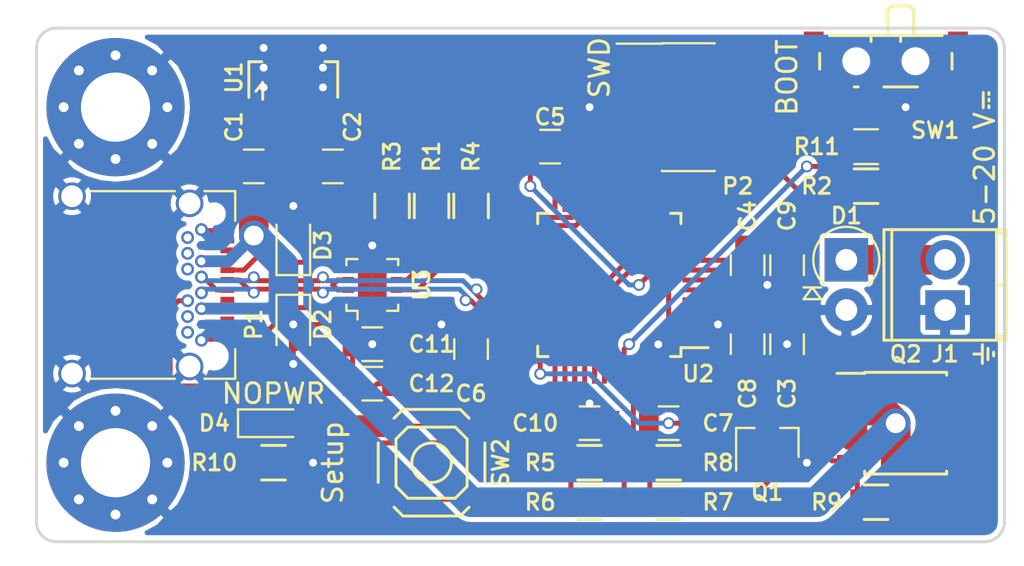
<source format=kicad_pcb>
(kicad_pcb (version 4) (host pcbnew 4.0.5)

  (general
    (links 121)
    (no_connects 0)
    (area 80.924999 56.924999 130.075001 83.075001)
    (thickness 1.6)
    (drawings 10)
    (tracks 392)
    (zones 0)
    (modules 39)
    (nets 65)
  )

  (page USLetter)
  (title_block
    (title "PD Buddy")
    (rev 0.2)
  )

  (layers
    (0 F.Cu signal)
    (31 B.Cu signal)
    (32 B.Adhes user)
    (33 F.Adhes user)
    (34 B.Paste user)
    (35 F.Paste user)
    (36 B.SilkS user)
    (37 F.SilkS user)
    (38 B.Mask user)
    (39 F.Mask user)
    (40 Dwgs.User user)
    (41 Cmts.User user)
    (42 Eco1.User user)
    (43 Eco2.User user)
    (44 Edge.Cuts user)
    (45 Margin user)
    (46 B.CrtYd user)
    (47 F.CrtYd user)
    (48 B.Fab user)
    (49 F.Fab user)
  )

  (setup
    (last_trace_width 0.25)
    (trace_clearance 0.16)
    (zone_clearance 0.254)
    (zone_45_only no)
    (trace_min 0.2)
    (segment_width 0.2)
    (edge_width 0.15)
    (via_size 0.6)
    (via_drill 0.4)
    (via_min_size 0.4)
    (via_min_drill 0.3)
    (uvia_size 0.3)
    (uvia_drill 0.1)
    (uvias_allowed no)
    (uvia_min_size 0.2)
    (uvia_min_drill 0.1)
    (pcb_text_width 0.3)
    (pcb_text_size 1.5 1.5)
    (mod_edge_width 0.15)
    (mod_text_size 0.8 0.8)
    (mod_text_width 0.15)
    (pad_size 1.524 1.524)
    (pad_drill 0.762)
    (pad_to_mask_clearance 0.125)
    (aux_axis_origin 0 0)
    (grid_origin 90 70)
    (visible_elements FFFFFF7F)
    (pcbplotparams
      (layerselection 0x00030_80000001)
      (usegerberextensions false)
      (excludeedgelayer true)
      (linewidth 0.100000)
      (plotframeref false)
      (viasonmask false)
      (mode 1)
      (useauxorigin false)
      (hpglpennumber 1)
      (hpglpenspeed 20)
      (hpglpendiameter 15)
      (hpglpenoverlay 2)
      (psnegative false)
      (psa4output false)
      (plotreference true)
      (plotvalue true)
      (plotinvisibletext false)
      (padsonsilk false)
      (subtractmaskfromsilk false)
      (outputformat 1)
      (mirror false)
      (drillshape 1)
      (scaleselection 1)
      (outputdirectory ""))
  )

  (net 0 "")
  (net 1 VBUS)
  (net 2 GND)
  (net 3 +3V3)
  (net 4 /Microcontroller/nRST)
  (net 5 "Net-(D1-Pad1)")
  (net 6 "/PD PHY/CC2")
  (net 7 "/PD PHY/CC1")
  (net 8 "Net-(P1-PadB8)")
  (net 9 "Net-(P1-PadB3)")
  (net 10 "Net-(P1-PadB10)")
  (net 11 "Net-(P1-PadB2)")
  (net 12 "Net-(P1-PadB11)")
  (net 13 "Net-(P1-PadA2)")
  (net 14 "Net-(P1-PadA3)")
  (net 15 "Net-(P1-PadA10)")
  (net 16 "Net-(P1-PadA8)")
  (net 17 "Net-(P1-PadA11)")
  (net 18 /Microcontroller/SWDIO)
  (net 19 /Microcontroller/SWCLK)
  (net 20 "Net-(P2-Pad6)")
  (net 21 "Net-(P2-Pad7)")
  (net 22 "Net-(P2-Pad8)")
  (net 23 "Net-(Q1-Pad1)")
  (net 24 /Microcontroller/INT_N)
  (net 25 "Net-(R2-Pad1)")
  (net 26 /Microcontroller/SCL)
  (net 27 /Microcontroller/SDA)
  (net 28 "Net-(R5-Pad1)")
  (net 29 /Microcontroller/OUT_CTRL)
  (net 30 "Net-(U2-Pad2)")
  (net 31 "Net-(U2-Pad3)")
  (net 32 "Net-(U2-Pad4)")
  (net 33 "Net-(U2-Pad5)")
  (net 34 "Net-(U2-Pad6)")
  (net 35 "Net-(U2-Pad10)")
  (net 36 "Net-(U2-Pad11)")
  (net 37 "Net-(U2-Pad12)")
  (net 38 "Net-(U2-Pad13)")
  (net 39 "Net-(U2-Pad14)")
  (net 40 "Net-(U2-Pad15)")
  (net 41 "Net-(U2-Pad16)")
  (net 42 "Net-(U2-Pad17)")
  (net 43 "Net-(U2-Pad18)")
  (net 44 "Net-(U2-Pad19)")
  (net 45 "Net-(U2-Pad20)")
  (net 46 "Net-(U2-Pad26)")
  (net 47 "Net-(U2-Pad27)")
  (net 48 "Net-(U2-Pad28)")
  (net 49 "Net-(U2-Pad29)")
  (net 50 "Net-(U2-Pad30)")
  (net 51 "Net-(U2-Pad40)")
  (net 52 "Net-(U2-Pad46)")
  (net 53 VCONN)
  (net 54 "Net-(D4-Pad1)")
  (net 55 /Microcontroller/D+)
  (net 56 /Microcontroller/D-)
  (net 57 /Microcontroller/SETUP)
  (net 58 /Microcontroller/NOPWR)
  (net 59 "Net-(U2-Pad31)")
  (net 60 "Net-(U2-Pad41)")
  (net 61 "Net-(U2-Pad42)")
  (net 62 "Net-(U2-Pad43)")
  (net 63 "Net-(Q1-Pad3)")
  (net 64 "Net-(R11-Pad1)")

  (net_class Default "This is the default net class."
    (clearance 0.16)
    (trace_width 0.25)
    (via_dia 0.6)
    (via_drill 0.4)
    (uvia_dia 0.3)
    (uvia_drill 0.1)
    (add_net +3V3)
    (add_net /Microcontroller/D+)
    (add_net /Microcontroller/D-)
    (add_net /Microcontroller/INT_N)
    (add_net /Microcontroller/NOPWR)
    (add_net /Microcontroller/OUT_CTRL)
    (add_net /Microcontroller/SCL)
    (add_net /Microcontroller/SDA)
    (add_net /Microcontroller/SETUP)
    (add_net /Microcontroller/SWCLK)
    (add_net /Microcontroller/SWDIO)
    (add_net /Microcontroller/nRST)
    (add_net "/PD PHY/CC1")
    (add_net "/PD PHY/CC2")
    (add_net GND)
    (add_net "Net-(D4-Pad1)")
    (add_net "Net-(P1-PadA10)")
    (add_net "Net-(P1-PadA11)")
    (add_net "Net-(P1-PadA2)")
    (add_net "Net-(P1-PadA3)")
    (add_net "Net-(P1-PadA8)")
    (add_net "Net-(P1-PadB10)")
    (add_net "Net-(P1-PadB11)")
    (add_net "Net-(P1-PadB2)")
    (add_net "Net-(P1-PadB3)")
    (add_net "Net-(P1-PadB8)")
    (add_net "Net-(P2-Pad6)")
    (add_net "Net-(P2-Pad7)")
    (add_net "Net-(P2-Pad8)")
    (add_net "Net-(Q1-Pad1)")
    (add_net "Net-(Q1-Pad3)")
    (add_net "Net-(R11-Pad1)")
    (add_net "Net-(R2-Pad1)")
    (add_net "Net-(R5-Pad1)")
    (add_net "Net-(U2-Pad10)")
    (add_net "Net-(U2-Pad11)")
    (add_net "Net-(U2-Pad12)")
    (add_net "Net-(U2-Pad13)")
    (add_net "Net-(U2-Pad14)")
    (add_net "Net-(U2-Pad15)")
    (add_net "Net-(U2-Pad16)")
    (add_net "Net-(U2-Pad17)")
    (add_net "Net-(U2-Pad18)")
    (add_net "Net-(U2-Pad19)")
    (add_net "Net-(U2-Pad2)")
    (add_net "Net-(U2-Pad20)")
    (add_net "Net-(U2-Pad26)")
    (add_net "Net-(U2-Pad27)")
    (add_net "Net-(U2-Pad28)")
    (add_net "Net-(U2-Pad29)")
    (add_net "Net-(U2-Pad3)")
    (add_net "Net-(U2-Pad30)")
    (add_net "Net-(U2-Pad31)")
    (add_net "Net-(U2-Pad4)")
    (add_net "Net-(U2-Pad40)")
    (add_net "Net-(U2-Pad41)")
    (add_net "Net-(U2-Pad42)")
    (add_net "Net-(U2-Pad43)")
    (add_net "Net-(U2-Pad46)")
    (add_net "Net-(U2-Pad5)")
    (add_net "Net-(U2-Pad6)")
    (add_net VCONN)
  )

  (net_class Power ""
    (clearance 0.16)
    (trace_width 1.5)
    (via_dia 1.5)
    (via_drill 1)
    (uvia_dia 0.3)
    (uvia_drill 0.1)
    (add_net "Net-(D1-Pad1)")
    (add_net VBUS)
  )

  (net_class Power_Small ""
    (clearance 0.16)
    (trace_width 0.6)
    (via_dia 0.6)
    (via_drill 0.4)
    (uvia_dia 0.3)
    (uvia_drill 0.1)
  )

  (module Resistors_SMD:R_0805 (layer F.Cu) (tedit 58307B54) (tstamp 5892662D)
    (at 123 65)
    (descr "Resistor SMD 0805, reflow soldering, Vishay (see dcrcw.pdf)")
    (tags "resistor 0805")
    (path /588FD270/5890164A)
    (attr smd)
    (fp_text reference R2 (at -2.5 0) (layer F.SilkS)
      (effects (font (size 0.8 0.8) (thickness 0.15)))
    )
    (fp_text value 10kΩ (at 0 2.1) (layer F.Fab)
      (effects (font (size 1 1) (thickness 0.15)))
    )
    (fp_line (start -1 0.625) (end -1 -0.625) (layer F.Fab) (width 0.1))
    (fp_line (start 1 0.625) (end -1 0.625) (layer F.Fab) (width 0.1))
    (fp_line (start 1 -0.625) (end 1 0.625) (layer F.Fab) (width 0.1))
    (fp_line (start -1 -0.625) (end 1 -0.625) (layer F.Fab) (width 0.1))
    (fp_line (start -1.6 -1) (end 1.6 -1) (layer F.CrtYd) (width 0.05))
    (fp_line (start -1.6 1) (end 1.6 1) (layer F.CrtYd) (width 0.05))
    (fp_line (start -1.6 -1) (end -1.6 1) (layer F.CrtYd) (width 0.05))
    (fp_line (start 1.6 -1) (end 1.6 1) (layer F.CrtYd) (width 0.05))
    (fp_line (start 0.6 0.875) (end -0.6 0.875) (layer F.SilkS) (width 0.15))
    (fp_line (start -0.6 -0.875) (end 0.6 -0.875) (layer F.SilkS) (width 0.15))
    (pad 1 smd rect (at -0.95 0) (size 0.7 1.3) (layers F.Cu F.Paste F.Mask)
      (net 25 "Net-(R2-Pad1)"))
    (pad 2 smd rect (at 0.95 0) (size 0.7 1.3) (layers F.Cu F.Paste F.Mask)
      (net 64 "Net-(R11-Pad1)"))
    (model Resistors_SMD.3dshapes/R_0805.wrl
      (at (xyz 0 0 0))
      (scale (xyz 1 1 1))
      (rotate (xyz 0 0 0))
    )
  )

  (module Resistors_SMD:R_0805 (layer F.Cu) (tedit 58AADA8F) (tstamp 58B99806)
    (at 123 63)
    (descr "Resistor SMD 0805, reflow soldering, Vishay (see dcrcw.pdf)")
    (tags "resistor 0805")
    (path /588FD270/58B995CE)
    (attr smd)
    (fp_text reference R11 (at -2.5 0) (layer F.SilkS)
      (effects (font (size 0.8 0.8) (thickness 0.15)))
    )
    (fp_text value 0Ω (at 0 1.75) (layer F.Fab)
      (effects (font (size 1 1) (thickness 0.15)))
    )
    (fp_text user %R (at 0 -1.65) (layer F.Fab)
      (effects (font (size 1 1) (thickness 0.15)))
    )
    (fp_line (start -1 0.62) (end -1 -0.62) (layer F.Fab) (width 0.1))
    (fp_line (start 1 0.62) (end -1 0.62) (layer F.Fab) (width 0.1))
    (fp_line (start 1 -0.62) (end 1 0.62) (layer F.Fab) (width 0.1))
    (fp_line (start -1 -0.62) (end 1 -0.62) (layer F.Fab) (width 0.1))
    (fp_line (start 0.6 0.88) (end -0.6 0.88) (layer F.SilkS) (width 0.12))
    (fp_line (start -0.6 -0.88) (end 0.6 -0.88) (layer F.SilkS) (width 0.12))
    (fp_line (start -1.55 -0.9) (end 1.55 -0.9) (layer F.CrtYd) (width 0.05))
    (fp_line (start -1.55 -0.9) (end -1.55 0.9) (layer F.CrtYd) (width 0.05))
    (fp_line (start 1.55 0.9) (end 1.55 -0.9) (layer F.CrtYd) (width 0.05))
    (fp_line (start 1.55 0.9) (end -1.55 0.9) (layer F.CrtYd) (width 0.05))
    (pad 1 smd rect (at -0.95 0) (size 0.7 1.3) (layers F.Cu F.Paste F.Mask)
      (net 64 "Net-(R11-Pad1)"))
    (pad 2 smd rect (at 0.95 0) (size 0.7 1.3) (layers F.Cu F.Paste F.Mask)
      (net 2 GND))
    (model Resistors_SMD.3dshapes/R_0805.wrl
      (at (xyz 0 0 0))
      (scale (xyz 1 1 1))
      (rotate (xyz 0 0 0))
    )
  )

  (module Resistors_SMD:R_0805 (layer F.Cu) (tedit 58307B54) (tstamp 5892BF24)
    (at 93 79)
    (descr "Resistor SMD 0805, reflow soldering, Vishay (see dcrcw.pdf)")
    (tags "resistor 0805")
    (path /588FD270/5893124B)
    (attr smd)
    (fp_text reference R10 (at -3 0) (layer F.SilkS)
      (effects (font (size 0.8 0.8) (thickness 0.15)))
    )
    (fp_text value 300Ω (at 0 2.1) (layer F.Fab)
      (effects (font (size 1 1) (thickness 0.15)))
    )
    (fp_line (start -1 0.625) (end -1 -0.625) (layer F.Fab) (width 0.1))
    (fp_line (start 1 0.625) (end -1 0.625) (layer F.Fab) (width 0.1))
    (fp_line (start 1 -0.625) (end 1 0.625) (layer F.Fab) (width 0.1))
    (fp_line (start -1 -0.625) (end 1 -0.625) (layer F.Fab) (width 0.1))
    (fp_line (start -1.6 -1) (end 1.6 -1) (layer F.CrtYd) (width 0.05))
    (fp_line (start -1.6 1) (end 1.6 1) (layer F.CrtYd) (width 0.05))
    (fp_line (start -1.6 -1) (end -1.6 1) (layer F.CrtYd) (width 0.05))
    (fp_line (start 1.6 -1) (end 1.6 1) (layer F.CrtYd) (width 0.05))
    (fp_line (start 0.6 0.875) (end -0.6 0.875) (layer F.SilkS) (width 0.15))
    (fp_line (start -0.6 -0.875) (end 0.6 -0.875) (layer F.SilkS) (width 0.15))
    (pad 1 smd rect (at -0.95 0) (size 0.7 1.3) (layers F.Cu F.Paste F.Mask)
      (net 54 "Net-(D4-Pad1)"))
    (pad 2 smd rect (at 0.95 0) (size 0.7 1.3) (layers F.Cu F.Paste F.Mask)
      (net 2 GND))
    (model Resistors_SMD.3dshapes/R_0805.wrl
      (at (xyz 0 0 0))
      (scale (xyz 1 1 1))
      (rotate (xyz 0 0 0))
    )
  )

  (module Resistors_SMD:R_0805 (layer F.Cu) (tedit 58307B54) (tstamp 5892669D)
    (at 123.5 81 180)
    (descr "Resistor SMD 0805, reflow soldering, Vishay (see dcrcw.pdf)")
    (tags "resistor 0805")
    (path /588FA3A4/5892602E)
    (attr smd)
    (fp_text reference R9 (at 2.5 0 180) (layer F.SilkS)
      (effects (font (size 0.8 0.8) (thickness 0.15)))
    )
    (fp_text value 4.7kΩ (at 0 2.1 180) (layer F.Fab)
      (effects (font (size 1 1) (thickness 0.15)))
    )
    (fp_line (start -1 0.625) (end -1 -0.625) (layer F.Fab) (width 0.1))
    (fp_line (start 1 0.625) (end -1 0.625) (layer F.Fab) (width 0.1))
    (fp_line (start 1 -0.625) (end 1 0.625) (layer F.Fab) (width 0.1))
    (fp_line (start -1 -0.625) (end 1 -0.625) (layer F.Fab) (width 0.1))
    (fp_line (start -1.6 -1) (end 1.6 -1) (layer F.CrtYd) (width 0.05))
    (fp_line (start -1.6 1) (end 1.6 1) (layer F.CrtYd) (width 0.05))
    (fp_line (start -1.6 -1) (end -1.6 1) (layer F.CrtYd) (width 0.05))
    (fp_line (start 1.6 -1) (end 1.6 1) (layer F.CrtYd) (width 0.05))
    (fp_line (start 0.6 0.875) (end -0.6 0.875) (layer F.SilkS) (width 0.15))
    (fp_line (start -0.6 -0.875) (end 0.6 -0.875) (layer F.SilkS) (width 0.15))
    (pad 1 smd rect (at -0.95 0 180) (size 0.7 1.3) (layers F.Cu F.Paste F.Mask)
      (net 1 VBUS))
    (pad 2 smd rect (at 0.95 0 180) (size 0.7 1.3) (layers F.Cu F.Paste F.Mask)
      (net 63 "Net-(Q1-Pad3)"))
    (model Resistors_SMD.3dshapes/R_0805.wrl
      (at (xyz 0 0 0))
      (scale (xyz 1 1 1))
      (rotate (xyz 0 0 0))
    )
  )

  (module Resistors_SMD:R_0805 (layer F.Cu) (tedit 58307B54) (tstamp 5892668D)
    (at 113 79)
    (descr "Resistor SMD 0805, reflow soldering, Vishay (see dcrcw.pdf)")
    (tags "resistor 0805")
    (path /588FA3A4/58926842)
    (attr smd)
    (fp_text reference R8 (at 2.5 0) (layer F.SilkS)
      (effects (font (size 0.8 0.8) (thickness 0.15)))
    )
    (fp_text value 2kΩ (at 0 2.1) (layer F.Fab)
      (effects (font (size 1 1) (thickness 0.15)))
    )
    (fp_line (start -1 0.625) (end -1 -0.625) (layer F.Fab) (width 0.1))
    (fp_line (start 1 0.625) (end -1 0.625) (layer F.Fab) (width 0.1))
    (fp_line (start 1 -0.625) (end 1 0.625) (layer F.Fab) (width 0.1))
    (fp_line (start -1 -0.625) (end 1 -0.625) (layer F.Fab) (width 0.1))
    (fp_line (start -1.6 -1) (end 1.6 -1) (layer F.CrtYd) (width 0.05))
    (fp_line (start -1.6 1) (end 1.6 1) (layer F.CrtYd) (width 0.05))
    (fp_line (start -1.6 -1) (end -1.6 1) (layer F.CrtYd) (width 0.05))
    (fp_line (start 1.6 -1) (end 1.6 1) (layer F.CrtYd) (width 0.05))
    (fp_line (start 0.6 0.875) (end -0.6 0.875) (layer F.SilkS) (width 0.15))
    (fp_line (start -0.6 -0.875) (end 0.6 -0.875) (layer F.SilkS) (width 0.15))
    (pad 1 smd rect (at -0.95 0) (size 0.7 1.3) (layers F.Cu F.Paste F.Mask)
      (net 29 /Microcontroller/OUT_CTRL))
    (pad 2 smd rect (at 0.95 0) (size 0.7 1.3) (layers F.Cu F.Paste F.Mask)
      (net 23 "Net-(Q1-Pad1)"))
    (model Resistors_SMD.3dshapes/R_0805.wrl
      (at (xyz 0 0 0))
      (scale (xyz 1 1 1))
      (rotate (xyz 0 0 0))
    )
  )

  (module Resistors_SMD:R_0805 (layer F.Cu) (tedit 58307B54) (tstamp 5892667D)
    (at 113 81)
    (descr "Resistor SMD 0805, reflow soldering, Vishay (see dcrcw.pdf)")
    (tags "resistor 0805")
    (path /588FA3A4/58926F23)
    (attr smd)
    (fp_text reference R7 (at 2.5 0) (layer F.SilkS)
      (effects (font (size 0.8 0.8) (thickness 0.15)))
    )
    (fp_text value 10kΩ (at 0 2.1) (layer F.Fab)
      (effects (font (size 1 1) (thickness 0.15)))
    )
    (fp_line (start -1 0.625) (end -1 -0.625) (layer F.Fab) (width 0.1))
    (fp_line (start 1 0.625) (end -1 0.625) (layer F.Fab) (width 0.1))
    (fp_line (start 1 -0.625) (end 1 0.625) (layer F.Fab) (width 0.1))
    (fp_line (start -1 -0.625) (end 1 -0.625) (layer F.Fab) (width 0.1))
    (fp_line (start -1.6 -1) (end 1.6 -1) (layer F.CrtYd) (width 0.05))
    (fp_line (start -1.6 1) (end 1.6 1) (layer F.CrtYd) (width 0.05))
    (fp_line (start -1.6 -1) (end -1.6 1) (layer F.CrtYd) (width 0.05))
    (fp_line (start 1.6 -1) (end 1.6 1) (layer F.CrtYd) (width 0.05))
    (fp_line (start 0.6 0.875) (end -0.6 0.875) (layer F.SilkS) (width 0.15))
    (fp_line (start -0.6 -0.875) (end 0.6 -0.875) (layer F.SilkS) (width 0.15))
    (pad 1 smd rect (at -0.95 0) (size 0.7 1.3) (layers F.Cu F.Paste F.Mask)
      (net 29 /Microcontroller/OUT_CTRL))
    (pad 2 smd rect (at 0.95 0) (size 0.7 1.3) (layers F.Cu F.Paste F.Mask)
      (net 2 GND))
    (model Resistors_SMD.3dshapes/R_0805.wrl
      (at (xyz 0 0 0))
      (scale (xyz 1 1 1))
      (rotate (xyz 0 0 0))
    )
  )

  (module Resistors_SMD:R_0805 (layer F.Cu) (tedit 58307B54) (tstamp 5892666D)
    (at 109 81)
    (descr "Resistor SMD 0805, reflow soldering, Vishay (see dcrcw.pdf)")
    (tags "resistor 0805")
    (path /588FD270/589286AA)
    (attr smd)
    (fp_text reference R6 (at -2.5 0) (layer F.SilkS)
      (effects (font (size 0.8 0.8) (thickness 0.15)))
    )
    (fp_text value 10kΩ (at 0 2.1) (layer F.Fab)
      (effects (font (size 1 1) (thickness 0.15)))
    )
    (fp_line (start -1 0.625) (end -1 -0.625) (layer F.Fab) (width 0.1))
    (fp_line (start 1 0.625) (end -1 0.625) (layer F.Fab) (width 0.1))
    (fp_line (start 1 -0.625) (end 1 0.625) (layer F.Fab) (width 0.1))
    (fp_line (start -1 -0.625) (end 1 -0.625) (layer F.Fab) (width 0.1))
    (fp_line (start -1.6 -1) (end 1.6 -1) (layer F.CrtYd) (width 0.05))
    (fp_line (start -1.6 1) (end 1.6 1) (layer F.CrtYd) (width 0.05))
    (fp_line (start -1.6 -1) (end -1.6 1) (layer F.CrtYd) (width 0.05))
    (fp_line (start 1.6 -1) (end 1.6 1) (layer F.CrtYd) (width 0.05))
    (fp_line (start 0.6 0.875) (end -0.6 0.875) (layer F.SilkS) (width 0.15))
    (fp_line (start -0.6 -0.875) (end 0.6 -0.875) (layer F.SilkS) (width 0.15))
    (pad 1 smd rect (at -0.95 0) (size 0.7 1.3) (layers F.Cu F.Paste F.Mask)
      (net 28 "Net-(R5-Pad1)"))
    (pad 2 smd rect (at 0.95 0) (size 0.7 1.3) (layers F.Cu F.Paste F.Mask)
      (net 2 GND))
    (model Resistors_SMD.3dshapes/R_0805.wrl
      (at (xyz 0 0 0))
      (scale (xyz 1 1 1))
      (rotate (xyz 0 0 0))
    )
  )

  (module Resistors_SMD:R_0805 (layer F.Cu) (tedit 58307B54) (tstamp 5892665D)
    (at 109 79)
    (descr "Resistor SMD 0805, reflow soldering, Vishay (see dcrcw.pdf)")
    (tags "resistor 0805")
    (path /588FD270/5892828B)
    (attr smd)
    (fp_text reference R5 (at -2.5 0) (layer F.SilkS)
      (effects (font (size 0.8 0.8) (thickness 0.15)))
    )
    (fp_text value 10kΩ (at 0 2.1) (layer F.Fab)
      (effects (font (size 1 1) (thickness 0.15)))
    )
    (fp_line (start -1 0.625) (end -1 -0.625) (layer F.Fab) (width 0.1))
    (fp_line (start 1 0.625) (end -1 0.625) (layer F.Fab) (width 0.1))
    (fp_line (start 1 -0.625) (end 1 0.625) (layer F.Fab) (width 0.1))
    (fp_line (start -1 -0.625) (end 1 -0.625) (layer F.Fab) (width 0.1))
    (fp_line (start -1.6 -1) (end 1.6 -1) (layer F.CrtYd) (width 0.05))
    (fp_line (start -1.6 1) (end 1.6 1) (layer F.CrtYd) (width 0.05))
    (fp_line (start -1.6 -1) (end -1.6 1) (layer F.CrtYd) (width 0.05))
    (fp_line (start 1.6 -1) (end 1.6 1) (layer F.CrtYd) (width 0.05))
    (fp_line (start 0.6 0.875) (end -0.6 0.875) (layer F.SilkS) (width 0.15))
    (fp_line (start -0.6 -0.875) (end 0.6 -0.875) (layer F.SilkS) (width 0.15))
    (pad 1 smd rect (at -0.95 0) (size 0.7 1.3) (layers F.Cu F.Paste F.Mask)
      (net 28 "Net-(R5-Pad1)"))
    (pad 2 smd rect (at 0.95 0) (size 0.7 1.3) (layers F.Cu F.Paste F.Mask)
      (net 57 /Microcontroller/SETUP))
    (model Resistors_SMD.3dshapes/R_0805.wrl
      (at (xyz 0 0 0))
      (scale (xyz 1 1 1))
      (rotate (xyz 0 0 0))
    )
  )

  (module Resistors_SMD:R_0805 (layer F.Cu) (tedit 58307B54) (tstamp 5892664D)
    (at 103 66 90)
    (descr "Resistor SMD 0805, reflow soldering, Vishay (see dcrcw.pdf)")
    (tags "resistor 0805")
    (path /588FD270/589246A0)
    (attr smd)
    (fp_text reference R4 (at 2.5 0 90) (layer F.SilkS)
      (effects (font (size 0.8 0.8) (thickness 0.15)))
    )
    (fp_text value 2kΩ (at 0 2.1 90) (layer F.Fab)
      (effects (font (size 1 1) (thickness 0.15)))
    )
    (fp_line (start -1 0.625) (end -1 -0.625) (layer F.Fab) (width 0.1))
    (fp_line (start 1 0.625) (end -1 0.625) (layer F.Fab) (width 0.1))
    (fp_line (start 1 -0.625) (end 1 0.625) (layer F.Fab) (width 0.1))
    (fp_line (start -1 -0.625) (end 1 -0.625) (layer F.Fab) (width 0.1))
    (fp_line (start -1.6 -1) (end 1.6 -1) (layer F.CrtYd) (width 0.05))
    (fp_line (start -1.6 1) (end 1.6 1) (layer F.CrtYd) (width 0.05))
    (fp_line (start -1.6 -1) (end -1.6 1) (layer F.CrtYd) (width 0.05))
    (fp_line (start 1.6 -1) (end 1.6 1) (layer F.CrtYd) (width 0.05))
    (fp_line (start 0.6 0.875) (end -0.6 0.875) (layer F.SilkS) (width 0.15))
    (fp_line (start -0.6 -0.875) (end 0.6 -0.875) (layer F.SilkS) (width 0.15))
    (pad 1 smd rect (at -0.95 0 90) (size 0.7 1.3) (layers F.Cu F.Paste F.Mask)
      (net 24 /Microcontroller/INT_N))
    (pad 2 smd rect (at 0.95 0 90) (size 0.7 1.3) (layers F.Cu F.Paste F.Mask)
      (net 3 +3V3))
    (model Resistors_SMD.3dshapes/R_0805.wrl
      (at (xyz 0 0 0))
      (scale (xyz 1 1 1))
      (rotate (xyz 0 0 0))
    )
  )

  (module Resistors_SMD:R_0805 (layer F.Cu) (tedit 58307B54) (tstamp 5892663D)
    (at 99 66 90)
    (descr "Resistor SMD 0805, reflow soldering, Vishay (see dcrcw.pdf)")
    (tags "resistor 0805")
    (path /588FD270/58924737)
    (attr smd)
    (fp_text reference R3 (at 2.5 0 90) (layer F.SilkS)
      (effects (font (size 0.8 0.8) (thickness 0.15)))
    )
    (fp_text value 2kΩ (at 0 2.1 90) (layer F.Fab)
      (effects (font (size 1 1) (thickness 0.15)))
    )
    (fp_line (start -1 0.625) (end -1 -0.625) (layer F.Fab) (width 0.1))
    (fp_line (start 1 0.625) (end -1 0.625) (layer F.Fab) (width 0.1))
    (fp_line (start 1 -0.625) (end 1 0.625) (layer F.Fab) (width 0.1))
    (fp_line (start -1 -0.625) (end 1 -0.625) (layer F.Fab) (width 0.1))
    (fp_line (start -1.6 -1) (end 1.6 -1) (layer F.CrtYd) (width 0.05))
    (fp_line (start -1.6 1) (end 1.6 1) (layer F.CrtYd) (width 0.05))
    (fp_line (start -1.6 -1) (end -1.6 1) (layer F.CrtYd) (width 0.05))
    (fp_line (start 1.6 -1) (end 1.6 1) (layer F.CrtYd) (width 0.05))
    (fp_line (start 0.6 0.875) (end -0.6 0.875) (layer F.SilkS) (width 0.15))
    (fp_line (start -0.6 -0.875) (end 0.6 -0.875) (layer F.SilkS) (width 0.15))
    (pad 1 smd rect (at -0.95 0 90) (size 0.7 1.3) (layers F.Cu F.Paste F.Mask)
      (net 27 /Microcontroller/SDA))
    (pad 2 smd rect (at 0.95 0 90) (size 0.7 1.3) (layers F.Cu F.Paste F.Mask)
      (net 3 +3V3))
    (model Resistors_SMD.3dshapes/R_0805.wrl
      (at (xyz 0 0 0))
      (scale (xyz 1 1 1))
      (rotate (xyz 0 0 0))
    )
  )

  (module Resistors_SMD:R_0805 (layer F.Cu) (tedit 58307B54) (tstamp 5892661D)
    (at 101 66 90)
    (descr "Resistor SMD 0805, reflow soldering, Vishay (see dcrcw.pdf)")
    (tags "resistor 0805")
    (path /588FD270/5892476F)
    (attr smd)
    (fp_text reference R1 (at 2.5 0 90) (layer F.SilkS)
      (effects (font (size 0.8 0.8) (thickness 0.15)))
    )
    (fp_text value 2kΩ (at 0 2.1 90) (layer F.Fab)
      (effects (font (size 1 1) (thickness 0.15)))
    )
    (fp_line (start -1 0.625) (end -1 -0.625) (layer F.Fab) (width 0.1))
    (fp_line (start 1 0.625) (end -1 0.625) (layer F.Fab) (width 0.1))
    (fp_line (start 1 -0.625) (end 1 0.625) (layer F.Fab) (width 0.1))
    (fp_line (start -1 -0.625) (end 1 -0.625) (layer F.Fab) (width 0.1))
    (fp_line (start -1.6 -1) (end 1.6 -1) (layer F.CrtYd) (width 0.05))
    (fp_line (start -1.6 1) (end 1.6 1) (layer F.CrtYd) (width 0.05))
    (fp_line (start -1.6 -1) (end -1.6 1) (layer F.CrtYd) (width 0.05))
    (fp_line (start 1.6 -1) (end 1.6 1) (layer F.CrtYd) (width 0.05))
    (fp_line (start 0.6 0.875) (end -0.6 0.875) (layer F.SilkS) (width 0.15))
    (fp_line (start -0.6 -0.875) (end 0.6 -0.875) (layer F.SilkS) (width 0.15))
    (pad 1 smd rect (at -0.95 0 90) (size 0.7 1.3) (layers F.Cu F.Paste F.Mask)
      (net 26 /Microcontroller/SCL))
    (pad 2 smd rect (at 0.95 0 90) (size 0.7 1.3) (layers F.Cu F.Paste F.Mask)
      (net 3 +3V3))
    (model Resistors_SMD.3dshapes/R_0805.wrl
      (at (xyz 0 0 0))
      (scale (xyz 1 1 1))
      (rotate (xyz 0 0 0))
    )
  )

  (module Capacitors_SMD:C_0805 (layer F.Cu) (tedit 5415D6EA) (tstamp 5892646D)
    (at 92 64)
    (descr "Capacitor SMD 0805, reflow soldering, AVX (see smccp.pdf)")
    (tags "capacitor 0805")
    (path /588F9A21/588FA3EC)
    (attr smd)
    (fp_text reference C1 (at -1 -2 90) (layer F.SilkS)
      (effects (font (size 0.8 0.8) (thickness 0.15)))
    )
    (fp_text value 1.0μF (at 0 2.1) (layer F.Fab)
      (effects (font (size 1 1) (thickness 0.15)))
    )
    (fp_line (start -1 0.625) (end -1 -0.625) (layer F.Fab) (width 0.1))
    (fp_line (start 1 0.625) (end -1 0.625) (layer F.Fab) (width 0.1))
    (fp_line (start 1 -0.625) (end 1 0.625) (layer F.Fab) (width 0.1))
    (fp_line (start -1 -0.625) (end 1 -0.625) (layer F.Fab) (width 0.1))
    (fp_line (start -1.8 -1) (end 1.8 -1) (layer F.CrtYd) (width 0.05))
    (fp_line (start -1.8 1) (end 1.8 1) (layer F.CrtYd) (width 0.05))
    (fp_line (start -1.8 -1) (end -1.8 1) (layer F.CrtYd) (width 0.05))
    (fp_line (start 1.8 -1) (end 1.8 1) (layer F.CrtYd) (width 0.05))
    (fp_line (start 0.5 -0.85) (end -0.5 -0.85) (layer F.SilkS) (width 0.12))
    (fp_line (start -0.5 0.85) (end 0.5 0.85) (layer F.SilkS) (width 0.12))
    (pad 1 smd rect (at -1 0) (size 1 1.25) (layers F.Cu F.Paste F.Mask)
      (net 1 VBUS))
    (pad 2 smd rect (at 1 0) (size 1 1.25) (layers F.Cu F.Paste F.Mask)
      (net 2 GND))
    (model Capacitors_SMD.3dshapes/C_0805.wrl
      (at (xyz 0 0 0))
      (scale (xyz 1 1 1))
      (rotate (xyz 0 0 0))
    )
  )

  (module Capacitors_SMD:C_0805 (layer F.Cu) (tedit 5415D6EA) (tstamp 5892647D)
    (at 96 64 180)
    (descr "Capacitor SMD 0805, reflow soldering, AVX (see smccp.pdf)")
    (tags "capacitor 0805")
    (path /588F9A21/588FA3E5)
    (attr smd)
    (fp_text reference C2 (at -1 2 270) (layer F.SilkS)
      (effects (font (size 0.8 0.8) (thickness 0.15)))
    )
    (fp_text value 2.2μF (at 0 2.1 180) (layer F.Fab)
      (effects (font (size 1 1) (thickness 0.15)))
    )
    (fp_line (start -1 0.625) (end -1 -0.625) (layer F.Fab) (width 0.1))
    (fp_line (start 1 0.625) (end -1 0.625) (layer F.Fab) (width 0.1))
    (fp_line (start 1 -0.625) (end 1 0.625) (layer F.Fab) (width 0.1))
    (fp_line (start -1 -0.625) (end 1 -0.625) (layer F.Fab) (width 0.1))
    (fp_line (start -1.8 -1) (end 1.8 -1) (layer F.CrtYd) (width 0.05))
    (fp_line (start -1.8 1) (end 1.8 1) (layer F.CrtYd) (width 0.05))
    (fp_line (start -1.8 -1) (end -1.8 1) (layer F.CrtYd) (width 0.05))
    (fp_line (start 1.8 -1) (end 1.8 1) (layer F.CrtYd) (width 0.05))
    (fp_line (start 0.5 -0.85) (end -0.5 -0.85) (layer F.SilkS) (width 0.12))
    (fp_line (start -0.5 0.85) (end 0.5 0.85) (layer F.SilkS) (width 0.12))
    (pad 1 smd rect (at -1 0 180) (size 1 1.25) (layers F.Cu F.Paste F.Mask)
      (net 3 +3V3))
    (pad 2 smd rect (at 1 0 180) (size 1 1.25) (layers F.Cu F.Paste F.Mask)
      (net 2 GND))
    (model Capacitors_SMD.3dshapes/C_0805.wrl
      (at (xyz 0 0 0))
      (scale (xyz 1 1 1))
      (rotate (xyz 0 0 0))
    )
  )

  (module Capacitors_SMD:C_0805 (layer F.Cu) (tedit 5415D6EA) (tstamp 5892648D)
    (at 119 73 90)
    (descr "Capacitor SMD 0805, reflow soldering, AVX (see smccp.pdf)")
    (tags "capacitor 0805")
    (path /588FD270/58915349)
    (attr smd)
    (fp_text reference C3 (at -2.5 0 90) (layer F.SilkS)
      (effects (font (size 0.8 0.8) (thickness 0.15)))
    )
    (fp_text value 0.1μF (at 0 2.1 90) (layer F.Fab)
      (effects (font (size 1 1) (thickness 0.15)))
    )
    (fp_line (start -1 0.625) (end -1 -0.625) (layer F.Fab) (width 0.1))
    (fp_line (start 1 0.625) (end -1 0.625) (layer F.Fab) (width 0.1))
    (fp_line (start 1 -0.625) (end 1 0.625) (layer F.Fab) (width 0.1))
    (fp_line (start -1 -0.625) (end 1 -0.625) (layer F.Fab) (width 0.1))
    (fp_line (start -1.8 -1) (end 1.8 -1) (layer F.CrtYd) (width 0.05))
    (fp_line (start -1.8 1) (end 1.8 1) (layer F.CrtYd) (width 0.05))
    (fp_line (start -1.8 -1) (end -1.8 1) (layer F.CrtYd) (width 0.05))
    (fp_line (start 1.8 -1) (end 1.8 1) (layer F.CrtYd) (width 0.05))
    (fp_line (start 0.5 -0.85) (end -0.5 -0.85) (layer F.SilkS) (width 0.12))
    (fp_line (start -0.5 0.85) (end 0.5 0.85) (layer F.SilkS) (width 0.12))
    (pad 1 smd rect (at -1 0 90) (size 1 1.25) (layers F.Cu F.Paste F.Mask)
      (net 2 GND))
    (pad 2 smd rect (at 1 0 90) (size 1 1.25) (layers F.Cu F.Paste F.Mask)
      (net 4 /Microcontroller/nRST))
    (model Capacitors_SMD.3dshapes/C_0805.wrl
      (at (xyz 0 0 0))
      (scale (xyz 1 1 1))
      (rotate (xyz 0 0 0))
    )
  )

  (module Capacitors_SMD:C_0805 (layer F.Cu) (tedit 5415D6EA) (tstamp 5892649D)
    (at 117 69 270)
    (descr "Capacitor SMD 0805, reflow soldering, AVX (see smccp.pdf)")
    (tags "capacitor 0805")
    (path /588FD270/58916B45)
    (attr smd)
    (fp_text reference C4 (at -2.5 0 270) (layer F.SilkS)
      (effects (font (size 0.8 0.8) (thickness 0.15)))
    )
    (fp_text value 0.1μF (at 0 2.1 270) (layer F.Fab)
      (effects (font (size 1 1) (thickness 0.15)))
    )
    (fp_line (start -1 0.625) (end -1 -0.625) (layer F.Fab) (width 0.1))
    (fp_line (start 1 0.625) (end -1 0.625) (layer F.Fab) (width 0.1))
    (fp_line (start 1 -0.625) (end 1 0.625) (layer F.Fab) (width 0.1))
    (fp_line (start -1 -0.625) (end 1 -0.625) (layer F.Fab) (width 0.1))
    (fp_line (start -1.8 -1) (end 1.8 -1) (layer F.CrtYd) (width 0.05))
    (fp_line (start -1.8 1) (end 1.8 1) (layer F.CrtYd) (width 0.05))
    (fp_line (start -1.8 -1) (end -1.8 1) (layer F.CrtYd) (width 0.05))
    (fp_line (start 1.8 -1) (end 1.8 1) (layer F.CrtYd) (width 0.05))
    (fp_line (start 0.5 -0.85) (end -0.5 -0.85) (layer F.SilkS) (width 0.12))
    (fp_line (start -0.5 0.85) (end 0.5 0.85) (layer F.SilkS) (width 0.12))
    (pad 1 smd rect (at -1 0 270) (size 1 1.25) (layers F.Cu F.Paste F.Mask)
      (net 3 +3V3))
    (pad 2 smd rect (at 1 0 270) (size 1 1.25) (layers F.Cu F.Paste F.Mask)
      (net 2 GND))
    (model Capacitors_SMD.3dshapes/C_0805.wrl
      (at (xyz 0 0 0))
      (scale (xyz 1 1 1))
      (rotate (xyz 0 0 0))
    )
  )

  (module Capacitors_SMD:C_0805 (layer F.Cu) (tedit 5415D6EA) (tstamp 589264AD)
    (at 107 63)
    (descr "Capacitor SMD 0805, reflow soldering, AVX (see smccp.pdf)")
    (tags "capacitor 0805")
    (path /588FD270/58916CE3)
    (attr smd)
    (fp_text reference C5 (at 0 -1.5) (layer F.SilkS)
      (effects (font (size 0.8 0.8) (thickness 0.15)))
    )
    (fp_text value 0.1μF (at 0 2.1) (layer F.Fab)
      (effects (font (size 1 1) (thickness 0.15)))
    )
    (fp_line (start -1 0.625) (end -1 -0.625) (layer F.Fab) (width 0.1))
    (fp_line (start 1 0.625) (end -1 0.625) (layer F.Fab) (width 0.1))
    (fp_line (start 1 -0.625) (end 1 0.625) (layer F.Fab) (width 0.1))
    (fp_line (start -1 -0.625) (end 1 -0.625) (layer F.Fab) (width 0.1))
    (fp_line (start -1.8 -1) (end 1.8 -1) (layer F.CrtYd) (width 0.05))
    (fp_line (start -1.8 1) (end 1.8 1) (layer F.CrtYd) (width 0.05))
    (fp_line (start -1.8 -1) (end -1.8 1) (layer F.CrtYd) (width 0.05))
    (fp_line (start 1.8 -1) (end 1.8 1) (layer F.CrtYd) (width 0.05))
    (fp_line (start 0.5 -0.85) (end -0.5 -0.85) (layer F.SilkS) (width 0.12))
    (fp_line (start -0.5 0.85) (end 0.5 0.85) (layer F.SilkS) (width 0.12))
    (pad 1 smd rect (at -1 0) (size 1 1.25) (layers F.Cu F.Paste F.Mask)
      (net 3 +3V3))
    (pad 2 smd rect (at 1 0) (size 1 1.25) (layers F.Cu F.Paste F.Mask)
      (net 2 GND))
    (model Capacitors_SMD.3dshapes/C_0805.wrl
      (at (xyz 0 0 0))
      (scale (xyz 1 1 1))
      (rotate (xyz 0 0 0))
    )
  )

  (module Capacitors_SMD:C_0805 (layer F.Cu) (tedit 5415D6EA) (tstamp 589264BD)
    (at 103 73.25 90)
    (descr "Capacitor SMD 0805, reflow soldering, AVX (see smccp.pdf)")
    (tags "capacitor 0805")
    (path /588FD270/58916D15)
    (attr smd)
    (fp_text reference C6 (at -2.25 0 180) (layer F.SilkS)
      (effects (font (size 0.8 0.8) (thickness 0.15)))
    )
    (fp_text value 0.1μF (at 0 2.1 90) (layer F.Fab)
      (effects (font (size 1 1) (thickness 0.15)))
    )
    (fp_line (start -1 0.625) (end -1 -0.625) (layer F.Fab) (width 0.1))
    (fp_line (start 1 0.625) (end -1 0.625) (layer F.Fab) (width 0.1))
    (fp_line (start 1 -0.625) (end 1 0.625) (layer F.Fab) (width 0.1))
    (fp_line (start -1 -0.625) (end 1 -0.625) (layer F.Fab) (width 0.1))
    (fp_line (start -1.8 -1) (end 1.8 -1) (layer F.CrtYd) (width 0.05))
    (fp_line (start -1.8 1) (end 1.8 1) (layer F.CrtYd) (width 0.05))
    (fp_line (start -1.8 -1) (end -1.8 1) (layer F.CrtYd) (width 0.05))
    (fp_line (start 1.8 -1) (end 1.8 1) (layer F.CrtYd) (width 0.05))
    (fp_line (start 0.5 -0.85) (end -0.5 -0.85) (layer F.SilkS) (width 0.12))
    (fp_line (start -0.5 0.85) (end 0.5 0.85) (layer F.SilkS) (width 0.12))
    (pad 1 smd rect (at -1 0 90) (size 1 1.25) (layers F.Cu F.Paste F.Mask)
      (net 3 +3V3))
    (pad 2 smd rect (at 1 0 90) (size 1 1.25) (layers F.Cu F.Paste F.Mask)
      (net 2 GND))
    (model Capacitors_SMD.3dshapes/C_0805.wrl
      (at (xyz 0 0 0))
      (scale (xyz 1 1 1))
      (rotate (xyz 0 0 0))
    )
  )

  (module Capacitors_SMD:C_0805 (layer F.Cu) (tedit 5415D6EA) (tstamp 589264CD)
    (at 113 77 180)
    (descr "Capacitor SMD 0805, reflow soldering, AVX (see smccp.pdf)")
    (tags "capacitor 0805")
    (path /588FD270/58916F18)
    (attr smd)
    (fp_text reference C7 (at -2.5 0 180) (layer F.SilkS)
      (effects (font (size 0.8 0.8) (thickness 0.15)))
    )
    (fp_text value 0.1μF (at 0 2.1 180) (layer F.Fab)
      (effects (font (size 1 1) (thickness 0.15)))
    )
    (fp_line (start -1 0.625) (end -1 -0.625) (layer F.Fab) (width 0.1))
    (fp_line (start 1 0.625) (end -1 0.625) (layer F.Fab) (width 0.1))
    (fp_line (start 1 -0.625) (end 1 0.625) (layer F.Fab) (width 0.1))
    (fp_line (start -1 -0.625) (end 1 -0.625) (layer F.Fab) (width 0.1))
    (fp_line (start -1.8 -1) (end 1.8 -1) (layer F.CrtYd) (width 0.05))
    (fp_line (start -1.8 1) (end 1.8 1) (layer F.CrtYd) (width 0.05))
    (fp_line (start -1.8 -1) (end -1.8 1) (layer F.CrtYd) (width 0.05))
    (fp_line (start 1.8 -1) (end 1.8 1) (layer F.CrtYd) (width 0.05))
    (fp_line (start 0.5 -0.85) (end -0.5 -0.85) (layer F.SilkS) (width 0.12))
    (fp_line (start -0.5 0.85) (end 0.5 0.85) (layer F.SilkS) (width 0.12))
    (pad 1 smd rect (at -1 0 180) (size 1 1.25) (layers F.Cu F.Paste F.Mask)
      (net 3 +3V3))
    (pad 2 smd rect (at 1 0 180) (size 1 1.25) (layers F.Cu F.Paste F.Mask)
      (net 2 GND))
    (model Capacitors_SMD.3dshapes/C_0805.wrl
      (at (xyz 0 0 0))
      (scale (xyz 1 1 1))
      (rotate (xyz 0 0 0))
    )
  )

  (module Capacitors_SMD:C_0805 (layer F.Cu) (tedit 5415D6EA) (tstamp 589264DD)
    (at 117 73 90)
    (descr "Capacitor SMD 0805, reflow soldering, AVX (see smccp.pdf)")
    (tags "capacitor 0805")
    (path /588FD270/5891738A)
    (attr smd)
    (fp_text reference C8 (at -2.5 0 90) (layer F.SilkS)
      (effects (font (size 0.8 0.8) (thickness 0.15)))
    )
    (fp_text value 0.1μF (at 0 2.1 90) (layer F.Fab)
      (effects (font (size 1 1) (thickness 0.15)))
    )
    (fp_line (start -1 0.625) (end -1 -0.625) (layer F.Fab) (width 0.1))
    (fp_line (start 1 0.625) (end -1 0.625) (layer F.Fab) (width 0.1))
    (fp_line (start 1 -0.625) (end 1 0.625) (layer F.Fab) (width 0.1))
    (fp_line (start -1 -0.625) (end 1 -0.625) (layer F.Fab) (width 0.1))
    (fp_line (start -1.8 -1) (end 1.8 -1) (layer F.CrtYd) (width 0.05))
    (fp_line (start -1.8 1) (end 1.8 1) (layer F.CrtYd) (width 0.05))
    (fp_line (start -1.8 -1) (end -1.8 1) (layer F.CrtYd) (width 0.05))
    (fp_line (start 1.8 -1) (end 1.8 1) (layer F.CrtYd) (width 0.05))
    (fp_line (start 0.5 -0.85) (end -0.5 -0.85) (layer F.SilkS) (width 0.12))
    (fp_line (start -0.5 0.85) (end 0.5 0.85) (layer F.SilkS) (width 0.12))
    (pad 1 smd rect (at -1 0 90) (size 1 1.25) (layers F.Cu F.Paste F.Mask)
      (net 3 +3V3))
    (pad 2 smd rect (at 1 0 90) (size 1 1.25) (layers F.Cu F.Paste F.Mask)
      (net 2 GND))
    (model Capacitors_SMD.3dshapes/C_0805.wrl
      (at (xyz 0 0 0))
      (scale (xyz 1 1 1))
      (rotate (xyz 0 0 0))
    )
  )

  (module Capacitors_SMD:C_0805 (layer F.Cu) (tedit 5415D6EA) (tstamp 589264ED)
    (at 119 69 270)
    (descr "Capacitor SMD 0805, reflow soldering, AVX (see smccp.pdf)")
    (tags "capacitor 0805")
    (path /588FD270/58917041)
    (attr smd)
    (fp_text reference C9 (at -2.5 0 270) (layer F.SilkS)
      (effects (font (size 0.8 0.8) (thickness 0.15)))
    )
    (fp_text value 1μF (at 0 2.1 270) (layer F.Fab)
      (effects (font (size 1 1) (thickness 0.15)))
    )
    (fp_line (start -1 0.625) (end -1 -0.625) (layer F.Fab) (width 0.1))
    (fp_line (start 1 0.625) (end -1 0.625) (layer F.Fab) (width 0.1))
    (fp_line (start 1 -0.625) (end 1 0.625) (layer F.Fab) (width 0.1))
    (fp_line (start -1 -0.625) (end 1 -0.625) (layer F.Fab) (width 0.1))
    (fp_line (start -1.8 -1) (end 1.8 -1) (layer F.CrtYd) (width 0.05))
    (fp_line (start -1.8 1) (end 1.8 1) (layer F.CrtYd) (width 0.05))
    (fp_line (start -1.8 -1) (end -1.8 1) (layer F.CrtYd) (width 0.05))
    (fp_line (start 1.8 -1) (end 1.8 1) (layer F.CrtYd) (width 0.05))
    (fp_line (start 0.5 -0.85) (end -0.5 -0.85) (layer F.SilkS) (width 0.12))
    (fp_line (start -0.5 0.85) (end 0.5 0.85) (layer F.SilkS) (width 0.12))
    (pad 1 smd rect (at -1 0 270) (size 1 1.25) (layers F.Cu F.Paste F.Mask)
      (net 3 +3V3))
    (pad 2 smd rect (at 1 0 270) (size 1 1.25) (layers F.Cu F.Paste F.Mask)
      (net 2 GND))
    (model Capacitors_SMD.3dshapes/C_0805.wrl
      (at (xyz 0 0 0))
      (scale (xyz 1 1 1))
      (rotate (xyz 0 0 0))
    )
  )

  (module Capacitors_SMD:C_0805 (layer F.Cu) (tedit 5415D6EA) (tstamp 589264FD)
    (at 109 77)
    (descr "Capacitor SMD 0805, reflow soldering, AVX (see smccp.pdf)")
    (tags "capacitor 0805")
    (path /588FD270/589288E4)
    (attr smd)
    (fp_text reference C10 (at -2.75 0) (layer F.SilkS)
      (effects (font (size 0.8 0.8) (thickness 0.15)))
    )
    (fp_text value 0.1μF (at 0 2.1) (layer F.Fab)
      (effects (font (size 1 1) (thickness 0.15)))
    )
    (fp_line (start -1 0.625) (end -1 -0.625) (layer F.Fab) (width 0.1))
    (fp_line (start 1 0.625) (end -1 0.625) (layer F.Fab) (width 0.1))
    (fp_line (start 1 -0.625) (end 1 0.625) (layer F.Fab) (width 0.1))
    (fp_line (start -1 -0.625) (end 1 -0.625) (layer F.Fab) (width 0.1))
    (fp_line (start -1.8 -1) (end 1.8 -1) (layer F.CrtYd) (width 0.05))
    (fp_line (start -1.8 1) (end 1.8 1) (layer F.CrtYd) (width 0.05))
    (fp_line (start -1.8 -1) (end -1.8 1) (layer F.CrtYd) (width 0.05))
    (fp_line (start 1.8 -1) (end 1.8 1) (layer F.CrtYd) (width 0.05))
    (fp_line (start 0.5 -0.85) (end -0.5 -0.85) (layer F.SilkS) (width 0.12))
    (fp_line (start -0.5 0.85) (end 0.5 0.85) (layer F.SilkS) (width 0.12))
    (pad 1 smd rect (at -1 0) (size 1 1.25) (layers F.Cu F.Paste F.Mask)
      (net 57 /Microcontroller/SETUP))
    (pad 2 smd rect (at 1 0) (size 1 1.25) (layers F.Cu F.Paste F.Mask)
      (net 2 GND))
    (model Capacitors_SMD.3dshapes/C_0805.wrl
      (at (xyz 0 0 0))
      (scale (xyz 1 1 1))
      (rotate (xyz 0 0 0))
    )
  )

  (module Capacitors_SMD:C_0805 (layer F.Cu) (tedit 5415D6EA) (tstamp 5892650D)
    (at 98 73 180)
    (descr "Capacitor SMD 0805, reflow soldering, AVX (see smccp.pdf)")
    (tags "capacitor 0805")
    (path /588FB1D7/5892A168)
    (attr smd)
    (fp_text reference C11 (at -3 0 180) (layer F.SilkS)
      (effects (font (size 0.8 0.8) (thickness 0.15)))
    )
    (fp_text value 0.1μF (at 0 2.1 180) (layer F.Fab)
      (effects (font (size 1 1) (thickness 0.15)))
    )
    (fp_line (start -1 0.625) (end -1 -0.625) (layer F.Fab) (width 0.1))
    (fp_line (start 1 0.625) (end -1 0.625) (layer F.Fab) (width 0.1))
    (fp_line (start 1 -0.625) (end 1 0.625) (layer F.Fab) (width 0.1))
    (fp_line (start -1 -0.625) (end 1 -0.625) (layer F.Fab) (width 0.1))
    (fp_line (start -1.8 -1) (end 1.8 -1) (layer F.CrtYd) (width 0.05))
    (fp_line (start -1.8 1) (end 1.8 1) (layer F.CrtYd) (width 0.05))
    (fp_line (start -1.8 -1) (end -1.8 1) (layer F.CrtYd) (width 0.05))
    (fp_line (start 1.8 -1) (end 1.8 1) (layer F.CrtYd) (width 0.05))
    (fp_line (start 0.5 -0.85) (end -0.5 -0.85) (layer F.SilkS) (width 0.12))
    (fp_line (start -0.5 0.85) (end 0.5 0.85) (layer F.SilkS) (width 0.12))
    (pad 1 smd rect (at -1 0 180) (size 1 1.25) (layers F.Cu F.Paste F.Mask)
      (net 3 +3V3))
    (pad 2 smd rect (at 1 0 180) (size 1 1.25) (layers F.Cu F.Paste F.Mask)
      (net 2 GND))
    (model Capacitors_SMD.3dshapes/C_0805.wrl
      (at (xyz 0 0 0))
      (scale (xyz 1 1 1))
      (rotate (xyz 0 0 0))
    )
  )

  (module Capacitors_SMD:C_0805 (layer F.Cu) (tedit 5415D6EA) (tstamp 5892651D)
    (at 98 75 180)
    (descr "Capacitor SMD 0805, reflow soldering, AVX (see smccp.pdf)")
    (tags "capacitor 0805")
    (path /588FB1D7/5892A19A)
    (attr smd)
    (fp_text reference C12 (at -3 0 180) (layer F.SilkS)
      (effects (font (size 0.8 0.8) (thickness 0.15)))
    )
    (fp_text value 1μF (at 0 2.1 180) (layer F.Fab)
      (effects (font (size 1 1) (thickness 0.15)))
    )
    (fp_line (start -1 0.625) (end -1 -0.625) (layer F.Fab) (width 0.1))
    (fp_line (start 1 0.625) (end -1 0.625) (layer F.Fab) (width 0.1))
    (fp_line (start 1 -0.625) (end 1 0.625) (layer F.Fab) (width 0.1))
    (fp_line (start -1 -0.625) (end 1 -0.625) (layer F.Fab) (width 0.1))
    (fp_line (start -1.8 -1) (end 1.8 -1) (layer F.CrtYd) (width 0.05))
    (fp_line (start -1.8 1) (end 1.8 1) (layer F.CrtYd) (width 0.05))
    (fp_line (start -1.8 -1) (end -1.8 1) (layer F.CrtYd) (width 0.05))
    (fp_line (start 1.8 -1) (end 1.8 1) (layer F.CrtYd) (width 0.05))
    (fp_line (start 0.5 -0.85) (end -0.5 -0.85) (layer F.SilkS) (width 0.12))
    (fp_line (start -0.5 0.85) (end 0.5 0.85) (layer F.SilkS) (width 0.12))
    (pad 1 smd rect (at -1 0 180) (size 1 1.25) (layers F.Cu F.Paste F.Mask)
      (net 3 +3V3))
    (pad 2 smd rect (at 1 0 180) (size 1 1.25) (layers F.Cu F.Paste F.Mask)
      (net 2 GND))
    (model Capacitors_SMD.3dshapes/C_0805.wrl
      (at (xyz 0 0 0))
      (scale (xyz 1 1 1))
      (rotate (xyz 0 0 0))
    )
  )

  (module Diodes_THT:D_DO-41_SOD81_P2.54mm_Vertical_AnodeUp (layer F.Cu) (tedit 5877C982) (tstamp 5892652F)
    (at 122 68.73 270)
    (descr "D, DO-41_SOD81 series, Axial, Vertical, pin pitch=2.54mm, , length*diameter=5.2*2.7mm^2, , http://www.diodes.com/_files/packages/DO-41%20(Plastic).pdf")
    (tags "D DO-41_SOD81 series Axial Vertical pin pitch 2.54mm  length 5.2mm diameter 2.7mm")
    (path /588FA3A4/58925D4E)
    (fp_text reference D1 (at -2.23 0 360) (layer F.SilkS)
      (effects (font (size 0.8 0.8) (thickness 0.15)))
    )
    (fp_text value 1N5819 (at 1.27 3.579635 270) (layer F.Fab)
      (effects (font (size 1 1) (thickness 0.15)))
    )
    (fp_arc (start 0 0) (end 1.257516 -1.1) (angle -276.1) (layer F.SilkS) (width 0.12))
    (fp_circle (center 0 0) (end 1.35 0) (layer F.Fab) (width 0.1))
    (fp_line (start 0 0) (end 2.54 0) (layer F.Fab) (width 0.1))
    (fp_line (start 1.397 1.28) (end 1.397 2.169) (layer F.SilkS) (width 0.12))
    (fp_line (start 1.397 1.7245) (end 1.989667 1.28) (layer F.SilkS) (width 0.12))
    (fp_line (start 1.989667 1.28) (end 1.989667 2.169) (layer F.SilkS) (width 0.12))
    (fp_line (start 1.989667 2.169) (end 1.397 1.7245) (layer F.SilkS) (width 0.12))
    (fp_line (start -1.7 -1.95) (end -1.7 1.95) (layer F.CrtYd) (width 0.05))
    (fp_line (start -1.7 1.95) (end 3.95 1.95) (layer F.CrtYd) (width 0.05))
    (fp_line (start 3.95 1.95) (end 3.95 -1.95) (layer F.CrtYd) (width 0.05))
    (fp_line (start 3.95 -1.95) (end -1.7 -1.95) (layer F.CrtYd) (width 0.05))
    (fp_text user K (at -2.390635 0 270) (layer F.Fab)
      (effects (font (size 1 1) (thickness 0.15)))
    )
    (pad 1 thru_hole rect (at 0 0 270) (size 2.2 2.2) (drill 1.1) (layers *.Cu *.Mask)
      (net 5 "Net-(D1-Pad1)"))
    (pad 2 thru_hole oval (at 2.54 0 270) (size 2.2 2.2) (drill 1.1) (layers *.Cu *.Mask)
      (net 2 GND))
    (model Diodes_ThroughHole.3dshapes/D_DO-41_SOD81_P2.54mm_Vertical_AnodeUp.wrl
      (at (xyz 0 0 0))
      (scale (xyz 0.393701 0.393701 0.393701))
      (rotate (xyz 0 0 0))
    )
  )

  (module Diodes_SMD:D_SOD-323 (layer F.Cu) (tedit 58641739) (tstamp 58926546)
    (at 94 72 270)
    (descr SOD-323)
    (tags SOD-323)
    (path /588FB1D7/588FB3E3)
    (attr smd)
    (fp_text reference D2 (at 0 -1.5 270) (layer F.SilkS)
      (effects (font (size 0.8 0.8) (thickness 0.15)))
    )
    (fp_text value CZRF52C5V6 (at 0.1 1.9 270) (layer F.Fab)
      (effects (font (size 1 1) (thickness 0.15)))
    )
    (fp_line (start -1.5 -0.85) (end -1.5 0.85) (layer F.SilkS) (width 0.12))
    (fp_line (start 0.2 0) (end 0.45 0) (layer F.Fab) (width 0.1))
    (fp_line (start 0.2 0.35) (end -0.3 0) (layer F.Fab) (width 0.1))
    (fp_line (start 0.2 -0.35) (end 0.2 0.35) (layer F.Fab) (width 0.1))
    (fp_line (start -0.3 0) (end 0.2 -0.35) (layer F.Fab) (width 0.1))
    (fp_line (start -0.3 0) (end -0.5 0) (layer F.Fab) (width 0.1))
    (fp_line (start -0.3 -0.35) (end -0.3 0.35) (layer F.Fab) (width 0.1))
    (fp_line (start -0.9 0.7) (end -0.9 -0.7) (layer F.Fab) (width 0.1))
    (fp_line (start 0.9 0.7) (end -0.9 0.7) (layer F.Fab) (width 0.1))
    (fp_line (start 0.9 -0.7) (end 0.9 0.7) (layer F.Fab) (width 0.1))
    (fp_line (start -0.9 -0.7) (end 0.9 -0.7) (layer F.Fab) (width 0.1))
    (fp_line (start -1.6 -0.95) (end 1.6 -0.95) (layer F.CrtYd) (width 0.05))
    (fp_line (start 1.6 -0.95) (end 1.6 0.95) (layer F.CrtYd) (width 0.05))
    (fp_line (start -1.6 0.95) (end 1.6 0.95) (layer F.CrtYd) (width 0.05))
    (fp_line (start -1.6 -0.95) (end -1.6 0.95) (layer F.CrtYd) (width 0.05))
    (fp_line (start -1.5 0.85) (end 1.05 0.85) (layer F.SilkS) (width 0.12))
    (fp_line (start -1.5 -0.85) (end 1.05 -0.85) (layer F.SilkS) (width 0.12))
    (pad 1 smd rect (at -1.05 0 270) (size 0.6 0.45) (layers F.Cu F.Paste F.Mask)
      (net 6 "/PD PHY/CC2"))
    (pad 2 smd rect (at 1.05 0 270) (size 0.6 0.45) (layers F.Cu F.Paste F.Mask)
      (net 2 GND))
    (model Diodes_SMD.3dshapes/D_SOD-323.wrl
      (at (xyz 0 0 0))
      (scale (xyz 1 1 1))
      (rotate (xyz 0 0 180))
    )
  )

  (module Diodes_SMD:D_SOD-323 (layer F.Cu) (tedit 58641739) (tstamp 5892655D)
    (at 94 68 90)
    (descr SOD-323)
    (tags SOD-323)
    (path /588FB1D7/588FB500)
    (attr smd)
    (fp_text reference D3 (at 0 1.5 90) (layer F.SilkS)
      (effects (font (size 0.8 0.8) (thickness 0.15)))
    )
    (fp_text value CZRF52C5V6 (at 0.1 1.9 90) (layer F.Fab)
      (effects (font (size 1 1) (thickness 0.15)))
    )
    (fp_line (start -1.5 -0.85) (end -1.5 0.85) (layer F.SilkS) (width 0.12))
    (fp_line (start 0.2 0) (end 0.45 0) (layer F.Fab) (width 0.1))
    (fp_line (start 0.2 0.35) (end -0.3 0) (layer F.Fab) (width 0.1))
    (fp_line (start 0.2 -0.35) (end 0.2 0.35) (layer F.Fab) (width 0.1))
    (fp_line (start -0.3 0) (end 0.2 -0.35) (layer F.Fab) (width 0.1))
    (fp_line (start -0.3 0) (end -0.5 0) (layer F.Fab) (width 0.1))
    (fp_line (start -0.3 -0.35) (end -0.3 0.35) (layer F.Fab) (width 0.1))
    (fp_line (start -0.9 0.7) (end -0.9 -0.7) (layer F.Fab) (width 0.1))
    (fp_line (start 0.9 0.7) (end -0.9 0.7) (layer F.Fab) (width 0.1))
    (fp_line (start 0.9 -0.7) (end 0.9 0.7) (layer F.Fab) (width 0.1))
    (fp_line (start -0.9 -0.7) (end 0.9 -0.7) (layer F.Fab) (width 0.1))
    (fp_line (start -1.6 -0.95) (end 1.6 -0.95) (layer F.CrtYd) (width 0.05))
    (fp_line (start 1.6 -0.95) (end 1.6 0.95) (layer F.CrtYd) (width 0.05))
    (fp_line (start -1.6 0.95) (end 1.6 0.95) (layer F.CrtYd) (width 0.05))
    (fp_line (start -1.6 -0.95) (end -1.6 0.95) (layer F.CrtYd) (width 0.05))
    (fp_line (start -1.5 0.85) (end 1.05 0.85) (layer F.SilkS) (width 0.12))
    (fp_line (start -1.5 -0.85) (end 1.05 -0.85) (layer F.SilkS) (width 0.12))
    (pad 1 smd rect (at -1.05 0 90) (size 0.6 0.45) (layers F.Cu F.Paste F.Mask)
      (net 7 "/PD PHY/CC1"))
    (pad 2 smd rect (at 1.05 0 90) (size 0.6 0.45) (layers F.Cu F.Paste F.Mask)
      (net 2 GND))
    (model Diodes_SMD.3dshapes/D_SOD-323.wrl
      (at (xyz 0 0 0))
      (scale (xyz 1 1 1))
      (rotate (xyz 0 0 180))
    )
  )

  (module Connectors_Terminal_Blocks:TerminalBlock_Pheonix_MPT-2.54mm_2pol (layer F.Cu) (tedit 58939D8C) (tstamp 58926570)
    (at 127 71.27 90)
    (descr "2-way 2.54mm pitch terminal block, Phoenix MPT series")
    (path /588FA3A4/588FA688)
    (fp_text reference J1 (at -2.23 0 180) (layer F.SilkS)
      (effects (font (size 0.8 0.8) (thickness 0.15)))
    )
    (fp_text value "5-20 V⎓" (at 7.77 2 270) (layer F.SilkS)
      (effects (font (size 1 1) (thickness 0.15)))
    )
    (fp_line (start -1.7 -3.3) (end 4.3 -3.3) (layer F.CrtYd) (width 0.05))
    (fp_line (start -1.7 3.3) (end -1.7 -3.3) (layer F.CrtYd) (width 0.05))
    (fp_line (start 4.3 3.3) (end -1.7 3.3) (layer F.CrtYd) (width 0.05))
    (fp_line (start 4.3 -3.3) (end 4.3 3.3) (layer F.CrtYd) (width 0.05))
    (fp_line (start 4.06908 2.60096) (end -1.52908 2.60096) (layer F.SilkS) (width 0.15))
    (fp_line (start -1.33096 3.0988) (end -1.33096 2.60096) (layer F.SilkS) (width 0.15))
    (fp_line (start 3.87096 2.60096) (end 3.87096 3.0988) (layer F.SilkS) (width 0.15))
    (fp_line (start 1.27 3.0988) (end 1.27 2.60096) (layer F.SilkS) (width 0.15))
    (fp_line (start -1.52908 -2.70002) (end 4.06908 -2.70002) (layer F.SilkS) (width 0.15))
    (fp_line (start -1.52908 3.0988) (end 4.06908 3.0988) (layer F.SilkS) (width 0.15))
    (fp_line (start 4.06908 3.0988) (end 4.06908 -3.0988) (layer F.SilkS) (width 0.15))
    (fp_line (start 4.06908 -3.0988) (end -1.52908 -3.0988) (layer F.SilkS) (width 0.15))
    (fp_line (start -1.52908 -3.0988) (end -1.52908 3.0988) (layer F.SilkS) (width 0.15))
    (pad 2 thru_hole oval (at 2.54 0 90) (size 1.99898 1.99898) (drill 1.09728) (layers *.Cu *.Mask)
      (net 5 "Net-(D1-Pad1)"))
    (pad 1 thru_hole rect (at 0 0 90) (size 1.99898 1.99898) (drill 1.09728) (layers *.Cu *.Mask)
      (net 2 GND))
    (model Terminal_Blocks.3dshapes/TerminalBlock_Pheonix_MPT-2.54mm_2pol.wrl
      (at (xyz 0.05 0 0))
      (scale (xyz 1 1 1))
      (rotate (xyz 0 0 0))
    )
  )

  (module pd-buddy:Amphenol-12401548E4#2A (layer F.Cu) (tedit 58939CE9) (tstamp 58926598)
    (at 90 70 270)
    (path /588FA5F7/588FA6A2)
    (fp_text reference P1 (at 2 -2 270) (layer F.SilkS)
      (effects (font (size 0.8 0.8) (thickness 0.15)))
    )
    (fp_text value 12401548E4#2A (at 0 10 270) (layer F.Fab)
      (effects (font (size 1 1) (thickness 0.15)))
    )
    (fp_line (start 3.25 -1.06) (end 4.75 -1.06) (layer F.SilkS) (width 0.12))
    (fp_line (start 4.75 -1.06) (end 4.75 0.5) (layer F.SilkS) (width 0.12))
    (fp_line (start -4.75 -1.06) (end -4.75 0.5) (layer F.SilkS) (width 0.12))
    (fp_line (start -4.75 -1.06) (end -3.25 -1.06) (layer F.SilkS) (width 0.12))
    (fp_line (start 4.75 2) (end 4.75 6.25) (layer F.SilkS) (width 0.12))
    (fp_line (start -4.75 2) (end -4.75 6.25) (layer F.SilkS) (width 0.12))
    (pad B6 thru_hole circle (at 0.4 0.65 270) (size 0.65 0.65) (drill 0.4) (layers *.Cu *.Mask)
      (net 55 /Microcontroller/D+))
    (pad B7 thru_hole circle (at -0.4 0.65 270) (size 0.65 0.65) (drill 0.4) (layers *.Cu *.Mask)
      (net 56 /Microcontroller/D-))
    (pad SH thru_hole circle (at -4.13 1.25 270) (size 1.4 1.4) (drill 1.1) (layers *.Cu *.Mask)
      (net 2 GND))
    (pad B9 thru_hole circle (at -1.2 0.65 270) (size 0.65 0.65) (drill 0.4) (layers *.Cu *.Mask)
      (net 1 VBUS))
    (pad B4 thru_hole circle (at 1.2 0.65 270) (size 0.65 0.65) (drill 0.4) (layers *.Cu *.Mask)
      (net 1 VBUS))
    (pad B12 thru_hole circle (at -2.8 0.65 270) (size 0.65 0.65) (drill 0.4) (layers *.Cu *.Mask)
      (net 2 GND))
    (pad B5 thru_hole circle (at 0.8 1.35 270) (size 0.65 0.65) (drill 0.4) (layers *.Cu *.Mask)
      (net 6 "/PD PHY/CC2"))
    (pad B8 thru_hole circle (at -0.8 1.35 270) (size 0.65 0.65) (drill 0.4) (layers *.Cu *.Mask)
      (net 8 "Net-(P1-PadB8)"))
    (pad B3 thru_hole circle (at 1.6 1.35 270) (size 0.65 0.65) (drill 0.4) (layers *.Cu *.Mask)
      (net 9 "Net-(P1-PadB3)"))
    (pad B10 thru_hole circle (at -1.6 1.35 270) (size 0.65 0.65) (drill 0.4) (layers *.Cu *.Mask)
      (net 10 "Net-(P1-PadB10)"))
    (pad B2 thru_hole circle (at 2.4 1.35 270) (size 0.65 0.65) (drill 0.4) (layers *.Cu *.Mask)
      (net 11 "Net-(P1-PadB2)"))
    (pad B11 thru_hole circle (at -2.4 1.35 270) (size 0.65 0.65) (drill 0.4) (layers *.Cu *.Mask)
      (net 12 "Net-(P1-PadB11)"))
    (pad A1 smd rect (at -2.75 -0.66 270) (size 0.3 0.7) (layers F.Cu F.Paste F.Mask)
      (net 2 GND))
    (pad A2 smd rect (at -2.25 -0.66 270) (size 0.3 0.7) (layers F.Cu F.Paste F.Mask)
      (net 13 "Net-(P1-PadA2)"))
    (pad A3 smd rect (at -1.75 -0.66 270) (size 0.3 0.7) (layers F.Cu F.Paste F.Mask)
      (net 14 "Net-(P1-PadA3)"))
    (pad A4 smd rect (at -1.25 -0.66 270) (size 0.3 0.7) (layers F.Cu F.Paste F.Mask)
      (net 1 VBUS))
    (pad A5 smd rect (at -0.75 -0.66 270) (size 0.3 0.7) (layers F.Cu F.Paste F.Mask)
      (net 7 "/PD PHY/CC1"))
    (pad A6 smd rect (at -0.25 -0.66 270) (size 0.3 0.7) (layers F.Cu F.Paste F.Mask)
      (net 55 /Microcontroller/D+))
    (pad A7 smd rect (at 0.25 -0.66 270) (size 0.3 0.7) (layers F.Cu F.Paste F.Mask)
      (net 56 /Microcontroller/D-))
    (pad A12 smd rect (at 2.75 -0.66 270) (size 0.3 0.7) (layers F.Cu F.Paste F.Mask)
      (net 2 GND))
    (pad A10 smd rect (at 1.75 -0.66 270) (size 0.3 0.7) (layers F.Cu F.Paste F.Mask)
      (net 15 "Net-(P1-PadA10)"))
    (pad A9 smd rect (at 1.25 -0.66 270) (size 0.3 0.7) (layers F.Cu F.Paste F.Mask)
      (net 1 VBUS))
    (pad A8 smd rect (at 0.75 -0.66 270) (size 0.3 0.7) (layers F.Cu F.Paste F.Mask)
      (net 16 "Net-(P1-PadA8)"))
    (pad A11 smd rect (at 2.25 -0.66 270) (size 0.3 0.7) (layers F.Cu F.Paste F.Mask)
      (net 17 "Net-(P1-PadA11)"))
    (pad B1 thru_hole circle (at 2.8 0.65 270) (size 0.65 0.65) (drill 0.4) (layers *.Cu *.Mask)
      (net 2 GND))
    (pad SH thru_hole circle (at 4.13 1.25 270) (size 1.4 1.4) (drill 1.1) (layers *.Cu *.Mask)
      (net 2 GND))
    (pad SH thru_hole circle (at 4.49 7.2 270) (size 1.4 1.4) (drill 1.1) (layers *.Cu *.Mask)
      (net 2 GND))
    (pad SH thru_hole circle (at -4.49 7.2 270) (size 1.4 1.4) (drill 1.1) (layers *.Cu *.Mask)
      (net 2 GND))
    (pad "" np_thru_hole circle (at 3.6 0 270) (size 0.95 0.95) (drill 0.95) (layers *.Cu *.Mask))
    (pad "" np_thru_hole circle (at -3.6 0 270) (size 0.65 0.65) (drill 0.65) (layers *.Cu *.Mask))
  )

  (module Pin_Headers:Pin_Header_Straight_2x05_Pitch1.27mm_SMD (layer F.Cu) (tedit 58939D34) (tstamp 589265DD)
    (at 114 61)
    (descr "surface-mounted straight pin header, 2x05, 1.27mm pitch, double rows")
    (tags "Surface mounted pin header SMD 2x05 1.27mm double row")
    (path /588FD270/5892D0FE)
    (attr smd)
    (fp_text reference P2 (at 2.5 4 180) (layer F.SilkS)
      (effects (font (size 0.8 0.8) (thickness 0.15)))
    )
    (fp_text value SWD (at -4.5 -2 90) (layer F.SilkS)
      (effects (font (size 1 1) (thickness 0.15)))
    )
    (fp_line (start -1.27 -3.175) (end -1.27 3.175) (layer F.Fab) (width 0.1))
    (fp_line (start -1.27 3.175) (end 1.27 3.175) (layer F.Fab) (width 0.1))
    (fp_line (start 1.27 3.175) (end 1.27 -3.175) (layer F.Fab) (width 0.1))
    (fp_line (start 1.27 -3.175) (end -1.27 -3.175) (layer F.Fab) (width 0.1))
    (fp_line (start -1.27 -2.74) (end -1.27 -2.34) (layer F.Fab) (width 0.1))
    (fp_line (start -1.27 -2.34) (end -2.555 -2.34) (layer F.Fab) (width 0.1))
    (fp_line (start -2.555 -2.34) (end -2.555 -2.74) (layer F.Fab) (width 0.1))
    (fp_line (start -2.555 -2.74) (end -1.27 -2.74) (layer F.Fab) (width 0.1))
    (fp_line (start 1.27 -2.74) (end 1.27 -2.34) (layer F.Fab) (width 0.1))
    (fp_line (start 1.27 -2.34) (end 2.555 -2.34) (layer F.Fab) (width 0.1))
    (fp_line (start 2.555 -2.34) (end 2.555 -2.74) (layer F.Fab) (width 0.1))
    (fp_line (start 2.555 -2.74) (end 1.27 -2.74) (layer F.Fab) (width 0.1))
    (fp_line (start -1.27 -1.47) (end -1.27 -1.07) (layer F.Fab) (width 0.1))
    (fp_line (start -1.27 -1.07) (end -2.555 -1.07) (layer F.Fab) (width 0.1))
    (fp_line (start -2.555 -1.07) (end -2.555 -1.47) (layer F.Fab) (width 0.1))
    (fp_line (start -2.555 -1.47) (end -1.27 -1.47) (layer F.Fab) (width 0.1))
    (fp_line (start 1.27 -1.47) (end 1.27 -1.07) (layer F.Fab) (width 0.1))
    (fp_line (start 1.27 -1.07) (end 2.555 -1.07) (layer F.Fab) (width 0.1))
    (fp_line (start 2.555 -1.07) (end 2.555 -1.47) (layer F.Fab) (width 0.1))
    (fp_line (start 2.555 -1.47) (end 1.27 -1.47) (layer F.Fab) (width 0.1))
    (fp_line (start -1.27 -0.2) (end -1.27 0.2) (layer F.Fab) (width 0.1))
    (fp_line (start -1.27 0.2) (end -2.555 0.2) (layer F.Fab) (width 0.1))
    (fp_line (start -2.555 0.2) (end -2.555 -0.2) (layer F.Fab) (width 0.1))
    (fp_line (start -2.555 -0.2) (end -1.27 -0.2) (layer F.Fab) (width 0.1))
    (fp_line (start 1.27 -0.2) (end 1.27 0.2) (layer F.Fab) (width 0.1))
    (fp_line (start 1.27 0.2) (end 2.555 0.2) (layer F.Fab) (width 0.1))
    (fp_line (start 2.555 0.2) (end 2.555 -0.2) (layer F.Fab) (width 0.1))
    (fp_line (start 2.555 -0.2) (end 1.27 -0.2) (layer F.Fab) (width 0.1))
    (fp_line (start -1.27 1.07) (end -1.27 1.47) (layer F.Fab) (width 0.1))
    (fp_line (start -1.27 1.47) (end -2.555 1.47) (layer F.Fab) (width 0.1))
    (fp_line (start -2.555 1.47) (end -2.555 1.07) (layer F.Fab) (width 0.1))
    (fp_line (start -2.555 1.07) (end -1.27 1.07) (layer F.Fab) (width 0.1))
    (fp_line (start 1.27 1.07) (end 1.27 1.47) (layer F.Fab) (width 0.1))
    (fp_line (start 1.27 1.47) (end 2.555 1.47) (layer F.Fab) (width 0.1))
    (fp_line (start 2.555 1.47) (end 2.555 1.07) (layer F.Fab) (width 0.1))
    (fp_line (start 2.555 1.07) (end 1.27 1.07) (layer F.Fab) (width 0.1))
    (fp_line (start -1.27 2.34) (end -1.27 2.74) (layer F.Fab) (width 0.1))
    (fp_line (start -1.27 2.74) (end -2.555 2.74) (layer F.Fab) (width 0.1))
    (fp_line (start -2.555 2.74) (end -2.555 2.34) (layer F.Fab) (width 0.1))
    (fp_line (start -2.555 2.34) (end -1.27 2.34) (layer F.Fab) (width 0.1))
    (fp_line (start 1.27 2.34) (end 1.27 2.74) (layer F.Fab) (width 0.1))
    (fp_line (start 1.27 2.74) (end 2.555 2.74) (layer F.Fab) (width 0.1))
    (fp_line (start 2.555 2.74) (end 2.555 2.34) (layer F.Fab) (width 0.1))
    (fp_line (start 2.555 2.34) (end 1.27 2.34) (layer F.Fab) (width 0.1))
    (fp_line (start -1.33 -3.215) (end -1.33 -3.235) (layer F.SilkS) (width 0.12))
    (fp_line (start -1.33 -3.235) (end 1.33 -3.235) (layer F.SilkS) (width 0.12))
    (fp_line (start 1.33 -3.235) (end 1.33 -3.215) (layer F.SilkS) (width 0.12))
    (fp_line (start -1.33 3.215) (end -1.33 3.235) (layer F.SilkS) (width 0.12))
    (fp_line (start -1.33 3.235) (end 1.33 3.235) (layer F.SilkS) (width 0.12))
    (fp_line (start 1.33 3.235) (end 1.33 3.215) (layer F.SilkS) (width 0.12))
    (fp_line (start -3.635 -3.215) (end -1.33 -3.215) (layer F.SilkS) (width 0.12))
    (fp_line (start -3.9 -3.45) (end -3.9 3.45) (layer F.CrtYd) (width 0.05))
    (fp_line (start -3.9 3.45) (end 3.9 3.45) (layer F.CrtYd) (width 0.05))
    (fp_line (start 3.9 3.45) (end 3.9 -3.45) (layer F.CrtYd) (width 0.05))
    (fp_line (start 3.9 -3.45) (end -3.9 -3.45) (layer F.CrtYd) (width 0.05))
    (pad 1 smd rect (at -2.585 -2.54) (size 2.1 0.75) (layers F.Cu F.Mask)
      (net 3 +3V3))
    (pad 2 smd rect (at 2.585 -2.54) (size 2.1 0.75) (layers F.Cu F.Mask)
      (net 18 /Microcontroller/SWDIO))
    (pad 3 smd rect (at -2.585 -1.27) (size 2.1 0.75) (layers F.Cu F.Mask)
      (net 2 GND))
    (pad 4 smd rect (at 2.585 -1.27) (size 2.1 0.75) (layers F.Cu F.Mask)
      (net 19 /Microcontroller/SWCLK))
    (pad 5 smd rect (at -2.585 0) (size 2.1 0.75) (layers F.Cu F.Mask)
      (net 2 GND))
    (pad 6 smd rect (at 2.585 0) (size 2.1 0.75) (layers F.Cu F.Mask)
      (net 20 "Net-(P2-Pad6)"))
    (pad 7 smd rect (at -2.585 1.27) (size 2.1 0.75) (layers F.Cu F.Mask)
      (net 21 "Net-(P2-Pad7)"))
    (pad 8 smd rect (at 2.585 1.27) (size 2.1 0.75) (layers F.Cu F.Mask)
      (net 22 "Net-(P2-Pad8)"))
    (pad 9 smd rect (at -2.585 2.54) (size 2.1 0.75) (layers F.Cu F.Mask)
      (net 2 GND))
    (pad 10 smd rect (at 2.585 2.54) (size 2.1 0.75) (layers F.Cu F.Mask)
      (net 4 /Microcontroller/nRST))
    (model Pin_Headers.3dshapes/Pin_Header_Straight_2x05_Pitch1.27mm_SMD.wrl
      (at (xyz 0 0 0))
      (scale (xyz 1 1 1))
      (rotate (xyz 0 0 0))
    )
  )

  (module TO_SOT_Packages_SMD:SOT-23 (layer F.Cu) (tedit 583F39EB) (tstamp 589265F1)
    (at 118 78 90)
    (descr "SOT-23, Standard")
    (tags SOT-23)
    (path /588FA3A4/588FA577)
    (attr smd)
    (fp_text reference Q1 (at -2.5 0 180) (layer F.SilkS)
      (effects (font (size 0.8 0.8) (thickness 0.15)))
    )
    (fp_text value MMBT2222ALT1G (at 0 2.5 90) (layer F.Fab)
      (effects (font (size 1 1) (thickness 0.15)))
    )
    (fp_line (start -0.2 -1.52) (end -0.7 -1.02) (layer F.Fab) (width 0.1))
    (fp_line (start 0.76 1.58) (end 0.76 0.65) (layer F.SilkS) (width 0.12))
    (fp_line (start 0.76 -1.58) (end 0.76 -0.65) (layer F.SilkS) (width 0.12))
    (fp_line (start 0.7 -1.52) (end 0.7 1.52) (layer F.Fab) (width 0.1))
    (fp_line (start -0.7 1.52) (end 0.7 1.52) (layer F.Fab) (width 0.1))
    (fp_line (start -1.7 -1.75) (end 1.7 -1.75) (layer F.CrtYd) (width 0.05))
    (fp_line (start 1.7 -1.75) (end 1.7 1.75) (layer F.CrtYd) (width 0.05))
    (fp_line (start 1.7 1.75) (end -1.7 1.75) (layer F.CrtYd) (width 0.05))
    (fp_line (start -1.7 1.75) (end -1.7 -1.75) (layer F.CrtYd) (width 0.05))
    (fp_line (start 0.76 -1.58) (end -1.4 -1.58) (layer F.SilkS) (width 0.12))
    (fp_line (start -0.2 -1.52) (end 0.7 -1.52) (layer F.Fab) (width 0.1))
    (fp_line (start -0.7 -1.02) (end -0.7 1.52) (layer F.Fab) (width 0.1))
    (fp_line (start 0.76 1.58) (end -0.7 1.58) (layer F.SilkS) (width 0.12))
    (pad 1 smd rect (at -1 -0.95 90) (size 0.9 0.8) (layers F.Cu F.Paste F.Mask)
      (net 23 "Net-(Q1-Pad1)"))
    (pad 2 smd rect (at -1 0.95 90) (size 0.9 0.8) (layers F.Cu F.Paste F.Mask)
      (net 2 GND))
    (pad 3 smd rect (at 1 0 90) (size 0.9 0.8) (layers F.Cu F.Paste F.Mask)
      (net 63 "Net-(Q1-Pad3)"))
    (model TO_SOT_Packages_SMD.3dshapes/SOT-23.wrl
      (at (xyz 0 0 0))
      (scale (xyz 1 1 1))
      (rotate (xyz 0 0 90))
    )
  )

  (module Housings_SOIC:SOIC-8_3.9x4.9mm_Pitch1.27mm (layer F.Cu) (tedit 54130A77) (tstamp 5892660D)
    (at 125 77)
    (descr "8-Lead Plastic Small Outline (SN) - Narrow, 3.90 mm Body [SOIC] (see Microchip Packaging Specification 00000049BS.pdf)")
    (tags "SOIC 1.27")
    (path /588FA3A4/588FA570)
    (attr smd)
    (fp_text reference Q2 (at 0 -3.5) (layer F.SilkS)
      (effects (font (size 0.8 0.8) (thickness 0.15)))
    )
    (fp_text value DMP4015SSS (at 0 3.5) (layer F.Fab)
      (effects (font (size 1 1) (thickness 0.15)))
    )
    (fp_line (start -0.95 -2.45) (end 1.95 -2.45) (layer F.Fab) (width 0.15))
    (fp_line (start 1.95 -2.45) (end 1.95 2.45) (layer F.Fab) (width 0.15))
    (fp_line (start 1.95 2.45) (end -1.95 2.45) (layer F.Fab) (width 0.15))
    (fp_line (start -1.95 2.45) (end -1.95 -1.45) (layer F.Fab) (width 0.15))
    (fp_line (start -1.95 -1.45) (end -0.95 -2.45) (layer F.Fab) (width 0.15))
    (fp_line (start -3.75 -2.75) (end -3.75 2.75) (layer F.CrtYd) (width 0.05))
    (fp_line (start 3.75 -2.75) (end 3.75 2.75) (layer F.CrtYd) (width 0.05))
    (fp_line (start -3.75 -2.75) (end 3.75 -2.75) (layer F.CrtYd) (width 0.05))
    (fp_line (start -3.75 2.75) (end 3.75 2.75) (layer F.CrtYd) (width 0.05))
    (fp_line (start -2.075 -2.575) (end -2.075 -2.525) (layer F.SilkS) (width 0.15))
    (fp_line (start 2.075 -2.575) (end 2.075 -2.43) (layer F.SilkS) (width 0.15))
    (fp_line (start 2.075 2.575) (end 2.075 2.43) (layer F.SilkS) (width 0.15))
    (fp_line (start -2.075 2.575) (end -2.075 2.43) (layer F.SilkS) (width 0.15))
    (fp_line (start -2.075 -2.575) (end 2.075 -2.575) (layer F.SilkS) (width 0.15))
    (fp_line (start -2.075 2.575) (end 2.075 2.575) (layer F.SilkS) (width 0.15))
    (fp_line (start -2.075 -2.525) (end -3.475 -2.525) (layer F.SilkS) (width 0.15))
    (pad 1 smd rect (at -2.7 -1.905) (size 1.55 0.6) (layers F.Cu F.Paste F.Mask)
      (net 1 VBUS))
    (pad 2 smd rect (at -2.7 -0.635) (size 1.55 0.6) (layers F.Cu F.Paste F.Mask)
      (net 1 VBUS))
    (pad 3 smd rect (at -2.7 0.635) (size 1.55 0.6) (layers F.Cu F.Paste F.Mask)
      (net 1 VBUS))
    (pad 4 smd rect (at -2.7 1.905) (size 1.55 0.6) (layers F.Cu F.Paste F.Mask)
      (net 63 "Net-(Q1-Pad3)"))
    (pad 5 smd rect (at 2.7 1.905) (size 1.55 0.6) (layers F.Cu F.Paste F.Mask)
      (net 5 "Net-(D1-Pad1)"))
    (pad 6 smd rect (at 2.7 0.635) (size 1.55 0.6) (layers F.Cu F.Paste F.Mask)
      (net 5 "Net-(D1-Pad1)"))
    (pad 7 smd rect (at 2.7 -0.635) (size 1.55 0.6) (layers F.Cu F.Paste F.Mask)
      (net 5 "Net-(D1-Pad1)"))
    (pad 8 smd rect (at 2.7 -1.905) (size 1.55 0.6) (layers F.Cu F.Paste F.Mask)
      (net 5 "Net-(D1-Pad1)"))
    (model Housings_SOIC.3dshapes/SOIC-8_3.9x4.9mm_Pitch1.27mm.wrl
      (at (xyz 0 0 0))
      (scale (xyz 1 1 1))
      (rotate (xyz 0 0 0))
    )
  )

  (module Buttons_Switches_SMD:SW_SPDT_PCM12 (layer F.Cu) (tedit 58939D6C) (tstamp 589266BE)
    (at 124 59 180)
    (descr "Ultraminiature Surface Mount Slide Switch")
    (path /588FD270/589013E6)
    (attr smd)
    (fp_text reference SW1 (at -2.5 -3.175 180) (layer F.SilkS)
      (effects (font (size 0.8 0.8) (thickness 0.15)))
    )
    (fp_text value BOOT (at 5 -0.5 270) (layer F.SilkS)
      (effects (font (size 1 1) (thickness 0.15)))
    )
    (fp_line (start 0.75 1.325) (end 0.75 1.625) (layer F.SilkS) (width 0.15))
    (fp_line (start -0.75 1.325) (end -0.75 1.625) (layer F.SilkS) (width 0.15))
    (fp_line (start 1.4 -0.975) (end 1.6 -0.975) (layer F.SilkS) (width 0.15))
    (fp_line (start -4.4 -2.45) (end 4.4 -2.45) (layer F.CrtYd) (width 0.05))
    (fp_line (start 4.4 -2.45) (end 4.4 2.1) (layer F.CrtYd) (width 0.05))
    (fp_line (start 4.4 2.1) (end 1.65 2.1) (layer F.CrtYd) (width 0.05))
    (fp_line (start 1.65 2.1) (end 1.65 3.4) (layer F.CrtYd) (width 0.05))
    (fp_line (start 1.65 3.4) (end -1.65 3.4) (layer F.CrtYd) (width 0.05))
    (fp_line (start -1.65 3.4) (end -1.65 2.1) (layer F.CrtYd) (width 0.05))
    (fp_line (start -1.65 2.1) (end -4.4 2.1) (layer F.CrtYd) (width 0.05))
    (fp_line (start -4.4 2.1) (end -4.4 -2.45) (layer F.CrtYd) (width 0.05))
    (fp_line (start -1.4 2.925) (end -1.2 3.125) (layer F.SilkS) (width 0.15))
    (fp_line (start -0.1 2.925) (end -0.3 3.125) (layer F.SilkS) (width 0.15))
    (fp_line (start -1.4 1.625) (end -1.4 2.925) (layer F.SilkS) (width 0.15))
    (fp_line (start -1.2 3.125) (end -0.3 3.125) (layer F.SilkS) (width 0.15))
    (fp_line (start -0.1 2.925) (end -0.1 1.625) (layer F.SilkS) (width 0.15))
    (fp_line (start -2.85 1.625) (end 2.85 1.625) (layer F.SilkS) (width 0.15))
    (fp_line (start -1.6 -0.975) (end 0.1 -0.975) (layer F.SilkS) (width 0.15))
    (fp_line (start -3.35 -0.075) (end -3.35 0.725) (layer F.SilkS) (width 0.15))
    (fp_line (start 3.35 0.725) (end 3.35 -0.075) (layer F.SilkS) (width 0.15))
    (pad "" np_thru_hole circle (at -1.5 0.325 180) (size 0.9 0.9) (drill 0.9) (layers *.Cu *.Mask))
    (pad "" np_thru_hole circle (at 1.5 0.325 180) (size 0.9 0.9) (drill 0.9) (layers *.Cu *.Mask))
    (pad 1 smd rect (at -2.25 -1.425 180) (size 0.7 1.5) (layers F.Cu F.Paste F.Mask)
      (net 2 GND))
    (pad 2 smd rect (at 0.75 -1.425 180) (size 0.7 1.5) (layers F.Cu F.Paste F.Mask)
      (net 64 "Net-(R11-Pad1)"))
    (pad 3 smd rect (at 2.25 -1.425 180) (size 0.7 1.5) (layers F.Cu F.Paste F.Mask)
      (net 3 +3V3))
    (pad "" smd rect (at -3.65 1.425 180) (size 1 0.8) (layers F.Cu F.Paste F.Mask))
    (pad "" smd rect (at 3.65 1.425 180) (size 1 0.8) (layers F.Cu F.Paste F.Mask))
    (pad "" smd rect (at 3.65 -0.775 180) (size 1 0.8) (layers F.Cu F.Paste F.Mask))
    (pad "" smd rect (at -3.65 -0.775 180) (size 1 0.8) (layers F.Cu F.Paste F.Mask))
  )

  (module Buttons_Switches_SMD:SW_SPST_SKQG (layer F.Cu) (tedit 58939DD4) (tstamp 589266DB)
    (at 101 79)
    (descr "ALPS 5.2mm Square Low-profile TACT Switch (SMD)")
    (tags "SPST Button Switch")
    (path /588FD270/589273B4)
    (attr smd)
    (fp_text reference SW2 (at 3.5 0 90) (layer F.SilkS)
      (effects (font (size 0.8 0.8) (thickness 0.15)))
    )
    (fp_text value Setup (at -5 0 90) (layer F.SilkS)
      (effects (font (size 1 1) (thickness 0.15)))
    )
    (fp_line (start -4.25 -2.95) (end -4.25 2.95) (layer F.CrtYd) (width 0.05))
    (fp_line (start 4.25 -2.95) (end -4.25 -2.95) (layer F.CrtYd) (width 0.05))
    (fp_line (start 4.25 2.95) (end 4.25 -2.95) (layer F.CrtYd) (width 0.05))
    (fp_line (start -4.25 2.95) (end 4.25 2.95) (layer F.CrtYd) (width 0.05))
    (fp_circle (center 0 0) (end 1 0) (layer F.SilkS) (width 0.15))
    (fp_line (start -1.2 -1.8) (end 1.2 -1.8) (layer F.SilkS) (width 0.15))
    (fp_line (start -1.8 -1.2) (end -1.2 -1.8) (layer F.SilkS) (width 0.15))
    (fp_line (start -1.8 1.2) (end -1.8 -1.2) (layer F.SilkS) (width 0.15))
    (fp_line (start -1.2 1.8) (end -1.8 1.2) (layer F.SilkS) (width 0.15))
    (fp_line (start 1.2 1.8) (end -1.2 1.8) (layer F.SilkS) (width 0.15))
    (fp_line (start 1.8 1.2) (end 1.2 1.8) (layer F.SilkS) (width 0.15))
    (fp_line (start 1.8 -1.2) (end 1.8 1.2) (layer F.SilkS) (width 0.15))
    (fp_line (start 1.2 -1.8) (end 1.8 -1.2) (layer F.SilkS) (width 0.15))
    (fp_line (start -1.45 -2.7) (end 1.45 -2.7) (layer F.SilkS) (width 0.15))
    (fp_line (start -1.9 -2.25) (end -1.45 -2.7) (layer F.SilkS) (width 0.15))
    (fp_line (start -2.7 1) (end -2.7 -1) (layer F.SilkS) (width 0.15))
    (fp_line (start -1.45 2.7) (end -1.9 2.25) (layer F.SilkS) (width 0.15))
    (fp_line (start 1.45 2.7) (end -1.45 2.7) (layer F.SilkS) (width 0.15))
    (fp_line (start 1.9 2.25) (end 1.45 2.7) (layer F.SilkS) (width 0.15))
    (fp_line (start 2.7 -1) (end 2.7 1) (layer F.SilkS) (width 0.15))
    (fp_line (start 1.45 -2.7) (end 1.9 -2.25) (layer F.SilkS) (width 0.15))
    (pad 1 smd rect (at -3.1 -1.85) (size 1.8 1.1) (layers F.Cu F.Paste F.Mask)
      (net 3 +3V3))
    (pad 1 smd rect (at 3.1 -1.85) (size 1.8 1.1) (layers F.Cu F.Paste F.Mask)
      (net 3 +3V3))
    (pad 2 smd rect (at -3.1 1.85) (size 1.8 1.1) (layers F.Cu F.Paste F.Mask)
      (net 28 "Net-(R5-Pad1)"))
    (pad 2 smd rect (at 3.1 1.85) (size 1.8 1.1) (layers F.Cu F.Paste F.Mask)
      (net 28 "Net-(R5-Pad1)"))
  )

  (module TO_SOT_Packages_SMD:SOT89-3_Housing (layer F.Cu) (tedit 0) (tstamp 589266EB)
    (at 94 60)
    (descr "SOT89-3, Housing,")
    (tags "SOT89-3, Housing,")
    (path /588F9A21/588FA408)
    (attr smd)
    (fp_text reference U1 (at -3 -0.5 90) (layer F.SilkS)
      (effects (font (size 0.8 0.8) (thickness 0.15)))
    )
    (fp_text value AP2204R-3.3TRG1 (at -0.20066 4.59994) (layer F.Fab)
      (effects (font (size 1 1) (thickness 0.15)))
    )
    (fp_line (start -1.89992 0.20066) (end -1.651 -0.09906) (layer F.SilkS) (width 0.15))
    (fp_line (start -1.651 -0.09906) (end -1.5494 -0.24892) (layer F.SilkS) (width 0.15))
    (fp_line (start -1.5494 -0.24892) (end -1.5494 0.59944) (layer F.SilkS) (width 0.15))
    (fp_line (start -2.25044 -1.30048) (end -2.25044 0.50038) (layer F.SilkS) (width 0.15))
    (fp_line (start -2.25044 -1.30048) (end -1.6002 -1.30048) (layer F.SilkS) (width 0.15))
    (fp_line (start 2.25044 -1.30048) (end 2.25044 0.50038) (layer F.SilkS) (width 0.15))
    (fp_line (start 2.25044 -1.30048) (end 1.6002 -1.30048) (layer F.SilkS) (width 0.15))
    (pad 1 smd rect (at -1.50114 1.85166) (size 1.00076 1.50114) (layers F.Cu F.Paste F.Mask)
      (net 1 VBUS))
    (pad 2 smd rect (at 0 1.85166) (size 1.00076 1.50114) (layers F.Cu F.Paste F.Mask)
      (net 2 GND))
    (pad 3 smd rect (at 1.50114 1.85166) (size 1.00076 1.50114) (layers F.Cu F.Paste F.Mask)
      (net 3 +3V3))
    (pad 2 smd rect (at 0 -1.09982) (size 1.99898 2.99974) (layers F.Cu F.Paste F.Mask)
      (net 2 GND))
    (pad 2 smd trapezoid (at 0 0.7493 180) (size 1.50114 0.7493) (rect_delta 0 0.50038 ) (layers F.Cu F.Paste F.Mask)
      (net 2 GND))
    (model TO_SOT_Packages_SMD.3dshapes/SOT89-3_Housing.wrl
      (at (xyz 0 0 0))
      (scale (xyz 0.3937 0.3937 0.3937))
      (rotate (xyz 0 0 0))
    )
  )

  (module Housings_QFP:LQFP-48_7x7mm_Pitch0.5mm (layer F.Cu) (tedit 54130A77) (tstamp 58926732)
    (at 110 70 180)
    (descr "48 LEAD LQFP 7x7mm (see MICREL LQFP7x7-48LD-PL-1.pdf)")
    (tags "QFP 0.5")
    (path /588FD270/588FD426)
    (attr smd)
    (fp_text reference U2 (at -4.5 -4.5 180) (layer F.SilkS)
      (effects (font (size 0.8 0.8) (thickness 0.15)))
    )
    (fp_text value STM32F072CBTx (at 0 6 180) (layer F.Fab)
      (effects (font (size 1 1) (thickness 0.15)))
    )
    (fp_text user %R (at 0 0 180) (layer F.Fab)
      (effects (font (size 1 1) (thickness 0.15)))
    )
    (fp_line (start -2.5 -3.5) (end 3.5 -3.5) (layer F.Fab) (width 0.15))
    (fp_line (start 3.5 -3.5) (end 3.5 3.5) (layer F.Fab) (width 0.15))
    (fp_line (start 3.5 3.5) (end -3.5 3.5) (layer F.Fab) (width 0.15))
    (fp_line (start -3.5 3.5) (end -3.5 -2.5) (layer F.Fab) (width 0.15))
    (fp_line (start -3.5 -2.5) (end -2.5 -3.5) (layer F.Fab) (width 0.15))
    (fp_line (start -5.25 -5.25) (end -5.25 5.25) (layer F.CrtYd) (width 0.05))
    (fp_line (start 5.25 -5.25) (end 5.25 5.25) (layer F.CrtYd) (width 0.05))
    (fp_line (start -5.25 -5.25) (end 5.25 -5.25) (layer F.CrtYd) (width 0.05))
    (fp_line (start -5.25 5.25) (end 5.25 5.25) (layer F.CrtYd) (width 0.05))
    (fp_line (start -3.625 -3.625) (end -3.625 -3.175) (layer F.SilkS) (width 0.15))
    (fp_line (start 3.625 -3.625) (end 3.625 -3.1) (layer F.SilkS) (width 0.15))
    (fp_line (start 3.625 3.625) (end 3.625 3.1) (layer F.SilkS) (width 0.15))
    (fp_line (start -3.625 3.625) (end -3.625 3.1) (layer F.SilkS) (width 0.15))
    (fp_line (start -3.625 -3.625) (end -3.1 -3.625) (layer F.SilkS) (width 0.15))
    (fp_line (start -3.625 3.625) (end -3.1 3.625) (layer F.SilkS) (width 0.15))
    (fp_line (start 3.625 3.625) (end 3.1 3.625) (layer F.SilkS) (width 0.15))
    (fp_line (start 3.625 -3.625) (end 3.1 -3.625) (layer F.SilkS) (width 0.15))
    (fp_line (start -3.625 -3.175) (end -5 -3.175) (layer F.SilkS) (width 0.15))
    (pad 1 smd rect (at -4.35 -2.75 180) (size 1.3 0.25) (layers F.Cu F.Paste F.Mask)
      (net 3 +3V3))
    (pad 2 smd rect (at -4.35 -2.25 180) (size 1.3 0.25) (layers F.Cu F.Paste F.Mask)
      (net 30 "Net-(U2-Pad2)"))
    (pad 3 smd rect (at -4.35 -1.75 180) (size 1.3 0.25) (layers F.Cu F.Paste F.Mask)
      (net 31 "Net-(U2-Pad3)"))
    (pad 4 smd rect (at -4.35 -1.25 180) (size 1.3 0.25) (layers F.Cu F.Paste F.Mask)
      (net 32 "Net-(U2-Pad4)"))
    (pad 5 smd rect (at -4.35 -0.75 180) (size 1.3 0.25) (layers F.Cu F.Paste F.Mask)
      (net 33 "Net-(U2-Pad5)"))
    (pad 6 smd rect (at -4.35 -0.25 180) (size 1.3 0.25) (layers F.Cu F.Paste F.Mask)
      (net 34 "Net-(U2-Pad6)"))
    (pad 7 smd rect (at -4.35 0.25 180) (size 1.3 0.25) (layers F.Cu F.Paste F.Mask)
      (net 4 /Microcontroller/nRST))
    (pad 8 smd rect (at -4.35 0.75 180) (size 1.3 0.25) (layers F.Cu F.Paste F.Mask)
      (net 2 GND))
    (pad 9 smd rect (at -4.35 1.25 180) (size 1.3 0.25) (layers F.Cu F.Paste F.Mask)
      (net 3 +3V3))
    (pad 10 smd rect (at -4.35 1.75 180) (size 1.3 0.25) (layers F.Cu F.Paste F.Mask)
      (net 35 "Net-(U2-Pad10)"))
    (pad 11 smd rect (at -4.35 2.25 180) (size 1.3 0.25) (layers F.Cu F.Paste F.Mask)
      (net 36 "Net-(U2-Pad11)"))
    (pad 12 smd rect (at -4.35 2.75 180) (size 1.3 0.25) (layers F.Cu F.Paste F.Mask)
      (net 37 "Net-(U2-Pad12)"))
    (pad 13 smd rect (at -2.75 4.35 270) (size 1.3 0.25) (layers F.Cu F.Paste F.Mask)
      (net 38 "Net-(U2-Pad13)"))
    (pad 14 smd rect (at -2.25 4.35 270) (size 1.3 0.25) (layers F.Cu F.Paste F.Mask)
      (net 39 "Net-(U2-Pad14)"))
    (pad 15 smd rect (at -1.75 4.35 270) (size 1.3 0.25) (layers F.Cu F.Paste F.Mask)
      (net 40 "Net-(U2-Pad15)"))
    (pad 16 smd rect (at -1.25 4.35 270) (size 1.3 0.25) (layers F.Cu F.Paste F.Mask)
      (net 41 "Net-(U2-Pad16)"))
    (pad 17 smd rect (at -0.75 4.35 270) (size 1.3 0.25) (layers F.Cu F.Paste F.Mask)
      (net 42 "Net-(U2-Pad17)"))
    (pad 18 smd rect (at -0.25 4.35 270) (size 1.3 0.25) (layers F.Cu F.Paste F.Mask)
      (net 43 "Net-(U2-Pad18)"))
    (pad 19 smd rect (at 0.25 4.35 270) (size 1.3 0.25) (layers F.Cu F.Paste F.Mask)
      (net 44 "Net-(U2-Pad19)"))
    (pad 20 smd rect (at 0.75 4.35 270) (size 1.3 0.25) (layers F.Cu F.Paste F.Mask)
      (net 45 "Net-(U2-Pad20)"))
    (pad 21 smd rect (at 1.25 4.35 270) (size 1.3 0.25) (layers F.Cu F.Paste F.Mask)
      (net 26 /Microcontroller/SCL))
    (pad 22 smd rect (at 1.75 4.35 270) (size 1.3 0.25) (layers F.Cu F.Paste F.Mask)
      (net 27 /Microcontroller/SDA))
    (pad 23 smd rect (at 2.25 4.35 270) (size 1.3 0.25) (layers F.Cu F.Paste F.Mask)
      (net 2 GND))
    (pad 24 smd rect (at 2.75 4.35 270) (size 1.3 0.25) (layers F.Cu F.Paste F.Mask)
      (net 3 +3V3))
    (pad 25 smd rect (at 4.35 2.75 180) (size 1.3 0.25) (layers F.Cu F.Paste F.Mask)
      (net 24 /Microcontroller/INT_N))
    (pad 26 smd rect (at 4.35 2.25 180) (size 1.3 0.25) (layers F.Cu F.Paste F.Mask)
      (net 46 "Net-(U2-Pad26)"))
    (pad 27 smd rect (at 4.35 1.75 180) (size 1.3 0.25) (layers F.Cu F.Paste F.Mask)
      (net 47 "Net-(U2-Pad27)"))
    (pad 28 smd rect (at 4.35 1.25 180) (size 1.3 0.25) (layers F.Cu F.Paste F.Mask)
      (net 48 "Net-(U2-Pad28)"))
    (pad 29 smd rect (at 4.35 0.75 180) (size 1.3 0.25) (layers F.Cu F.Paste F.Mask)
      (net 49 "Net-(U2-Pad29)"))
    (pad 30 smd rect (at 4.35 0.25 180) (size 1.3 0.25) (layers F.Cu F.Paste F.Mask)
      (net 50 "Net-(U2-Pad30)"))
    (pad 31 smd rect (at 4.35 -0.25 180) (size 1.3 0.25) (layers F.Cu F.Paste F.Mask)
      (net 59 "Net-(U2-Pad31)"))
    (pad 32 smd rect (at 4.35 -0.75 180) (size 1.3 0.25) (layers F.Cu F.Paste F.Mask)
      (net 56 /Microcontroller/D-))
    (pad 33 smd rect (at 4.35 -1.25 180) (size 1.3 0.25) (layers F.Cu F.Paste F.Mask)
      (net 55 /Microcontroller/D+))
    (pad 34 smd rect (at 4.35 -1.75 180) (size 1.3 0.25) (layers F.Cu F.Paste F.Mask)
      (net 18 /Microcontroller/SWDIO))
    (pad 35 smd rect (at 4.35 -2.25 180) (size 1.3 0.25) (layers F.Cu F.Paste F.Mask)
      (net 2 GND))
    (pad 36 smd rect (at 4.35 -2.75 180) (size 1.3 0.25) (layers F.Cu F.Paste F.Mask)
      (net 3 +3V3))
    (pad 37 smd rect (at 2.75 -4.35 270) (size 1.3 0.25) (layers F.Cu F.Paste F.Mask)
      (net 19 /Microcontroller/SWCLK))
    (pad 38 smd rect (at 2.25 -4.35 270) (size 1.3 0.25) (layers F.Cu F.Paste F.Mask)
      (net 58 /Microcontroller/NOPWR))
    (pad 39 smd rect (at 1.75 -4.35 270) (size 1.3 0.25) (layers F.Cu F.Paste F.Mask)
      (net 57 /Microcontroller/SETUP))
    (pad 40 smd rect (at 1.25 -4.35 270) (size 1.3 0.25) (layers F.Cu F.Paste F.Mask)
      (net 51 "Net-(U2-Pad40)"))
    (pad 41 smd rect (at 0.75 -4.35 270) (size 1.3 0.25) (layers F.Cu F.Paste F.Mask)
      (net 60 "Net-(U2-Pad41)"))
    (pad 42 smd rect (at 0.25 -4.35 270) (size 1.3 0.25) (layers F.Cu F.Paste F.Mask)
      (net 61 "Net-(U2-Pad42)"))
    (pad 43 smd rect (at -0.25 -4.35 270) (size 1.3 0.25) (layers F.Cu F.Paste F.Mask)
      (net 62 "Net-(U2-Pad43)"))
    (pad 44 smd rect (at -0.75 -4.35 270) (size 1.3 0.25) (layers F.Cu F.Paste F.Mask)
      (net 25 "Net-(R2-Pad1)"))
    (pad 45 smd rect (at -1.25 -4.35 270) (size 1.3 0.25) (layers F.Cu F.Paste F.Mask)
      (net 29 /Microcontroller/OUT_CTRL))
    (pad 46 smd rect (at -1.75 -4.35 270) (size 1.3 0.25) (layers F.Cu F.Paste F.Mask)
      (net 52 "Net-(U2-Pad46)"))
    (pad 47 smd rect (at -2.25 -4.35 270) (size 1.3 0.25) (layers F.Cu F.Paste F.Mask)
      (net 2 GND))
    (pad 48 smd rect (at -2.75 -4.35 270) (size 1.3 0.25) (layers F.Cu F.Paste F.Mask)
      (net 3 +3V3))
    (model Housings_QFP.3dshapes/LQFP-48_7x7mm_Pitch0.5mm.wrl
      (at (xyz 0 0 0))
      (scale (xyz 1 1 1))
      (rotate (xyz 0 0 0))
    )
  )

  (module pd-buddy:MLP-14 (layer F.Cu) (tedit 58939FB0) (tstamp 58926751)
    (at 98 70 90)
    (path /588FB1D7/588FB390)
    (fp_text reference U3 (at 0 2.5 90) (layer F.SilkS)
      (effects (font (size 0.8 0.8) (thickness 0.15)))
    )
    (fp_text value FUSB302B (at 0 -2.5 90) (layer F.Fab)
      (effects (font (size 1 1) (thickness 0.15)))
    )
    (fp_line (start 1.31 -1.31) (end 1.31 -0.75) (layer F.SilkS) (width 0.12))
    (fp_line (start 1 -1.31) (end 1.31 -1.31) (layer F.SilkS) (width 0.12))
    (fp_line (start -1 1.31) (end -1.31 1.31) (layer F.SilkS) (width 0.12))
    (fp_line (start -1.31 1.31) (end -1.31 0.75) (layer F.SilkS) (width 0.12))
    (fp_line (start -1.31 -1.31) (end -1.31 -0.75) (layer F.SilkS) (width 0.12))
    (fp_line (start 1.31 1.31) (end 1.31 0.75) (layer F.SilkS) (width 0.12))
    (fp_line (start 1 1.31) (end 1.31 1.31) (layer F.SilkS) (width 0.12))
    (fp_line (start -1 -1.31) (end -1.31 -1.31) (layer F.SilkS) (width 0.12))
    (fp_line (start -1.75 -0.75) (end -1.31 -0.75) (layer F.SilkS) (width 0.12))
    (pad 2 smd rect (at -1.215 0 90) (size 0.58 0.3) (layers F.Cu F.Paste F.Mask)
      (net 1 VBUS))
    (pad 1 smd rect (at -1.215 -0.5 90) (size 0.58 0.3) (layers F.Cu F.Paste F.Mask)
      (net 6 "/PD PHY/CC2"))
    (pad 3 smd rect (at -1.215 0.5 90) (size 0.58 0.3) (layers F.Cu F.Paste F.Mask)
      (net 3 +3V3))
    (pad 8 smd rect (at 1.215 0.5 90) (size 0.58 0.3) (layers F.Cu F.Paste F.Mask)
      (net 2 GND))
    (pad 10 smd rect (at 1.215 -0.5 90) (size 0.58 0.3) (layers F.Cu F.Paste F.Mask)
      (net 7 "/PD PHY/CC1"))
    (pad 9 smd rect (at 1.215 0 90) (size 0.58 0.3) (layers F.Cu F.Paste F.Mask)
      (net 2 GND))
    (pad 4 smd rect (at -0.75 1.215 90) (size 0.3 0.58) (layers F.Cu F.Paste F.Mask)
      (net 3 +3V3))
    (pad 5 smd rect (at -0.25 1.215 90) (size 0.3 0.58) (layers F.Cu F.Paste F.Mask)
      (net 24 /Microcontroller/INT_N))
    (pad 6 smd rect (at 0.25 1.215 90) (size 0.3 0.58) (layers F.Cu F.Paste F.Mask)
      (net 26 /Microcontroller/SCL))
    (pad 7 smd rect (at 0.75 1.215 90) (size 0.3 0.58) (layers F.Cu F.Paste F.Mask)
      (net 27 /Microcontroller/SDA))
    (pad 11 smd rect (at 0.75 -1.215 90) (size 0.3 0.58) (layers F.Cu F.Paste F.Mask)
      (net 7 "/PD PHY/CC1"))
    (pad 12 smd rect (at 0.25 -1.215 90) (size 0.3 0.58) (layers F.Cu F.Paste F.Mask)
      (net 53 VCONN))
    (pad 13 smd rect (at -0.25 -1.215 90) (size 0.3 0.58) (layers F.Cu F.Paste F.Mask)
      (net 53 VCONN))
    (pad 14 smd rect (at -0.75 -1.215 90) (size 0.3 0.58) (layers F.Cu F.Paste F.Mask)
      (net 6 "/PD PHY/CC2"))
    (pad 15 smd rect (at -0.3625 0.3625 90) (size 0.725 0.725) (layers F.Cu F.Paste F.Mask)
      (net 2 GND) (solder_paste_margin_ratio -0.2))
    (pad 15 smd rect (at 0.3625 0.3625 90) (size 0.725 0.725) (layers F.Cu F.Paste F.Mask)
      (net 2 GND) (solder_paste_margin_ratio -0.2))
    (pad 15 smd rect (at -0.3625 -0.3625 90) (size 0.725 0.725) (layers F.Cu F.Paste F.Mask)
      (net 2 GND) (solder_paste_margin_ratio -0.2))
    (pad 15 smd rect (at 0.3625 -0.3625 90) (size 0.725 0.725) (layers F.Cu F.Paste F.Mask)
      (net 2 GND) (solder_paste_margin_ratio -0.2))
  )

  (module LEDs:LED_0805 (layer F.Cu) (tedit 58939DD9) (tstamp 5892C0EA)
    (at 93 77)
    (descr "LED 0805 smd package")
    (tags "LED led 0805 SMD smd SMT smt smdled SMDLED smtled SMTLED")
    (path /588FD270/58931071)
    (attr smd)
    (fp_text reference D4 (at -3 0) (layer F.SilkS)
      (effects (font (size 0.8 0.8) (thickness 0.15)))
    )
    (fp_text value NOPWR (at 0 -1.5) (layer F.SilkS)
      (effects (font (size 1 1) (thickness 0.15)))
    )
    (fp_line (start -1.8 -0.7) (end -1.8 0.7) (layer F.SilkS) (width 0.12))
    (fp_line (start -0.4 -0.4) (end -0.4 0.4) (layer F.Fab) (width 0.1))
    (fp_line (start -0.4 0) (end 0.2 -0.4) (layer F.Fab) (width 0.1))
    (fp_line (start 0.2 0.4) (end -0.4 0) (layer F.Fab) (width 0.1))
    (fp_line (start 0.2 -0.4) (end 0.2 0.4) (layer F.Fab) (width 0.1))
    (fp_line (start 1 0.6) (end -1 0.6) (layer F.Fab) (width 0.1))
    (fp_line (start 1 -0.6) (end 1 0.6) (layer F.Fab) (width 0.1))
    (fp_line (start -1 -0.6) (end 1 -0.6) (layer F.Fab) (width 0.1))
    (fp_line (start -1 0.6) (end -1 -0.6) (layer F.Fab) (width 0.1))
    (fp_line (start -1.8 0.7) (end 1 0.7) (layer F.SilkS) (width 0.12))
    (fp_line (start -1.8 -0.7) (end 1 -0.7) (layer F.SilkS) (width 0.12))
    (fp_line (start 1.95 -0.85) (end 1.95 0.85) (layer F.CrtYd) (width 0.05))
    (fp_line (start 1.95 0.85) (end -1.95 0.85) (layer F.CrtYd) (width 0.05))
    (fp_line (start -1.95 0.85) (end -1.95 -0.85) (layer F.CrtYd) (width 0.05))
    (fp_line (start -1.95 -0.85) (end 1.95 -0.85) (layer F.CrtYd) (width 0.05))
    (pad 2 smd rect (at 1.1 0 180) (size 1.2 1.2) (layers F.Cu F.Paste F.Mask)
      (net 58 /Microcontroller/NOPWR))
    (pad 1 smd rect (at -1.1 0 180) (size 1.2 1.2) (layers F.Cu F.Paste F.Mask)
      (net 54 "Net-(D4-Pad1)"))
    (model LEDs.3dshapes/LED_0805.wrl
      (at (xyz 0 0 0))
      (scale (xyz 1 1 1))
      (rotate (xyz 0 0 180))
    )
  )

  (module Mounting_Holes:MountingHole_3.5mm_Pad_Via (layer F.Cu) (tedit 5892B75F) (tstamp 5892A5A3)
    (at 85 79 90)
    (descr "Mounting Hole 3.5mm")
    (tags "mounting hole 3.5mm")
    (path /5892BB4F)
    (fp_text reference MK1 (at 0 -4.5 90) (layer F.Fab)
      (effects (font (size 0.8 0.8) (thickness 0.15)))
    )
    (fp_text value 3.5mm (at 0 4.5 90) (layer F.Fab)
      (effects (font (size 1 1) (thickness 0.15)))
    )
    (fp_circle (center 0 0) (end 3.5 0) (layer Cmts.User) (width 0.15))
    (fp_circle (center 0 0) (end 3.75 0) (layer F.CrtYd) (width 0.05))
    (pad 1 thru_hole circle (at 0 0 90) (size 7 7) (drill 3.5) (layers *.Cu *.Mask)
      (net 2 GND))
    (pad "" thru_hole circle (at 2.625 0 90) (size 0.6 0.6) (drill 0.5) (layers *.Cu *.Mask))
    (pad "" thru_hole circle (at 1.856155 1.856155 90) (size 0.6 0.6) (drill 0.5) (layers *.Cu *.Mask))
    (pad "" thru_hole circle (at 0 2.625 90) (size 0.6 0.6) (drill 0.5) (layers *.Cu *.Mask))
    (pad "" thru_hole circle (at -1.856155 1.856155 90) (size 0.6 0.6) (drill 0.5) (layers *.Cu *.Mask))
    (pad "" thru_hole circle (at -2.625 0 90) (size 0.6 0.6) (drill 0.5) (layers *.Cu *.Mask))
    (pad "" thru_hole circle (at -1.856155 -1.856155 90) (size 0.6 0.6) (drill 0.5) (layers *.Cu *.Mask))
    (pad "" thru_hole circle (at 0 -2.625 90) (size 0.6 0.6) (drill 0.5) (layers *.Cu *.Mask))
    (pad "" thru_hole circle (at 1.856155 -1.856155 90) (size 0.6 0.6) (drill 0.5) (layers *.Cu *.Mask))
  )

  (module Mounting_Holes:MountingHole_3.5mm_Pad_Via (layer F.Cu) (tedit 5892AA4F) (tstamp 5892A5B2)
    (at 85 61 90)
    (descr "Mounting Hole 3.5mm")
    (tags "mounting hole 3.5mm")
    (path /5892BC07)
    (fp_text reference MK2 (at 0 -4.5 90) (layer F.Fab)
      (effects (font (size 0.8 0.8) (thickness 0.15)))
    )
    (fp_text value 3.5mm (at 0 4.5 90) (layer F.Fab)
      (effects (font (size 1 1) (thickness 0.15)))
    )
    (fp_circle (center 0 0) (end 3.5 0) (layer Cmts.User) (width 0.15))
    (fp_circle (center 0 0) (end 3.75 0) (layer F.CrtYd) (width 0.05))
    (pad 1 thru_hole circle (at 0 0 90) (size 7 7) (drill 3.5) (layers *.Cu *.Mask)
      (net 2 GND))
    (pad "" thru_hole circle (at 2.625 0 90) (size 0.6 0.6) (drill 0.5) (layers *.Cu *.Mask))
    (pad "" thru_hole circle (at 1.856155 1.856155 90) (size 0.6 0.6) (drill 0.5) (layers *.Cu *.Mask))
    (pad "" thru_hole circle (at 0 2.625 90) (size 0.6 0.6) (drill 0.5) (layers *.Cu *.Mask))
    (pad "" thru_hole circle (at -1.856155 1.856155 90) (size 0.6 0.6) (drill 0.5) (layers *.Cu *.Mask))
    (pad "" thru_hole circle (at -2.625 0 90) (size 0.6 0.6) (drill 0.5) (layers *.Cu *.Mask))
    (pad "" thru_hole circle (at -1.856155 -1.856155 90) (size 0.6 0.6) (drill 0.5) (layers *.Cu *.Mask))
    (pad "" thru_hole circle (at 0 -2.625 90) (size 0.6 0.6) (drill 0.5) (layers *.Cu *.Mask))
    (pad "" thru_hole circle (at 1.856155 -1.856155 90) (size 0.6 0.6) (drill 0.5) (layers *.Cu *.Mask))
  )

  (gr_text "PD Buddy\nv0.2" (at 105.5 61) (layer B.Mask)
    (effects (font (size 2 2) (thickness 0.4)) (justify mirror))
  )
  (gr_text ⏚ (at 129 73.5 90) (layer F.SilkS)
    (effects (font (size 1 1) (thickness 0.15)))
  )
  (gr_arc (start 129 82) (end 130 82) (angle 90) (layer Edge.Cuts) (width 0.15) (tstamp 58936917))
  (gr_arc (start 129 58) (end 129 57) (angle 90) (layer Edge.Cuts) (width 0.15) (tstamp 58936916))
  (gr_arc (start 82 82) (end 82 83) (angle 90) (layer Edge.Cuts) (width 0.15))
  (gr_arc (start 82 58) (end 81 58) (angle 90) (layer Edge.Cuts) (width 0.15))
  (gr_line (start 129 57) (end 82 57) (layer Edge.Cuts) (width 0.15))
  (gr_line (start 130 82) (end 130 58) (layer Edge.Cuts) (width 0.15))
  (gr_line (start 82 83) (end 129 83) (layer Edge.Cuts) (width 0.15))
  (gr_line (start 81 58) (end 81 82) (layer Edge.Cuts) (width 0.15))

  (segment (start 122.3 76.365) (end 123.865 76.365) (width 1.5) (layer F.Cu) (net 1))
  (segment (start 123.865 76.365) (end 124.5 77) (width 1.5) (layer F.Cu) (net 1))
  (segment (start 124.5 77) (end 124.5 80.95) (width 1.5) (layer F.Cu) (net 1))
  (segment (start 124.5 80.95) (end 124.45 81) (width 1.5) (layer F.Cu) (net 1))
  (segment (start 103 81) (end 120.5 81) (width 1.5) (layer B.Cu) (net 1))
  (segment (start 120.5 81) (end 124.5 77) (width 1.5) (layer B.Cu) (net 1))
  (via (at 124.5 77) (size 1.5) (drill 1) (layers F.Cu B.Cu) (net 1))
  (segment (start 94 72) (end 103 81) (width 1.5) (layer B.Cu) (net 1))
  (segment (start 93.5 71.5) (end 94 72) (width 1.5) (layer B.Cu) (net 1))
  (segment (start 98 71.215) (end 98 71.755) (width 0.25) (layer F.Cu) (net 1))
  (segment (start 98 71.755) (end 97.755 72) (width 0.25) (layer F.Cu) (net 1))
  (segment (start 97.755 72) (end 94 72) (width 0.25) (layer F.Cu) (net 1))
  (via (at 94 72) (size 0.6) (drill 0.4) (layers F.Cu B.Cu) (net 1))
  (segment (start 93.5 70.5) (end 93.5 71.5) (width 1.5) (layer B.Cu) (net 1))
  (segment (start 89.35 71.2) (end 92.8 71.2) (width 0.6) (layer B.Cu) (net 1))
  (segment (start 92.299999 67.799999) (end 92 67.5) (width 1.5) (layer B.Cu) (net 1))
  (segment (start 92.8 71.2) (end 93.5 70.5) (width 0.6) (layer B.Cu) (net 1))
  (segment (start 93.5 70.5) (end 93.5 69) (width 1.5) (layer B.Cu) (net 1))
  (segment (start 93.5 69) (end 92.299999 67.799999) (width 1.5) (layer B.Cu) (net 1))
  (segment (start 92 66.451998) (end 92 67.5) (width 1.5) (layer F.Cu) (net 1))
  (via (at 92 67.5) (size 1.5) (drill 1) (layers F.Cu B.Cu) (net 1))
  (segment (start 91 63.35052) (end 91 65.451998) (width 1.5) (layer F.Cu) (net 1))
  (segment (start 91 65.451998) (end 92 66.451998) (width 1.5) (layer F.Cu) (net 1))
  (segment (start 91.700001 67.799999) (end 92 67.5) (width 0.6) (layer B.Cu) (net 1))
  (segment (start 89.35 68.8) (end 90.7 68.8) (width 0.6) (layer B.Cu) (net 1))
  (segment (start 90.7 68.8) (end 91.700001 67.799999) (width 0.6) (layer B.Cu) (net 1))
  (segment (start 92.49886 61.85166) (end 91 63.35052) (width 1.5) (layer F.Cu) (net 1))
  (segment (start 91 63.35052) (end 91 64) (width 1.5) (layer F.Cu) (net 1))
  (segment (start 90.66 68.75) (end 89.4 68.75) (width 0.25) (layer F.Cu) (net 1))
  (segment (start 89.4 68.75) (end 89.35 68.8) (width 0.25) (layer F.Cu) (net 1))
  (segment (start 90.66 71.25) (end 89.4 71.25) (width 0.25) (layer F.Cu) (net 1))
  (segment (start 89.4 71.25) (end 89.35 71.2) (width 0.25) (layer F.Cu) (net 1))
  (segment (start 122.3 76.365) (end 122.3 75.095) (width 1.5) (layer F.Cu) (net 1))
  (segment (start 122.3 77.635) (end 122.3 76.365) (width 1.5) (layer F.Cu) (net 1))
  (segment (start 126.25 60.425) (end 125.575 60.425) (width 0.25) (layer F.Cu) (net 2))
  (segment (start 125.575 60.425) (end 125 61) (width 0.25) (layer F.Cu) (net 2))
  (segment (start 123.95 63) (end 123.95 62.05) (width 0.25) (layer F.Cu) (net 2))
  (segment (start 123.95 62.05) (end 125 61) (width 0.25) (layer F.Cu) (net 2))
  (via (at 125 61) (size 0.6) (drill 0.4) (layers F.Cu B.Cu) (net 2))
  (segment (start 118.95 79) (end 120 79) (width 0.25) (layer F.Cu) (net 2))
  (via (at 120 79) (size 0.6) (drill 0.4) (layers F.Cu B.Cu) (net 2))
  (segment (start 113.95 81) (end 117 81) (width 0.25) (layer F.Cu) (net 2))
  (segment (start 117 81) (end 118.95 79.05) (width 0.25) (layer F.Cu) (net 2))
  (segment (start 118.95 79.05) (end 118.95 79) (width 0.25) (layer F.Cu) (net 2))
  (segment (start 97 73) (end 98 73) (width 0.25) (layer F.Cu) (net 2))
  (via (at 98 73) (size 0.6) (drill 0.4) (layers F.Cu B.Cu) (net 2))
  (segment (start 119 74) (end 119 73) (width 0.25) (layer F.Cu) (net 2))
  (via (at 119 73) (size 0.6) (drill 0.4) (layers F.Cu B.Cu) (net 2))
  (segment (start 118 70) (end 119 70) (width 0.25) (layer F.Cu) (net 2))
  (segment (start 117 70) (end 118 70) (width 0.25) (layer F.Cu) (net 2))
  (via (at 118 70) (size 0.6) (drill 0.4) (layers F.Cu B.Cu) (net 2))
  (segment (start 87.5 63.5) (end 87.5 62.634198) (width 0.25) (layer B.Cu) (net 2))
  (segment (start 85.865802 61) (end 85 61) (width 0.25) (layer B.Cu) (net 2))
  (segment (start 87.5 62.634198) (end 85.865802 61) (width 0.25) (layer B.Cu) (net 2))
  (segment (start 88 64) (end 87.5 63.5) (width 0.25) (layer B.Cu) (net 2))
  (segment (start 88 65.12) (end 88 64) (width 0.25) (layer B.Cu) (net 2))
  (segment (start 88.75 65.87) (end 88 65.12) (width 0.25) (layer B.Cu) (net 2))
  (segment (start 87.5 76.5) (end 86.634198 76.5) (width 0.25) (layer B.Cu) (net 2))
  (segment (start 86.634198 76.5) (end 85 78.134198) (width 0.25) (layer B.Cu) (net 2))
  (segment (start 85 78.134198) (end 85 79) (width 0.25) (layer B.Cu) (net 2))
  (segment (start 88 76) (end 87.5 76.5) (width 0.25) (layer B.Cu) (net 2))
  (segment (start 88 74.88) (end 88 76) (width 0.25) (layer B.Cu) (net 2))
  (segment (start 88.75 74.13) (end 88 74.88) (width 0.25) (layer B.Cu) (net 2))
  (segment (start 112.25 73.239637) (end 112.478851 73.010786) (width 0.25) (layer F.Cu) (net 2))
  (segment (start 112.25 74.35) (end 112.25 73.239637) (width 0.25) (layer F.Cu) (net 2))
  (via (at 112.478851 73.010786) (size 0.6) (drill 0.4) (layers F.Cu B.Cu) (net 2))
  (segment (start 110 77) (end 109 76) (width 0.25) (layer F.Cu) (net 2))
  (via (at 109 76) (size 0.6) (drill 0.4) (layers F.Cu B.Cu) (net 2))
  (segment (start 109.95 81) (end 110.55 81) (width 0.25) (layer F.Cu) (net 2))
  (segment (start 110.55 81) (end 110.75 80.8) (width 0.25) (layer F.Cu) (net 2))
  (segment (start 110.75 80.8) (end 110.75 77.875) (width 0.25) (layer F.Cu) (net 2))
  (segment (start 110.75 77.875) (end 110 77.125) (width 0.25) (layer F.Cu) (net 2))
  (segment (start 110 77.125) (end 110 77) (width 0.25) (layer F.Cu) (net 2))
  (segment (start 117 72) (end 115.5 72) (width 0.25) (layer F.Cu) (net 2))
  (via (at 115.5 72) (size 0.6) (drill 0.4) (layers F.Cu B.Cu) (net 2))
  (segment (start 103 72.25) (end 101.75 72.25) (width 0.25) (layer F.Cu) (net 2))
  (segment (start 101.75 72.25) (end 101.5 72) (width 0.25) (layer F.Cu) (net 2))
  (via (at 101.5 72) (size 0.6) (drill 0.4) (layers F.Cu B.Cu) (net 2))
  (segment (start 94 73.05) (end 94 74) (width 0.25) (layer F.Cu) (net 2))
  (via (at 94 74) (size 0.6) (drill 0.4) (layers F.Cu B.Cu) (net 2))
  (segment (start 94 66.95) (end 94 66) (width 0.25) (layer F.Cu) (net 2))
  (via (at 94 66) (size 0.6) (drill 0.4) (layers F.Cu B.Cu) (net 2))
  (segment (start 96.95 73.05) (end 97 73) (width 0.25) (layer F.Cu) (net 2))
  (segment (start 97 75) (end 97 73) (width 0.25) (layer F.Cu) (net 2))
  (segment (start 111.415 61) (end 111.415 59.73) (width 0.25) (layer F.Cu) (net 2))
  (segment (start 108 63) (end 108 62) (width 0.25) (layer F.Cu) (net 2))
  (segment (start 108 62) (end 109 61) (width 0.25) (layer F.Cu) (net 2))
  (segment (start 111.415 63.54) (end 110.115 63.54) (width 0.25) (layer F.Cu) (net 2))
  (segment (start 110.115 63.54) (end 109 62.425) (width 0.25) (layer F.Cu) (net 2))
  (segment (start 109 62.425) (end 109 61.424264) (width 0.25) (layer F.Cu) (net 2))
  (segment (start 109 61.424264) (end 109 61) (width 0.25) (layer F.Cu) (net 2))
  (segment (start 111.415 61) (end 109.47 61) (width 0.25) (layer F.Cu) (net 2))
  (segment (start 111.415 59.73) (end 110.74 59.73) (width 0.25) (layer F.Cu) (net 2))
  (segment (start 109.47 61) (end 109 61) (width 0.25) (layer F.Cu) (net 2))
  (via (at 109 61) (size 0.6) (drill 0.4) (layers F.Cu B.Cu) (net 2))
  (segment (start 93.95 79) (end 95 79) (width 0.25) (layer F.Cu) (net 2))
  (via (at 95 79) (size 0.6) (drill 0.4) (layers F.Cu B.Cu) (net 2))
  (segment (start 103 72.25) (end 105.65 72.25) (width 0.25) (layer F.Cu) (net 2))
  (segment (start 98.5 68.785) (end 98.5 68.5) (width 0.25) (layer F.Cu) (net 2))
  (segment (start 98.5 68.5) (end 98 68) (width 0.25) (layer F.Cu) (net 2))
  (segment (start 98 68.785) (end 98 68) (width 0.25) (layer F.Cu) (net 2))
  (via (at 98 68) (size 0.6) (drill 0.4) (layers F.Cu B.Cu) (net 2))
  (segment (start 97.6375 70.3625) (end 97.6375 69.6375) (width 0.25) (layer F.Cu) (net 2))
  (segment (start 97.6375 70.3625) (end 98.3625 70.3625) (width 0.25) (layer F.Cu) (net 2))
  (segment (start 93 64) (end 93 63.10185) (width 0.25) (layer F.Cu) (net 2))
  (segment (start 93 63.10185) (end 94 62.10185) (width 0.25) (layer F.Cu) (net 2))
  (segment (start 94 62.10185) (end 94 61.85166) (width 0.25) (layer F.Cu) (net 2))
  (segment (start 95 64) (end 95 63.10185) (width 0.25) (layer F.Cu) (net 2))
  (segment (start 95 63.10185) (end 94 62.10185) (width 0.25) (layer F.Cu) (net 2))
  (segment (start 94 60.7493) (end 94 61.85166) (width 0.25) (layer F.Cu) (net 2))
  (segment (start 94 58.90018) (end 94 60.7493) (width 0.25) (layer F.Cu) (net 2))
  (segment (start 94 59) (end 93 60) (width 0.25) (layer F.Cu) (net 2))
  (segment (start 93 60) (end 92.5 60) (width 0.25) (layer F.Cu) (net 2))
  (via (at 92.5 60) (size 0.6) (drill 0.4) (layers F.Cu B.Cu) (net 2))
  (segment (start 95 60) (end 95.5 60) (width 0.25) (layer F.Cu) (net 2))
  (via (at 95.5 60) (size 0.6) (drill 0.4) (layers F.Cu B.Cu) (net 2))
  (segment (start 94 58.90018) (end 94 59) (width 0.25) (layer F.Cu) (net 2))
  (segment (start 94 59) (end 95 60) (width 0.25) (layer F.Cu) (net 2))
  (segment (start 94.09982 58.90018) (end 95 58) (width 0.25) (layer F.Cu) (net 2))
  (segment (start 95 58) (end 95.5 58) (width 0.25) (layer F.Cu) (net 2))
  (via (at 95.5 58) (size 0.6) (drill 0.4) (layers F.Cu B.Cu) (net 2))
  (segment (start 94 58.90018) (end 94.09982 58.90018) (width 0.25) (layer F.Cu) (net 2))
  (segment (start 93 58) (end 92.5 58) (width 0.25) (layer F.Cu) (net 2))
  (via (at 92.5 58) (size 0.6) (drill 0.4) (layers F.Cu B.Cu) (net 2))
  (segment (start 94 58.90018) (end 93.90018 58.90018) (width 0.25) (layer F.Cu) (net 2))
  (segment (start 93.90018 58.90018) (end 93 58) (width 0.25) (layer F.Cu) (net 2))
  (segment (start 94 58.90018) (end 95.40018 58.90018) (width 0.25) (layer F.Cu) (net 2))
  (segment (start 95.40018 58.90018) (end 95.5 59) (width 0.25) (layer F.Cu) (net 2))
  (via (at 95.5 59) (size 0.6) (drill 0.4) (layers F.Cu B.Cu) (net 2))
  (segment (start 94 58.90018) (end 92.59982 58.90018) (width 0.25) (layer F.Cu) (net 2))
  (segment (start 92.59982 58.90018) (end 92.5 59) (width 0.25) (layer F.Cu) (net 2))
  (via (at 92.5 59) (size 0.6) (drill 0.4) (layers F.Cu B.Cu) (net 2))
  (segment (start 98.5 68.785) (end 98.5 69.5) (width 0.25) (layer F.Cu) (net 2))
  (segment (start 98.5 69.5) (end 98.3625 69.6375) (width 0.25) (layer F.Cu) (net 2))
  (segment (start 98 68.785) (end 98 69.275) (width 0.25) (layer F.Cu) (net 2))
  (segment (start 98 69.275) (end 97.6375 69.6375) (width 0.25) (layer F.Cu) (net 2))
  (segment (start 107.75 65.65) (end 107.75 63.25) (width 0.25) (layer F.Cu) (net 2))
  (segment (start 107.75 63.25) (end 108 63) (width 0.25) (layer F.Cu) (net 2))
  (segment (start 112.25 74.35) (end 112.25 76.75) (width 0.25) (layer F.Cu) (net 2))
  (segment (start 112.25 76.75) (end 112 77) (width 0.25) (layer F.Cu) (net 2))
  (segment (start 114.35 69.25) (end 116.25 69.25) (width 0.25) (layer F.Cu) (net 2))
  (segment (start 116.25 69.25) (end 117 70) (width 0.25) (layer F.Cu) (net 2))
  (segment (start 90.66 67.25) (end 89.4 67.25) (width 0.25) (layer F.Cu) (net 2))
  (segment (start 89.4 67.25) (end 89.35 67.2) (width 0.25) (layer F.Cu) (net 2))
  (segment (start 90.66 72.75) (end 89.4 72.75) (width 0.25) (layer F.Cu) (net 2))
  (segment (start 89.4 72.75) (end 89.35 72.8) (width 0.25) (layer F.Cu) (net 2))
  (segment (start 111 70) (end 111.075736 70) (width 0.25) (layer B.Cu) (net 3))
  (segment (start 111.799999 69.700001) (end 111.5 70) (width 0.25) (layer F.Cu) (net 3))
  (segment (start 111.075736 70) (end 111.5 70) (width 0.25) (layer B.Cu) (net 3))
  (segment (start 112.3 69.2) (end 111.799999 69.700001) (width 0.25) (layer F.Cu) (net 3))
  (segment (start 113 69.2) (end 112.3 69.2) (width 0.25) (layer F.Cu) (net 3))
  (segment (start 106 65) (end 111 70) (width 0.25) (layer B.Cu) (net 3))
  (via (at 111.5 70) (size 0.6) (drill 0.4) (layers F.Cu B.Cu) (net 3))
  (segment (start 106 63.875) (end 106 65) (width 0.25) (layer F.Cu) (net 3))
  (via (at 106 65) (size 0.6) (drill 0.4) (layers F.Cu B.Cu) (net 3))
  (segment (start 114.35 68.75) (end 113.45 68.75) (width 0.25) (layer F.Cu) (net 3))
  (segment (start 113.45 68.75) (end 113 69.2) (width 0.25) (layer F.Cu) (net 3))
  (segment (start 113 69.2) (end 113 72.745002) (width 0.25) (layer F.Cu) (net 3))
  (segment (start 113 72.745002) (end 113.414999 73.160001) (width 0.25) (layer F.Cu) (net 3))
  (segment (start 114.35 72.75) (end 113.825 72.75) (width 0.25) (layer F.Cu) (net 3))
  (segment (start 113.825 72.75) (end 113.414999 73.160001) (width 0.25) (layer F.Cu) (net 3))
  (segment (start 112.75 73.825) (end 113.075 73.5) (width 0.25) (layer F.Cu) (net 3))
  (segment (start 113.414999 73.160001) (end 113.075 73.5) (width 0.25) (layer F.Cu) (net 3))
  (segment (start 106.5 74.5) (end 106.5 73.975) (width 0.25) (layer F.Cu) (net 3))
  (segment (start 106.5 73.975) (end 105.65 73.125) (width 0.25) (layer F.Cu) (net 3))
  (segment (start 111.5 77) (end 109 74.5) (width 0.25) (layer B.Cu) (net 3))
  (segment (start 109 74.5) (end 106.5 74.5) (width 0.25) (layer B.Cu) (net 3))
  (via (at 106.5 74.5) (size 0.6) (drill 0.4) (layers F.Cu B.Cu) (net 3))
  (segment (start 113 77) (end 111.5 77) (width 0.25) (layer B.Cu) (net 3))
  (segment (start 114 77) (end 113 77) (width 0.25) (layer F.Cu) (net 3))
  (via (at 113 77) (size 0.6) (drill 0.4) (layers F.Cu B.Cu) (net 3))
  (segment (start 103 75.25) (end 103 74.25) (width 0.25) (layer F.Cu) (net 3))
  (segment (start 104.1 77.15) (end 104.1 76.35) (width 0.25) (layer F.Cu) (net 3))
  (segment (start 104.1 76.35) (end 103 75.25) (width 0.25) (layer F.Cu) (net 3))
  (segment (start 112.75 74.35) (end 112.75 73.825) (width 0.25) (layer F.Cu) (net 3))
  (segment (start 119.861998 58.5) (end 120.825 58.5) (width 0.25) (layer F.Cu) (net 3))
  (segment (start 121.75 59.425) (end 121.75 60.425) (width 0.25) (layer F.Cu) (net 3))
  (segment (start 120.825 58.5) (end 121.75 59.425) (width 0.25) (layer F.Cu) (net 3))
  (segment (start 111.415 58.46) (end 111.415 57.835) (width 0.25) (layer F.Cu) (net 3))
  (segment (start 111.415 57.835) (end 111.450001 57.799999) (width 0.25) (layer F.Cu) (net 3))
  (segment (start 111.450001 57.799999) (end 119.161997 57.799999) (width 0.25) (layer F.Cu) (net 3))
  (segment (start 119.161997 57.799999) (end 119.861998 58.5) (width 0.25) (layer F.Cu) (net 3))
  (segment (start 97.9 77.15) (end 97.9 75.35) (width 0.25) (layer F.Cu) (net 3))
  (segment (start 97.9 75.35) (end 98.25 75) (width 0.25) (layer F.Cu) (net 3))
  (segment (start 98.25 75) (end 99 75) (width 0.25) (layer F.Cu) (net 3))
  (segment (start 99 73) (end 99 75) (width 0.25) (layer F.Cu) (net 3))
  (segment (start 99 73) (end 99 71.715) (width 0.25) (layer F.Cu) (net 3))
  (segment (start 99 71.715) (end 98.5 71.215) (width 0.25) (layer F.Cu) (net 3))
  (segment (start 97.9 77.15) (end 104.1 77.15) (width 0.25) (layer F.Cu) (net 3))
  (segment (start 103 74.25) (end 104.525 74.25) (width 0.25) (layer F.Cu) (net 3))
  (segment (start 104.525 74.25) (end 105.65 73.125) (width 0.25) (layer F.Cu) (net 3))
  (segment (start 105.65 73.125) (end 105.65 72.75) (width 0.25) (layer F.Cu) (net 3))
  (segment (start 98.5 71.215) (end 98.75 71.215) (width 0.25) (layer F.Cu) (net 3))
  (segment (start 98.75 71.215) (end 99.215 70.75) (width 0.25) (layer F.Cu) (net 3))
  (segment (start 111.415 58.46) (end 110.415 58.46) (width 0.25) (layer F.Cu) (net 3))
  (segment (start 110.415 58.46) (end 106 62.875) (width 0.25) (layer F.Cu) (net 3))
  (segment (start 106 62.875) (end 106 63) (width 0.25) (layer F.Cu) (net 3))
  (segment (start 103 65.05) (end 104.075 65.05) (width 0.25) (layer F.Cu) (net 3))
  (segment (start 104.075 65.05) (end 106 63.125) (width 0.25) (layer F.Cu) (net 3))
  (segment (start 106 63.125) (end 106 63) (width 0.25) (layer F.Cu) (net 3))
  (segment (start 101 65.05) (end 103 65.05) (width 0.25) (layer F.Cu) (net 3))
  (segment (start 99 65.05) (end 101 65.05) (width 0.25) (layer F.Cu) (net 3))
  (segment (start 99 65.05) (end 97.925 65.05) (width 0.25) (layer F.Cu) (net 3))
  (segment (start 97.925 65.05) (end 97 64.125) (width 0.25) (layer F.Cu) (net 3))
  (segment (start 97 64.125) (end 97 64) (width 0.25) (layer F.Cu) (net 3))
  (segment (start 97 64) (end 97 63.60071) (width 0.25) (layer F.Cu) (net 3))
  (segment (start 95.50114 62.10185) (end 95.50114 61.85166) (width 0.25) (layer F.Cu) (net 3))
  (segment (start 97 63.60071) (end 95.50114 62.10185) (width 0.25) (layer F.Cu) (net 3))
  (segment (start 107.25 65.65) (end 107.25 65.125) (width 0.25) (layer F.Cu) (net 3))
  (segment (start 107.25 65.125) (end 106 63.875) (width 0.25) (layer F.Cu) (net 3))
  (segment (start 106 63.875) (end 106 63) (width 0.25) (layer F.Cu) (net 3))
  (segment (start 112.75 74.35) (end 112.75 74.875) (width 0.25) (layer F.Cu) (net 3))
  (segment (start 112.75 74.875) (end 114 76.125) (width 0.25) (layer F.Cu) (net 3))
  (segment (start 114 76.125) (end 114 77) (width 0.25) (layer F.Cu) (net 3))
  (segment (start 117 68) (end 119 68) (width 0.25) (layer F.Cu) (net 3))
  (segment (start 114.35 68.75) (end 116.25 68.75) (width 0.25) (layer F.Cu) (net 3))
  (segment (start 116.25 68.75) (end 117 68) (width 0.25) (layer F.Cu) (net 3))
  (segment (start 114.35 72.75) (end 114.875 72.75) (width 0.25) (layer F.Cu) (net 3))
  (segment (start 114.875 72.75) (end 116.125 74) (width 0.25) (layer F.Cu) (net 3))
  (segment (start 116.125 74) (end 117 74) (width 0.25) (layer F.Cu) (net 3))
  (segment (start 120 65.655) (end 120 71.125) (width 0.25) (layer F.Cu) (net 4))
  (segment (start 120 71.125) (end 119.125 72) (width 0.25) (layer F.Cu) (net 4))
  (segment (start 119.125 72) (end 119 72) (width 0.25) (layer F.Cu) (net 4))
  (segment (start 116.585 63.54) (end 117.885 63.54) (width 0.25) (layer F.Cu) (net 4))
  (segment (start 117.885 63.54) (end 120 65.655) (width 0.25) (layer F.Cu) (net 4))
  (segment (start 114.35 69.75) (end 115.111998 69.75) (width 0.25) (layer F.Cu) (net 4))
  (segment (start 115.111998 69.75) (end 116.576997 71.214999) (width 0.25) (layer F.Cu) (net 4))
  (segment (start 116.576997 71.214999) (end 118.089999 71.214999) (width 0.25) (layer F.Cu) (net 4))
  (segment (start 118.089999 71.214999) (end 118.875 72) (width 0.25) (layer F.Cu) (net 4))
  (segment (start 118.875 72) (end 119 72) (width 0.25) (layer F.Cu) (net 4))
  (segment (start 127.7 75.095) (end 126.595 75.095) (width 1.5) (layer F.Cu) (net 5))
  (segment (start 126.595 75.095) (end 124.5 73) (width 1.5) (layer F.Cu) (net 5))
  (segment (start 124.5 73) (end 124.5 68.73) (width 1.5) (layer F.Cu) (net 5))
  (segment (start 127.7 77.635) (end 127.7 78.905) (width 1.5) (layer F.Cu) (net 5))
  (segment (start 127.7 76.365) (end 127.7 77.635) (width 1.5) (layer F.Cu) (net 5))
  (segment (start 127.7 75.095) (end 127.7 76.365) (width 1.5) (layer F.Cu) (net 5))
  (segment (start 122 68.73) (end 124.5 68.73) (width 1.5) (layer F.Cu) (net 5))
  (segment (start 124.5 68.73) (end 127 68.73) (width 1.5) (layer F.Cu) (net 5))
  (segment (start 94.2 71.15) (end 94 70.95) (width 0.25) (layer F.Cu) (net 6))
  (segment (start 96.245 71.15) (end 94.2 71.15) (width 0.25) (layer F.Cu) (net 6))
  (segment (start 96.645 70.75) (end 96.245 71.15) (width 0.25) (layer F.Cu) (net 6))
  (segment (start 96.785 70.75) (end 96.645 70.75) (width 0.25) (layer F.Cu) (net 6))
  (segment (start 97.5 71.215) (end 97.25 71.215) (width 0.25) (layer F.Cu) (net 6))
  (segment (start 97.25 71.215) (end 96.785 70.75) (width 0.25) (layer F.Cu) (net 6))
  (segment (start 88.65 70.8) (end 88.190381 70.8) (width 0.25) (layer F.Cu) (net 6))
  (segment (start 88.190381 70.8) (end 87.764999 71.225382) (width 0.25) (layer F.Cu) (net 6))
  (segment (start 87.764999 71.225382) (end 87.764999 74.602801) (width 0.25) (layer F.Cu) (net 6))
  (segment (start 87.764999 74.602801) (end 88.277199 75.115001) (width 0.25) (layer F.Cu) (net 6))
  (segment (start 89.909999 75.115001) (end 94 71.025) (width 0.25) (layer F.Cu) (net 6))
  (segment (start 88.277199 75.115001) (end 89.909999 75.115001) (width 0.25) (layer F.Cu) (net 6))
  (segment (start 93.060001 68.585001) (end 93.525 69.05) (width 0.25) (layer F.Cu) (net 7))
  (segment (start 93.525 69.05) (end 94 69.05) (width 0.25) (layer F.Cu) (net 7))
  (segment (start 91.494198 69.25) (end 92.159197 68.585001) (width 0.25) (layer F.Cu) (net 7))
  (segment (start 90.66 69.25) (end 91.494198 69.25) (width 0.25) (layer F.Cu) (net 7))
  (segment (start 92.159197 68.585001) (end 93.060001 68.585001) (width 0.25) (layer F.Cu) (net 7))
  (segment (start 94.2 68.85) (end 94 69.05) (width 0.25) (layer F.Cu) (net 7))
  (segment (start 96.245 68.85) (end 94.2 68.85) (width 0.25) (layer F.Cu) (net 7))
  (segment (start 96.645 69.25) (end 96.245 68.85) (width 0.25) (layer F.Cu) (net 7))
  (segment (start 96.785 69.25) (end 96.645 69.25) (width 0.25) (layer F.Cu) (net 7))
  (segment (start 97.5 68.785) (end 97.25 68.785) (width 0.25) (layer F.Cu) (net 7))
  (segment (start 97.25 68.785) (end 96.785 69.25) (width 0.25) (layer F.Cu) (net 7))
  (segment (start 116.585 58.46) (end 115.285 58.46) (width 0.25) (layer F.Cu) (net 18))
  (segment (start 115.285 58.46) (end 113.5 60.245) (width 0.25) (layer F.Cu) (net 18))
  (segment (start 107.938002 71.75) (end 106.55 71.75) (width 0.25) (layer F.Cu) (net 18))
  (segment (start 113.5 60.245) (end 113.5 66.188002) (width 0.25) (layer F.Cu) (net 18))
  (segment (start 113.5 66.188002) (end 107.938002 71.75) (width 0.25) (layer F.Cu) (net 18))
  (segment (start 106.55 71.75) (end 105.65 71.75) (width 0.25) (layer F.Cu) (net 18))
  (segment (start 114 61.64) (end 114 66.311998) (width 0.25) (layer F.Cu) (net 19))
  (segment (start 114 66.311998) (end 107.25 73.061998) (width 0.25) (layer F.Cu) (net 19))
  (segment (start 107.25 73.061998) (end 107.25 73.45) (width 0.25) (layer F.Cu) (net 19))
  (segment (start 107.25 73.45) (end 107.25 74.35) (width 0.25) (layer F.Cu) (net 19))
  (segment (start 116.585 59.73) (end 115.91 59.73) (width 0.25) (layer F.Cu) (net 19))
  (segment (start 115.91 59.73) (end 114 61.64) (width 0.25) (layer F.Cu) (net 19))
  (segment (start 117.05 79) (end 113.95 79) (width 0.25) (layer F.Cu) (net 23))
  (segment (start 99.215 70.25) (end 100.3 70.25) (width 0.25) (layer F.Cu) (net 24))
  (segment (start 100.3 70.25) (end 103 67.55) (width 0.25) (layer F.Cu) (net 24))
  (segment (start 103 67.55) (end 103 66.95) (width 0.25) (layer F.Cu) (net 24))
  (segment (start 105.65 67.25) (end 103.3 67.25) (width 0.25) (layer F.Cu) (net 24))
  (segment (start 103.3 67.25) (end 103 66.95) (width 0.25) (layer F.Cu) (net 24))
  (segment (start 120 64) (end 121.35 64) (width 0.25) (layer F.Cu) (net 25))
  (segment (start 121.35 64) (end 122.05 64.7) (width 0.25) (layer F.Cu) (net 25))
  (segment (start 122.05 64.7) (end 122.05 65) (width 0.25) (layer F.Cu) (net 25))
  (segment (start 111 73) (end 110.75 73.25) (width 0.25) (layer F.Cu) (net 25))
  (segment (start 110.75 73.25) (end 110.75 74.35) (width 0.25) (layer F.Cu) (net 25))
  (segment (start 120 64) (end 111 73) (width 0.25) (layer B.Cu) (net 25))
  (via (at 111 73) (size 0.6) (drill 0.4) (layers F.Cu B.Cu) (net 25))
  (via (at 120 64) (size 0.6) (drill 0.4) (layers F.Cu B.Cu) (net 25))
  (segment (start 108.75 66.55) (end 108.304988 66.995012) (width 0.25) (layer F.Cu) (net 26))
  (segment (start 101.935001 66.314999) (end 101.3 66.95) (width 0.25) (layer F.Cu) (net 26))
  (segment (start 108.75 65.65) (end 108.75 66.55) (width 0.25) (layer F.Cu) (net 26))
  (segment (start 108.304988 66.995012) (end 106.630013 66.995012) (width 0.25) (layer F.Cu) (net 26))
  (segment (start 105.95 66.314999) (end 101.935001 66.314999) (width 0.25) (layer F.Cu) (net 26))
  (segment (start 106.630013 66.995012) (end 105.95 66.314999) (width 0.25) (layer F.Cu) (net 26))
  (segment (start 101.3 66.95) (end 101 66.95) (width 0.25) (layer F.Cu) (net 26))
  (segment (start 101 66.95) (end 101 68.505) (width 0.25) (layer F.Cu) (net 26))
  (segment (start 101 68.505) (end 99.755 69.75) (width 0.25) (layer F.Cu) (net 26))
  (segment (start 99.755 69.75) (end 99.215 69.75) (width 0.25) (layer F.Cu) (net 26))
  (segment (start 99 66.95) (end 99.3 66.95) (width 0.25) (layer F.Cu) (net 27))
  (segment (start 99.3 66.95) (end 100.564999 65.685001) (width 0.25) (layer F.Cu) (net 27))
  (segment (start 100.564999 65.685001) (end 105.996999 65.685001) (width 0.25) (layer F.Cu) (net 27))
  (segment (start 105.996999 65.685001) (end 106.896999 66.585001) (width 0.25) (layer F.Cu) (net 27))
  (segment (start 106.896999 66.585001) (end 108.103001 66.585001) (width 0.25) (layer F.Cu) (net 27))
  (segment (start 108.103001 66.585001) (end 108.25 66.438002) (width 0.25) (layer F.Cu) (net 27))
  (segment (start 108.25 66.438002) (end 108.25 65.65) (width 0.25) (layer F.Cu) (net 27))
  (segment (start 99 66.95) (end 99 69.035) (width 0.25) (layer F.Cu) (net 27))
  (segment (start 99 69.035) (end 99.215 69.25) (width 0.25) (layer F.Cu) (net 27))
  (segment (start 104.1 80.85) (end 97.9 80.85) (width 0.25) (layer F.Cu) (net 28))
  (segment (start 108.05 81) (end 104.25 81) (width 0.25) (layer F.Cu) (net 28))
  (segment (start 104.25 81) (end 104.1 80.85) (width 0.25) (layer F.Cu) (net 28))
  (segment (start 108.05 79) (end 108.05 81) (width 0.25) (layer F.Cu) (net 28))
  (segment (start 112.05 79) (end 112.05 78.7) (width 0.25) (layer F.Cu) (net 29))
  (segment (start 112.05 78.7) (end 111.214999 77.864999) (width 0.25) (layer F.Cu) (net 29))
  (segment (start 111.214999 77.864999) (end 111.214999 75.285001) (width 0.25) (layer F.Cu) (net 29))
  (segment (start 111.214999 75.285001) (end 111.25 75.25) (width 0.25) (layer F.Cu) (net 29))
  (segment (start 111.25 75.25) (end 111.25 74.35) (width 0.25) (layer F.Cu) (net 29))
  (segment (start 112.05 81) (end 112.05 79) (width 0.25) (layer F.Cu) (net 29))
  (segment (start 96 69.995) (end 96 70.005) (width 0.25) (layer F.Cu) (net 53))
  (segment (start 96 70.005) (end 96.245 70.25) (width 0.25) (layer F.Cu) (net 53))
  (segment (start 96.245 70.25) (end 96.785 70.25) (width 0.25) (layer F.Cu) (net 53))
  (segment (start 96.785 69.75) (end 96.245 69.75) (width 0.25) (layer F.Cu) (net 53))
  (segment (start 96.245 69.75) (end 96 69.995) (width 0.25) (layer F.Cu) (net 53))
  (segment (start 91.9 77) (end 91.9 78.85) (width 0.25) (layer F.Cu) (net 54))
  (segment (start 91.9 78.85) (end 92.05 79) (width 0.25) (layer F.Cu) (net 54))
  (segment (start 90.66 69.75) (end 91.26 69.75) (width 0.25) (layer F.Cu) (net 55))
  (segment (start 91.26 69.75) (end 91.9 70.39) (width 0.25) (layer F.Cu) (net 55))
  (segment (start 91.9 70.39) (end 92 70.39) (width 0.25) (layer F.Cu) (net 55))
  (segment (start 102.724229 70.775771) (end 102.971716 70.775771) (width 0.25) (layer F.Cu) (net 55))
  (segment (start 102.971716 70.775771) (end 103.410945 71.215) (width 0.25) (layer F.Cu) (net 55))
  (segment (start 103.410945 71.215) (end 104.64 71.215) (width 0.25) (layer F.Cu) (net 55))
  (segment (start 104.64 71.215) (end 104.675 71.25) (width 0.25) (layer F.Cu) (net 55))
  (segment (start 104.675 71.25) (end 105.65 71.25) (width 0.25) (layer F.Cu) (net 55))
  (via (at 102.724229 70.775771) (size 0.6) (drill 0.4) (layers F.Cu B.Cu) (net 55))
  (segment (start 95.5 70.39) (end 95.675001 70.214999) (width 0.25) (layer B.Cu) (net 55))
  (segment (start 95.675001 70.214999) (end 102.410944 70.214999) (width 0.25) (layer B.Cu) (net 55))
  (segment (start 102.724229 70.528284) (end 102.724229 70.775771) (width 0.25) (layer B.Cu) (net 55))
  (segment (start 102.410944 70.214999) (end 102.724229 70.528284) (width 0.25) (layer B.Cu) (net 55))
  (via (at 95.5 70.39) (size 0.6) (drill 0.4) (layers F.Cu B.Cu) (net 55))
  (segment (start 92 70.39) (end 92.175001 70.214999) (width 0.25) (layer F.Cu) (net 55))
  (segment (start 92.175001 70.214999) (end 95.324999 70.214999) (width 0.25) (layer F.Cu) (net 55))
  (segment (start 95.324999 70.214999) (end 95.5 70.39) (width 0.25) (layer F.Cu) (net 55))
  (via (at 92 70.39) (size 0.6) (drill 0.4) (layers F.Cu B.Cu) (net 55))
  (segment (start 89.35 70.4) (end 89.535001 70.214999) (width 0.25) (layer B.Cu) (net 55))
  (segment (start 89.535001 70.214999) (end 91.824999 70.214999) (width 0.25) (layer B.Cu) (net 55))
  (segment (start 91.824999 70.214999) (end 92 70.39) (width 0.25) (layer B.Cu) (net 55))
  (segment (start 90.66 70.25) (end 90.102802 70.25) (width 0.25) (layer F.Cu) (net 56))
  (segment (start 90.102802 70.25) (end 89.452802 69.6) (width 0.25) (layer F.Cu) (net 56))
  (segment (start 89.452802 69.6) (end 89.35 69.6) (width 0.25) (layer F.Cu) (net 56))
  (segment (start 103.275771 70.471716) (end 103.589055 70.785) (width 0.25) (layer F.Cu) (net 56))
  (segment (start 103.275771 70.224229) (end 103.275771 70.471716) (width 0.25) (layer F.Cu) (net 56))
  (segment (start 103.589055 70.785) (end 104.64 70.785) (width 0.25) (layer F.Cu) (net 56))
  (segment (start 104.64 70.785) (end 104.675 70.75) (width 0.25) (layer F.Cu) (net 56))
  (segment (start 104.675 70.75) (end 105.65 70.75) (width 0.25) (layer F.Cu) (net 56))
  (via (at 103.275771 70.224229) (size 0.6) (drill 0.4) (layers F.Cu B.Cu) (net 56))
  (segment (start 102.589056 69.785001) (end 103.028284 70.224229) (width 0.25) (layer B.Cu) (net 56))
  (segment (start 103.028284 70.224229) (end 103.275771 70.224229) (width 0.25) (layer B.Cu) (net 56))
  (segment (start 95.5 69.61) (end 95.675001 69.785001) (width 0.25) (layer B.Cu) (net 56))
  (segment (start 95.675001 69.785001) (end 102.589056 69.785001) (width 0.25) (layer B.Cu) (net 56))
  (via (at 95.5 69.61) (size 0.6) (drill 0.4) (layers F.Cu B.Cu) (net 56))
  (segment (start 92 69.61) (end 92.175001 69.785001) (width 0.25) (layer F.Cu) (net 56))
  (segment (start 92.175001 69.785001) (end 95.324999 69.785001) (width 0.25) (layer F.Cu) (net 56))
  (segment (start 95.324999 69.785001) (end 95.5 69.61) (width 0.25) (layer F.Cu) (net 56))
  (segment (start 89.535001 69.785001) (end 91.824999 69.785001) (width 0.25) (layer B.Cu) (net 56))
  (via (at 92 69.61) (size 0.6) (drill 0.4) (layers F.Cu B.Cu) (net 56))
  (segment (start 89.35 69.6) (end 89.535001 69.785001) (width 0.25) (layer B.Cu) (net 56))
  (segment (start 91.824999 69.785001) (end 92 69.61) (width 0.25) (layer B.Cu) (net 56))
  (segment (start 108 77) (end 108 77.125) (width 0.25) (layer F.Cu) (net 57))
  (segment (start 109.875 79) (end 109.95 79) (width 0.25) (layer F.Cu) (net 57))
  (segment (start 108 77.125) (end 109.875 79) (width 0.25) (layer F.Cu) (net 57))
  (segment (start 108.25 74.35) (end 108.25 76.75) (width 0.25) (layer F.Cu) (net 57))
  (segment (start 108.25 76.75) (end 108 77) (width 0.25) (layer F.Cu) (net 57))
  (segment (start 94.1 77) (end 94.95 77) (width 0.25) (layer F.Cu) (net 58))
  (segment (start 94.95 77) (end 95.95 78) (width 0.25) (layer F.Cu) (net 58))
  (segment (start 95.95 78) (end 106 78) (width 0.25) (layer F.Cu) (net 58))
  (segment (start 106 78) (end 107 77) (width 0.25) (layer F.Cu) (net 58))
  (segment (start 107 77) (end 107 76.361998) (width 0.25) (layer F.Cu) (net 58))
  (segment (start 107 76.361998) (end 107.75 75.611998) (width 0.25) (layer F.Cu) (net 58))
  (segment (start 107.75 75.611998) (end 107.75 75.25) (width 0.25) (layer F.Cu) (net 58))
  (segment (start 107.75 75.25) (end 107.75 74.35) (width 0.25) (layer F.Cu) (net 58))
  (segment (start 122.3 78.905) (end 121.275 78.905) (width 0.25) (layer F.Cu) (net 63))
  (segment (start 121.275 78.905) (end 119.37 77) (width 0.25) (layer F.Cu) (net 63))
  (segment (start 119.37 77) (end 118.65 77) (width 0.25) (layer F.Cu) (net 63))
  (segment (start 118.65 77) (end 118 77) (width 0.25) (layer F.Cu) (net 63))
  (segment (start 122.55 81) (end 122.55 79.155) (width 0.25) (layer F.Cu) (net 63))
  (segment (start 122.55 79.155) (end 122.3 78.905) (width 0.25) (layer F.Cu) (net 63))
  (segment (start 122.05 63) (end 122.05 62.025) (width 0.25) (layer F.Cu) (net 64))
  (segment (start 122.05 62.025) (end 123.25 60.825) (width 0.25) (layer F.Cu) (net 64))
  (segment (start 123.25 60.825) (end 123.25 60.425) (width 0.25) (layer F.Cu) (net 64))
  (segment (start 123.25 64) (end 122.75 64) (width 0.25) (layer F.Cu) (net 64))
  (segment (start 122.75 64) (end 122.05 63.3) (width 0.25) (layer F.Cu) (net 64))
  (segment (start 122.05 63.3) (end 122.05 63) (width 0.25) (layer F.Cu) (net 64))
  (segment (start 123.95 65) (end 123.95 64.7) (width 0.25) (layer F.Cu) (net 64))
  (segment (start 123.95 64.7) (end 123.25 64) (width 0.25) (layer F.Cu) (net 64))

  (zone (net 2) (net_name GND) (layer B.Cu) (tstamp 0) (hatch edge 0.508)
    (connect_pads (clearance 0.254))
    (min_thickness 0.254)
    (fill yes (arc_segments 32) (thermal_gap 0.254) (thermal_bridge_width 0.508))
    (polygon
      (pts
        (xy 80 56) (xy 131 56) (xy 131 84) (xy 80 84)
      )
    )
    (filled_polygon
      (pts
        (xy 129.105239 57.468506) (xy 129.20647 57.499069) (xy 129.299836 57.548713) (xy 129.381781 57.615546) (xy 129.449185 57.697023)
        (xy 129.499478 57.790038) (xy 129.530746 57.891052) (xy 129.544 58.017147) (xy 129.544 81.977694) (xy 129.531494 82.105238)
        (xy 129.50093 82.20647) (xy 129.451288 82.299835) (xy 129.384454 82.381782) (xy 129.30298 82.449183) (xy 129.209963 82.499477)
        (xy 129.108948 82.530746) (xy 128.982853 82.544) (xy 86.59911 82.544) (xy 87.144833 82.256988) (xy 87.188271 82.227963)
        (xy 87.598906 81.778511) (xy 87.239723 81.419328) (xy 87.277449 81.395387) (xy 87.374163 81.303287) (xy 87.419137 81.239532)
        (xy 87.778511 81.598906) (xy 88.227963 81.188271) (xy 88.592849 80.51648) (xy 88.819664 79.786411) (xy 88.899692 79.026121)
        (xy 88.829856 78.264827) (xy 88.612842 77.531786) (xy 88.256988 76.855167) (xy 88.227963 76.811729) (xy 87.778511 76.401094)
        (xy 87.419102 76.760503) (xy 87.386446 76.711351) (xy 87.292341 76.616587) (xy 87.23947 76.580925) (xy 87.598906 76.221489)
        (xy 87.188271 75.772037) (xy 86.51648 75.407151) (xy 85.786411 75.180336) (xy 85.026121 75.100308) (xy 84.264827 75.170144)
        (xy 83.531786 75.387158) (xy 82.855167 75.743012) (xy 82.811729 75.772037) (xy 82.401094 76.221489) (xy 82.760452 76.580847)
        (xy 82.715063 76.610548) (xy 82.619645 76.703989) (xy 82.580928 76.760533) (xy 82.221489 76.401094) (xy 81.772037 76.811729)
        (xy 81.456 77.393584) (xy 81.456 75.274753) (xy 82.194852 75.274753) (xy 82.268655 75.4374) (xy 82.463693 75.522857)
        (xy 82.671655 75.568621) (xy 82.884549 75.572935) (xy 83.094195 75.535631) (xy 83.292534 75.458145) (xy 83.331345 75.4374)
        (xy 83.405148 75.274753) (xy 82.8 74.669605) (xy 82.194852 75.274753) (xy 81.456 75.274753) (xy 81.456 74.574549)
        (xy 81.717065 74.574549) (xy 81.754369 74.784195) (xy 81.831855 74.982534) (xy 81.8526 75.021345) (xy 82.015247 75.095148)
        (xy 82.620395 74.49) (xy 82.979605 74.49) (xy 83.584753 75.095148) (xy 83.7474 75.021345) (xy 83.794103 74.914753)
        (xy 88.144852 74.914753) (xy 88.218655 75.0774) (xy 88.413693 75.162857) (xy 88.621655 75.208621) (xy 88.834549 75.212935)
        (xy 89.044195 75.175631) (xy 89.242534 75.098145) (xy 89.281345 75.0774) (xy 89.355148 74.914753) (xy 88.75 74.309605)
        (xy 88.144852 74.914753) (xy 83.794103 74.914753) (xy 83.832857 74.826307) (xy 83.878621 74.618345) (xy 83.882935 74.405451)
        (xy 83.848967 74.214549) (xy 87.667065 74.214549) (xy 87.704369 74.424195) (xy 87.781855 74.622534) (xy 87.8026 74.661345)
        (xy 87.965247 74.735148) (xy 88.570395 74.13) (xy 87.965247 73.524852) (xy 87.8026 73.598655) (xy 87.717143 73.793693)
        (xy 87.671379 74.001655) (xy 87.667065 74.214549) (xy 83.848967 74.214549) (xy 83.845631 74.195805) (xy 83.768145 73.997466)
        (xy 83.7474 73.958655) (xy 83.584753 73.884852) (xy 82.979605 74.49) (xy 82.620395 74.49) (xy 82.015247 73.884852)
        (xy 81.8526 73.958655) (xy 81.767143 74.153693) (xy 81.721379 74.361655) (xy 81.717065 74.574549) (xy 81.456 74.574549)
        (xy 81.456 73.705247) (xy 82.194852 73.705247) (xy 82.8 74.310395) (xy 83.405148 73.705247) (xy 83.331345 73.5426)
        (xy 83.136307 73.457143) (xy 82.928345 73.411379) (xy 82.715451 73.407065) (xy 82.505805 73.444369) (xy 82.307466 73.521855)
        (xy 82.268655 73.5426) (xy 82.194852 73.705247) (xy 81.456 73.705247) (xy 81.456 67.659362) (xy 87.943072 67.659362)
        (xy 87.968066 67.795542) (xy 88.019034 67.924273) (xy 88.068017 68.00028) (xy 88.028334 68.058236) (xy 87.973791 68.185494)
        (xy 87.945005 68.320922) (xy 87.943072 68.459362) (xy 87.968066 68.595542) (xy 88.019034 68.724273) (xy 88.068017 68.80028)
        (xy 88.028334 68.858236) (xy 87.973791 68.985494) (xy 87.945005 69.120922) (xy 87.943072 69.259362) (xy 87.968066 69.395542)
        (xy 88.019034 69.524273) (xy 88.094035 69.640652) (xy 88.190213 69.740247) (xy 88.303905 69.819265) (xy 88.430778 69.874695)
        (xy 88.566002 69.904426) (xy 88.704426 69.907325) (xy 88.711808 69.906023) (xy 88.719034 69.924273) (xy 88.768017 70.00028)
        (xy 88.728334 70.058236) (xy 88.712838 70.094391) (xy 88.585704 70.093504) (xy 88.449702 70.119447) (xy 88.32133 70.171313)
        (xy 88.205477 70.247125) (xy 88.106556 70.343996) (xy 88.028334 70.458236) (xy 87.973791 70.585494) (xy 87.945005 70.720922)
        (xy 87.943072 70.859362) (xy 87.968066 70.995542) (xy 88.019034 71.124273) (xy 88.068017 71.20028) (xy 88.028334 71.258236)
        (xy 87.973791 71.385494) (xy 87.945005 71.520922) (xy 87.943072 71.659362) (xy 87.968066 71.795542) (xy 88.019034 71.924273)
        (xy 88.068017 72.00028) (xy 88.028334 72.058236) (xy 87.973791 72.185494) (xy 87.945005 72.320922) (xy 87.943072 72.459362)
        (xy 87.968066 72.595542) (xy 88.019034 72.724273) (xy 88.094035 72.840652) (xy 88.190213 72.940247) (xy 88.303905 73.019265)
        (xy 88.430778 73.074695) (xy 88.466291 73.082503) (xy 88.455805 73.084369) (xy 88.257466 73.161855) (xy 88.218655 73.1826)
        (xy 88.144852 73.345247) (xy 88.75 73.950395) (xy 88.764143 73.936253) (xy 88.943748 74.115858) (xy 88.929605 74.13)
        (xy 89.534753 74.735148) (xy 89.6974 74.661345) (xy 89.782857 74.466307) (xy 89.790742 74.430475) (xy 89.898156 74.454091)
        (xy 90.065989 74.457607) (xy 90.231309 74.428457) (xy 90.387819 74.367751) (xy 90.529556 74.277801) (xy 90.651123 74.162035)
        (xy 90.747889 74.02486) (xy 90.816168 73.871503) (xy 90.85336 73.707804) (xy 90.856037 73.516065) (xy 90.823431 73.351392)
        (xy 90.75946 73.196188) (xy 90.666562 73.056365) (xy 90.548275 72.937249) (xy 90.409104 72.843377) (xy 90.254351 72.778325)
        (xy 90.089909 72.74457) (xy 90.054271 72.744321) (xy 90.052405 72.700499) (xy 90.019497 72.565379) (xy 89.989307 72.492497)
        (xy 89.864697 72.464908) (xy 89.529605 72.8) (xy 89.543748 72.814143) (xy 89.364143 72.993748) (xy 89.35 72.979605)
        (xy 89.335858 72.993748) (xy 89.194731 72.852621) (xy 89.266834 72.75041) (xy 89.323148 72.623926) (xy 89.324607 72.617503)
        (xy 89.335858 72.606253) (xy 89.35 72.620395) (xy 89.685092 72.285303) (xy 89.657503 72.160693) (xy 89.526872 72.112986)
        (xy 89.389444 72.09168) (xy 89.288344 72.095984) (xy 89.276377 72.066949) (xy 89.231875 71.999968) (xy 89.266834 71.95041)
        (xy 89.28711 71.904868) (xy 89.404426 71.907325) (xy 89.540776 71.883283) (xy 89.546662 71.881) (xy 92.438547 71.881)
        (xy 92.449883 71.920017) (xy 92.452618 71.925292) (xy 92.454338 71.930991) (xy 92.503417 72.023294) (xy 92.551464 72.115987)
        (xy 92.555173 72.120633) (xy 92.557966 72.125886) (xy 92.624003 72.206856) (xy 92.689174 72.288494) (xy 92.697337 72.296772)
        (xy 92.697475 72.296941) (xy 92.697631 72.29707) (xy 92.700262 72.299738) (xy 102.200262 81.799738) (xy 102.280985 81.866044)
        (xy 102.361022 81.933203) (xy 102.366236 81.936069) (xy 102.37083 81.939843) (xy 102.462902 81.989212) (xy 102.554452 82.039542)
        (xy 102.560119 82.04134) (xy 102.565362 82.044151) (xy 102.665293 82.074703) (xy 102.764852 82.106285) (xy 102.770762 82.106948)
        (xy 102.77645 82.108687) (xy 102.880387 82.119244) (xy 102.984209 82.13089) (xy 102.995834 82.130971) (xy 102.996051 82.130993)
        (xy 102.996253 82.130974) (xy 103 82.131) (xy 120.5 82.131) (xy 120.60396 82.120806) (xy 120.708048 82.1117)
        (xy 120.713761 82.11004) (xy 120.719679 82.10946) (xy 120.819731 82.079253) (xy 120.920017 82.050117) (xy 120.925292 82.047382)
        (xy 120.930991 82.045662) (xy 121.023294 81.996583) (xy 121.115987 81.948536) (xy 121.120633 81.944827) (xy 121.125886 81.942034)
        (xy 121.206856 81.875997) (xy 121.288494 81.810826) (xy 121.296772 81.802663) (xy 121.296941 81.802525) (xy 121.29707 81.802369)
        (xy 121.299738 81.799738) (xy 125.288586 77.81089) (xy 125.360304 77.742594) (xy 125.488157 77.561351) (xy 125.578371 77.358726)
        (xy 125.627511 77.142438) (xy 125.629198 77.021623) (xy 125.630993 77.003949) (xy 125.629644 76.989676) (xy 125.631048 76.8891)
        (xy 125.587967 76.671523) (xy 125.503445 76.466459) (xy 125.380703 76.281716) (xy 125.224415 76.124333) (xy 125.040534 76.000304)
        (xy 124.836064 75.914353) (xy 124.618794 75.869754) (xy 124.396999 75.868205) (xy 124.179127 75.909767) (xy 123.973477 75.992854)
        (xy 123.787882 76.114304) (xy 123.629412 76.26949) (xy 123.625889 76.274635) (xy 120.031524 79.869) (xy 103.468476 79.869)
        (xy 98.156736 74.55726) (xy 105.818105 74.55726) (xy 105.842213 74.688617) (xy 105.891377 74.81279) (xy 105.963722 74.925048)
        (xy 106.056495 75.021117) (xy 106.16616 75.097336) (xy 106.288541 75.150803) (xy 106.418977 75.179481) (xy 106.552498 75.182278)
        (xy 106.68402 75.159087) (xy 106.808533 75.110792) (xy 106.921294 75.039232) (xy 106.956191 75.006) (xy 108.790408 75.006)
        (xy 111.142204 77.357796) (xy 111.178318 77.38746) (xy 111.214127 77.417507) (xy 111.216458 77.418789) (xy 111.218515 77.420478)
        (xy 111.259734 77.44258) (xy 111.300665 77.465082) (xy 111.303198 77.465886) (xy 111.305547 77.467145) (xy 111.350268 77.480817)
        (xy 111.394797 77.494943) (xy 111.397443 77.49524) (xy 111.399985 77.496017) (xy 111.446451 77.500737) (xy 111.492935 77.505951)
        (xy 111.498136 77.505987) (xy 111.498234 77.505997) (xy 111.498325 77.505988) (xy 111.5 77.506) (xy 112.541897 77.506)
        (xy 112.556495 77.521117) (xy 112.66616 77.597336) (xy 112.788541 77.650803) (xy 112.918977 77.679481) (xy 113.052498 77.682278)
        (xy 113.18402 77.659087) (xy 113.308533 77.610792) (xy 113.421294 77.539232) (xy 113.518008 77.447132) (xy 113.594991 77.338002)
        (xy 113.649311 77.215997) (xy 113.678899 77.085765) (xy 113.681029 76.933225) (xy 113.655089 76.802217) (xy 113.604197 76.678743)
        (xy 113.530291 76.567506) (xy 113.436186 76.472742) (xy 113.325467 76.398061) (xy 113.202352 76.346308) (xy 113.071528 76.319454)
        (xy 112.937981 76.318521) (xy 112.806795 76.343546) (xy 112.682969 76.393575) (xy 112.571218 76.466703) (xy 112.543343 76.494)
        (xy 111.709592 76.494) (xy 109.357796 74.142204) (xy 109.321682 74.11254) (xy 109.285873 74.082493) (xy 109.283542 74.081211)
        (xy 109.281485 74.079522) (xy 109.240301 74.057439) (xy 109.199335 74.034918) (xy 109.196797 74.034113) (xy 109.194453 74.032856)
        (xy 109.149778 74.019197) (xy 109.105203 74.005057) (xy 109.102557 74.00476) (xy 109.100015 74.003983) (xy 109.053549 73.999263)
        (xy 109.007065 73.994049) (xy 109.001864 73.994013) (xy 109.001766 73.994003) (xy 109.001675 73.994012) (xy 109 73.994)
        (xy 106.957296 73.994) (xy 106.936186 73.972742) (xy 106.825467 73.898061) (xy 106.702352 73.846308) (xy 106.571528 73.819454)
        (xy 106.437981 73.818521) (xy 106.306795 73.843546) (xy 106.182969 73.893575) (xy 106.071218 73.966703) (xy 105.9758 74.060144)
        (xy 105.900348 74.170338) (xy 105.847736 74.29309) (xy 105.81997 74.423722) (xy 105.818105 74.55726) (xy 98.156736 74.55726)
        (xy 96.656736 73.05726) (xy 110.318105 73.05726) (xy 110.342213 73.188617) (xy 110.391377 73.31279) (xy 110.463722 73.425048)
        (xy 110.556495 73.521117) (xy 110.66616 73.597336) (xy 110.788541 73.650803) (xy 110.918977 73.679481) (xy 111.052498 73.682278)
        (xy 111.18402 73.659087) (xy 111.308533 73.610792) (xy 111.421294 73.539232) (xy 111.518008 73.447132) (xy 111.594991 73.338002)
        (xy 111.649311 73.215997) (xy 111.678899 73.085765) (xy 111.679594 73.035998) (xy 113.089329 71.626263) (xy 120.562485 71.626263)
        (xy 120.65961 71.899863) (xy 120.808245 72.149257) (xy 121.002679 72.364862) (xy 121.235439 72.538392) (xy 121.497581 72.663179)
        (xy 121.643737 72.707511) (xy 121.873 72.649918) (xy 121.873 71.397) (xy 122.127 71.397) (xy 122.127 72.649918)
        (xy 122.356263 72.707511) (xy 122.502419 72.663179) (xy 122.764561 72.538392) (xy 122.997321 72.364862) (xy 123.191755 72.149257)
        (xy 123.34039 71.899863) (xy 123.437515 71.626263) (xy 123.404071 71.49225) (xy 125.61951 71.49225) (xy 125.61951 72.307015)
        (xy 125.634152 72.380623) (xy 125.662872 72.449961) (xy 125.704568 72.512363) (xy 125.757636 72.565432) (xy 125.820039 72.607128)
        (xy 125.889376 72.635848) (xy 125.962985 72.65049) (xy 126.77775 72.65049) (xy 126.873 72.55524) (xy 126.873 71.397)
        (xy 127.127 71.397) (xy 127.127 72.55524) (xy 127.22225 72.65049) (xy 128.037015 72.65049) (xy 128.110624 72.635848)
        (xy 128.179961 72.607128) (xy 128.242364 72.565432) (xy 128.295432 72.512363) (xy 128.337128 72.449961) (xy 128.365848 72.380623)
        (xy 128.38049 72.307015) (xy 128.38049 71.49225) (xy 128.28524 71.397) (xy 127.127 71.397) (xy 126.873 71.397)
        (xy 125.71476 71.397) (xy 125.61951 71.49225) (xy 123.404071 71.49225) (xy 123.380299 71.397) (xy 122.127 71.397)
        (xy 121.873 71.397) (xy 120.619701 71.397) (xy 120.562485 71.626263) (xy 113.089329 71.626263) (xy 117.085592 67.63)
        (xy 120.517157 67.63) (xy 120.517157 69.83) (xy 120.521995 69.890673) (xy 120.553864 69.99358) (xy 120.61314 70.083535)
        (xy 120.69513 70.153415) (xy 120.793342 70.197686) (xy 120.9 70.212843) (xy 120.968676 70.212843) (xy 120.808245 70.390743)
        (xy 120.65961 70.640137) (xy 120.562485 70.913737) (xy 120.619701 71.143) (xy 121.873 71.143) (xy 121.873 71.123)
        (xy 122.127 71.123) (xy 122.127 71.143) (xy 123.380299 71.143) (xy 123.437515 70.913737) (xy 123.34039 70.640137)
        (xy 123.191755 70.390743) (xy 123.031324 70.212843) (xy 123.1 70.212843) (xy 123.160673 70.208005) (xy 123.26358 70.176136)
        (xy 123.353535 70.11686) (xy 123.423415 70.03487) (xy 123.467686 69.936658) (xy 123.482843 69.83) (xy 123.482843 68.72332)
        (xy 125.61951 68.72332) (xy 125.61951 68.73668) (xy 125.645801 69.004819) (xy 125.723673 69.262744) (xy 125.850161 69.500631)
        (xy 126.020445 69.70942) (xy 126.22804 69.881158) (xy 126.243487 69.88951) (xy 125.962985 69.88951) (xy 125.889376 69.904152)
        (xy 125.820039 69.932872) (xy 125.757636 69.974568) (xy 125.704568 70.027637) (xy 125.662872 70.090039) (xy 125.634152 70.159377)
        (xy 125.61951 70.232985) (xy 125.61951 71.04775) (xy 125.71476 71.143) (xy 126.873 71.143) (xy 126.873 71.123)
        (xy 127.127 71.123) (xy 127.127 71.143) (xy 128.28524 71.143) (xy 128.38049 71.04775) (xy 128.38049 70.232985)
        (xy 128.365848 70.159377) (xy 128.337128 70.090039) (xy 128.295432 70.027637) (xy 128.242364 69.974568) (xy 128.179961 69.932872)
        (xy 128.110624 69.904152) (xy 128.037015 69.88951) (xy 127.758785 69.88951) (xy 127.965878 69.723002) (xy 128.139061 69.516611)
        (xy 128.268857 69.280513) (xy 128.350323 69.0237) (xy 128.380355 68.755955) (xy 128.38049 68.73668) (xy 128.38049 68.72332)
        (xy 128.354199 68.455181) (xy 128.276327 68.197256) (xy 128.149839 67.959369) (xy 127.979555 67.75058) (xy 127.77196 67.578842)
        (xy 127.534961 67.450697) (xy 127.277586 67.371026) (xy 127.009638 67.342864) (xy 126.741322 67.367282) (xy 126.482859 67.443352)
        (xy 126.244094 67.568175) (xy 126.034122 67.736998) (xy 125.860939 67.943389) (xy 125.731143 68.179487) (xy 125.649677 68.4363)
        (xy 125.619645 68.704045) (xy 125.61951 68.72332) (xy 123.482843 68.72332) (xy 123.482843 67.63) (xy 123.478005 67.569327)
        (xy 123.446136 67.46642) (xy 123.38686 67.376465) (xy 123.30487 67.306585) (xy 123.206658 67.262314) (xy 123.1 67.247157)
        (xy 120.9 67.247157) (xy 120.839327 67.251995) (xy 120.73642 67.283864) (xy 120.646465 67.34314) (xy 120.576585 67.42513)
        (xy 120.532314 67.523342) (xy 120.517157 67.63) (xy 117.085592 67.63) (xy 120.033708 64.681884) (xy 120.052498 64.682278)
        (xy 120.18402 64.659087) (xy 120.308533 64.610792) (xy 120.421294 64.539232) (xy 120.518008 64.447132) (xy 120.594991 64.338002)
        (xy 120.649311 64.215997) (xy 120.678899 64.085765) (xy 120.681029 63.933225) (xy 120.655089 63.802217) (xy 120.604197 63.678743)
        (xy 120.530291 63.567506) (xy 120.436186 63.472742) (xy 120.325467 63.398061) (xy 120.202352 63.346308) (xy 120.071528 63.319454)
        (xy 119.937981 63.318521) (xy 119.806795 63.343546) (xy 119.682969 63.393575) (xy 119.571218 63.466703) (xy 119.4758 63.560144)
        (xy 119.400348 63.670338) (xy 119.347736 63.79309) (xy 119.31997 63.923722) (xy 119.319393 63.965015) (xy 110.965693 72.318715)
        (xy 110.937981 72.318521) (xy 110.806795 72.343546) (xy 110.682969 72.393575) (xy 110.571218 72.466703) (xy 110.4758 72.560144)
        (xy 110.400348 72.670338) (xy 110.347736 72.79309) (xy 110.31997 72.923722) (xy 110.318105 73.05726) (xy 96.656736 73.05726)
        (xy 94.631 71.031524) (xy 94.631 69.66726) (xy 94.818105 69.66726) (xy 94.842213 69.798617) (xy 94.891377 69.92279)
        (xy 94.941391 70.000397) (xy 94.900348 70.060338) (xy 94.847736 70.18309) (xy 94.81997 70.313722) (xy 94.818105 70.44726)
        (xy 94.842213 70.578617) (xy 94.891377 70.70279) (xy 94.963722 70.815048) (xy 95.056495 70.911117) (xy 95.16616 70.987336)
        (xy 95.288541 71.040803) (xy 95.418977 71.069481) (xy 95.552498 71.072278) (xy 95.68402 71.049087) (xy 95.808533 71.000792)
        (xy 95.921294 70.929232) (xy 96.018008 70.837132) (xy 96.094991 70.728002) (xy 96.098109 70.720999) (xy 102.043899 70.720999)
        (xy 102.042334 70.833031) (xy 102.066442 70.964388) (xy 102.115606 71.088561) (xy 102.187951 71.200819) (xy 102.280724 71.296888)
        (xy 102.390389 71.373107) (xy 102.51277 71.426574) (xy 102.643206 71.455252) (xy 102.776727 71.458049) (xy 102.908249 71.434858)
        (xy 103.032762 71.386563) (xy 103.145523 71.315003) (xy 103.242237 71.222903) (xy 103.31922 71.113773) (xy 103.37354 70.991768)
        (xy 103.395609 70.894633) (xy 103.459791 70.883316) (xy 103.584304 70.835021) (xy 103.697065 70.763461) (xy 103.793779 70.671361)
        (xy 103.870762 70.562231) (xy 103.925082 70.440226) (xy 103.95467 70.309994) (xy 103.9568 70.157454) (xy 103.93086 70.026446)
        (xy 103.879968 69.902972) (xy 103.806062 69.791735) (xy 103.711957 69.696971) (xy 103.601238 69.62229) (xy 103.478123 69.570537)
        (xy 103.347299 69.543683) (xy 103.213752 69.54275) (xy 103.086644 69.566997) (xy 102.946852 69.427205) (xy 102.910738 69.397541)
        (xy 102.874929 69.367494) (xy 102.872598 69.366212) (xy 102.870541 69.364523) (xy 102.829357 69.34244) (xy 102.788391 69.319919)
        (xy 102.785853 69.319114) (xy 102.783509 69.317857) (xy 102.738834 69.304198) (xy 102.694259 69.290058) (xy 102.691613 69.289761)
        (xy 102.689071 69.288984) (xy 102.642605 69.284264) (xy 102.596121 69.27905) (xy 102.59092 69.279014) (xy 102.590822 69.279004)
        (xy 102.590731 69.279013) (xy 102.589056 69.279001) (xy 96.097724 69.279001) (xy 96.030291 69.177506) (xy 95.936186 69.082742)
        (xy 95.825467 69.008061) (xy 95.702352 68.956308) (xy 95.571528 68.929454) (xy 95.437981 68.928521) (xy 95.306795 68.953546)
        (xy 95.182969 69.003575) (xy 95.071218 69.076703) (xy 94.9758 69.170144) (xy 94.900348 69.280338) (xy 94.847736 69.40309)
        (xy 94.81997 69.533722) (xy 94.818105 69.66726) (xy 94.631 69.66726) (xy 94.631 69) (xy 94.620806 68.89604)
        (xy 94.6117 68.791952) (xy 94.61004 68.786239) (xy 94.60946 68.780321) (xy 94.579253 68.680269) (xy 94.550117 68.579983)
        (xy 94.547382 68.574707) (xy 94.545662 68.569009) (xy 94.496604 68.476746) (xy 94.448537 68.384013) (xy 94.444825 68.379363)
        (xy 94.442034 68.374114) (xy 94.376019 68.293172) (xy 94.310826 68.211506) (xy 94.302663 68.203228) (xy 94.302525 68.203059)
        (xy 94.302369 68.20293) (xy 94.299738 68.200262) (xy 92.810909 66.711433) (xy 92.724415 66.624333) (xy 92.540534 66.500304)
        (xy 92.336064 66.414353) (xy 92.118794 66.369754) (xy 91.896999 66.368205) (xy 91.679127 66.409767) (xy 91.473477 66.492854)
        (xy 91.287882 66.614304) (xy 91.129412 66.76949) (xy 91.004102 66.9525) (xy 90.916725 67.156365) (xy 90.870611 67.373319)
        (xy 90.867514 67.595098) (xy 90.879037 67.657883) (xy 90.41792 68.119) (xy 89.543655 68.119) (xy 89.424154 68.09447)
        (xy 89.287327 68.093515) (xy 89.276377 68.066949) (xy 89.231875 67.999968) (xy 89.266834 67.95041) (xy 89.287187 67.904697)
        (xy 89.310556 67.90832) (xy 89.449501 67.902405) (xy 89.584621 67.869497) (xy 89.657503 67.839307) (xy 89.685092 67.714697)
        (xy 89.35 67.379605) (xy 89.335858 67.393748) (xy 89.323579 67.381469) (xy 89.276377 67.266949) (xy 89.199758 67.151628)
        (xy 89.195136 67.146974) (xy 89.335858 67.006253) (xy 89.35 67.020395) (xy 89.364143 67.006253) (xy 89.543748 67.185858)
        (xy 89.529605 67.2) (xy 89.864697 67.535092) (xy 89.989307 67.507503) (xy 90.037014 67.376872) (xy 90.05832 67.239444)
        (xy 90.052694 67.107289) (xy 90.054426 67.107325) (xy 90.190776 67.083283) (xy 90.31986 67.033215) (xy 90.43676 66.959027)
        (xy 90.537024 66.863547) (xy 90.616834 66.75041) (xy 90.673148 66.623926) (xy 90.703822 66.488913) (xy 90.70603 66.330773)
        (xy 90.679138 66.194956) (xy 90.626377 66.066949) (xy 90.549758 65.951628) (xy 90.452199 65.853386) (xy 90.337415 65.775963)
        (xy 90.20978 65.72231) (xy 90.074154 65.69447) (xy 89.935704 65.693504) (xy 89.820485 65.715483) (xy 89.795631 65.575805)
        (xy 89.718145 65.377466) (xy 89.6974 65.338655) (xy 89.534753 65.264852) (xy 88.929605 65.87) (xy 88.943748 65.884143)
        (xy 88.764143 66.063748) (xy 88.75 66.049605) (xy 88.144852 66.654753) (xy 88.218655 66.8174) (xy 88.413693 66.902857)
        (xy 88.470796 66.915423) (xy 88.449702 66.919447) (xy 88.32133 66.971313) (xy 88.205477 67.047125) (xy 88.106556 67.143996)
        (xy 88.028334 67.258236) (xy 87.973791 67.385494) (xy 87.945005 67.520922) (xy 87.943072 67.659362) (xy 81.456 67.659362)
        (xy 81.456 66.294753) (xy 82.194852 66.294753) (xy 82.268655 66.4574) (xy 82.463693 66.542857) (xy 82.671655 66.588621)
        (xy 82.884549 66.592935) (xy 83.094195 66.555631) (xy 83.292534 66.478145) (xy 83.331345 66.4574) (xy 83.405148 66.294753)
        (xy 82.8 65.689605) (xy 82.194852 66.294753) (xy 81.456 66.294753) (xy 81.456 65.594549) (xy 81.717065 65.594549)
        (xy 81.754369 65.804195) (xy 81.831855 66.002534) (xy 81.8526 66.041345) (xy 82.015247 66.115148) (xy 82.620395 65.51)
        (xy 82.979605 65.51) (xy 83.584753 66.115148) (xy 83.7474 66.041345) (xy 83.78543 65.954549) (xy 87.667065 65.954549)
        (xy 87.704369 66.164195) (xy 87.781855 66.362534) (xy 87.8026 66.401345) (xy 87.965247 66.475148) (xy 88.570395 65.87)
        (xy 87.965247 65.264852) (xy 87.8026 65.338655) (xy 87.717143 65.533693) (xy 87.671379 65.741655) (xy 87.667065 65.954549)
        (xy 83.78543 65.954549) (xy 83.832857 65.846307) (xy 83.878621 65.638345) (xy 83.882935 65.425451) (xy 83.845631 65.215805)
        (xy 83.794626 65.085247) (xy 88.144852 65.085247) (xy 88.75 65.690395) (xy 89.355148 65.085247) (xy 89.342449 65.05726)
        (xy 105.318105 65.05726) (xy 105.342213 65.188617) (xy 105.391377 65.31279) (xy 105.463722 65.425048) (xy 105.556495 65.521117)
        (xy 105.66616 65.597336) (xy 105.788541 65.650803) (xy 105.918977 65.679481) (xy 105.96485 65.680442) (xy 110.642204 70.357796)
        (xy 110.678318 70.38746) (xy 110.714127 70.417507) (xy 110.716458 70.418789) (xy 110.718515 70.420478) (xy 110.759734 70.44258)
        (xy 110.800665 70.465082) (xy 110.803198 70.465886) (xy 110.805547 70.467145) (xy 110.850256 70.480813) (xy 110.894797 70.494943)
        (xy 110.897444 70.49524) (xy 110.899986 70.496017) (xy 110.946446 70.500736) (xy 110.992935 70.505951) (xy 110.998136 70.505987)
        (xy 110.998234 70.505997) (xy 110.998325 70.505988) (xy 111 70.506) (xy 111.041897 70.506) (xy 111.056495 70.521117)
        (xy 111.16616 70.597336) (xy 111.288541 70.650803) (xy 111.418977 70.679481) (xy 111.552498 70.682278) (xy 111.68402 70.659087)
        (xy 111.808533 70.610792) (xy 111.921294 70.539232) (xy 112.018008 70.447132) (xy 112.094991 70.338002) (xy 112.149311 70.215997)
        (xy 112.178899 70.085765) (xy 112.181029 69.933225) (xy 112.155089 69.802217) (xy 112.104197 69.678743) (xy 112.030291 69.567506)
        (xy 111.936186 69.472742) (xy 111.825467 69.398061) (xy 111.702352 69.346308) (xy 111.571528 69.319454) (xy 111.437981 69.318521)
        (xy 111.306795 69.343546) (xy 111.182969 69.393575) (xy 111.138359 69.422767) (xy 106.680585 64.964993) (xy 106.681029 64.933225)
        (xy 106.655089 64.802217) (xy 106.604197 64.678743) (xy 106.530291 64.567506) (xy 106.436186 64.472742) (xy 106.325467 64.398061)
        (xy 106.202352 64.346308) (xy 106.071528 64.319454) (xy 105.937981 64.318521) (xy 105.806795 64.343546) (xy 105.682969 64.393575)
        (xy 105.571218 64.466703) (xy 105.4758 64.560144) (xy 105.400348 64.670338) (xy 105.347736 64.79309) (xy 105.31997 64.923722)
        (xy 105.318105 65.05726) (xy 89.342449 65.05726) (xy 89.281345 64.9226) (xy 89.086307 64.837143) (xy 88.878345 64.791379)
        (xy 88.665451 64.787065) (xy 88.455805 64.824369) (xy 88.257466 64.901855) (xy 88.218655 64.9226) (xy 88.144852 65.085247)
        (xy 83.794626 65.085247) (xy 83.768145 65.017466) (xy 83.7474 64.978655) (xy 83.584753 64.904852) (xy 82.979605 65.51)
        (xy 82.620395 65.51) (xy 82.015247 64.904852) (xy 81.8526 64.978655) (xy 81.767143 65.173693) (xy 81.721379 65.381655)
        (xy 81.717065 65.594549) (xy 81.456 65.594549) (xy 81.456 64.725247) (xy 82.194852 64.725247) (xy 82.8 65.330395)
        (xy 83.405148 64.725247) (xy 83.331345 64.5626) (xy 83.136307 64.477143) (xy 82.928345 64.431379) (xy 82.715451 64.427065)
        (xy 82.505805 64.464369) (xy 82.307466 64.541855) (xy 82.268655 64.5626) (xy 82.194852 64.725247) (xy 81.456 64.725247)
        (xy 81.456 62.59911) (xy 81.743012 63.144833) (xy 81.772037 63.188271) (xy 82.221489 63.598906) (xy 82.580771 63.239624)
        (xy 82.607567 63.281203) (xy 82.70034 63.377272) (xy 82.760512 63.419093) (xy 82.401094 63.778511) (xy 82.811729 64.227963)
        (xy 83.48352 64.592849) (xy 84.213589 64.819664) (xy 84.973879 64.899692) (xy 85.735173 64.829856) (xy 86.468214 64.612842)
        (xy 87.144833 64.256988) (xy 87.188271 64.227963) (xy 87.598906 63.778511) (xy 87.239723 63.419328) (xy 87.277449 63.395387)
        (xy 87.374163 63.303287) (xy 87.419137 63.239532) (xy 87.778511 63.598906) (xy 88.227963 63.188271) (xy 88.592849 62.51648)
        (xy 88.819664 61.786411) (xy 88.899692 61.026121) (xy 88.829856 60.264827) (xy 88.612842 59.531786) (xy 88.256988 58.855167)
        (xy 88.227963 58.811729) (xy 88.154788 58.744873) (xy 121.667908 58.744873) (xy 121.697326 58.905163) (xy 121.757319 59.056686)
        (xy 121.8456 59.193671) (xy 121.958806 59.3109) (xy 122.092627 59.403908) (xy 122.241964 59.469152) (xy 122.40113 59.504147)
        (xy 122.564062 59.50756) (xy 122.724554 59.479261) (xy 122.876492 59.420328) (xy 123.01409 59.333006) (xy 123.132107 59.22062)
        (xy 123.226047 59.087452) (xy 123.292331 58.938574) (xy 123.328437 58.779656) (xy 123.328922 58.744873) (xy 124.667908 58.744873)
        (xy 124.697326 58.905163) (xy 124.757319 59.056686) (xy 124.8456 59.193671) (xy 124.958806 59.3109) (xy 125.092627 59.403908)
        (xy 125.241964 59.469152) (xy 125.40113 59.504147) (xy 125.564062 59.50756) (xy 125.724554 59.479261) (xy 125.876492 59.420328)
        (xy 126.01409 59.333006) (xy 126.132107 59.22062) (xy 126.226047 59.087452) (xy 126.292331 58.938574) (xy 126.328437 58.779656)
        (xy 126.331036 58.593516) (xy 126.299382 58.433652) (xy 126.23728 58.282981) (xy 126.147095 58.147242) (xy 126.032262 58.031605)
        (xy 125.897156 57.940475) (xy 125.746922 57.877323) (xy 125.587283 57.844553) (xy 125.42432 57.843416) (xy 125.264239 57.873953)
        (xy 125.113138 57.935001) (xy 124.976773 58.024236) (xy 124.860337 58.138259) (xy 124.768266 58.272726) (xy 124.704066 58.422515)
        (xy 124.670183 58.581921) (xy 124.667908 58.744873) (xy 123.328922 58.744873) (xy 123.331036 58.593516) (xy 123.299382 58.433652)
        (xy 123.23728 58.282981) (xy 123.147095 58.147242) (xy 123.032262 58.031605) (xy 122.897156 57.940475) (xy 122.746922 57.877323)
        (xy 122.587283 57.844553) (xy 122.42432 57.843416) (xy 122.264239 57.873953) (xy 122.113138 57.935001) (xy 121.976773 58.024236)
        (xy 121.860337 58.138259) (xy 121.768266 58.272726) (xy 121.704066 58.422515) (xy 121.670183 58.581921) (xy 121.667908 58.744873)
        (xy 88.154788 58.744873) (xy 87.778511 58.401094) (xy 87.419102 58.760503) (xy 87.386446 58.711351) (xy 87.292341 58.616587)
        (xy 87.23947 58.580925) (xy 87.598906 58.221489) (xy 87.188271 57.772037) (xy 86.606416 57.456) (xy 128.977694 57.456)
      )
    )
    (filled_polygon
      (pts
        (xy 85 78.820395) (xy 86.293081 77.527314) (xy 86.319877 77.568893) (xy 86.41265 77.664962) (xy 86.472822 77.706783)
        (xy 85.179605 79) (xy 86.472762 80.293157) (xy 86.427373 80.322858) (xy 86.331955 80.416299) (xy 86.293238 80.472843)
        (xy 85 79.179605) (xy 84.985858 79.193748) (xy 84.806253 79.014143) (xy 84.820395 79) (xy 83.527413 77.707018)
        (xy 83.565139 77.683077) (xy 83.661853 77.590977) (xy 83.706827 77.527222)
      )
    )
    (filled_polygon
      (pts
        (xy 86.319877 59.568893) (xy 86.41265 59.664962) (xy 86.472822 59.706783) (xy 85.179605 61) (xy 86.472762 62.293157)
        (xy 86.427373 62.322858) (xy 86.331955 62.416299) (xy 86.293238 62.472843) (xy 85 61.179605) (xy 83.706792 62.472813)
        (xy 83.674136 62.423661) (xy 83.580031 62.328897) (xy 83.52716 62.293235) (xy 84.820395 61) (xy 84.806253 60.985858)
        (xy 84.985858 60.806253) (xy 85 60.820395) (xy 86.293081 59.527314)
      )
    )
  )
)

</source>
